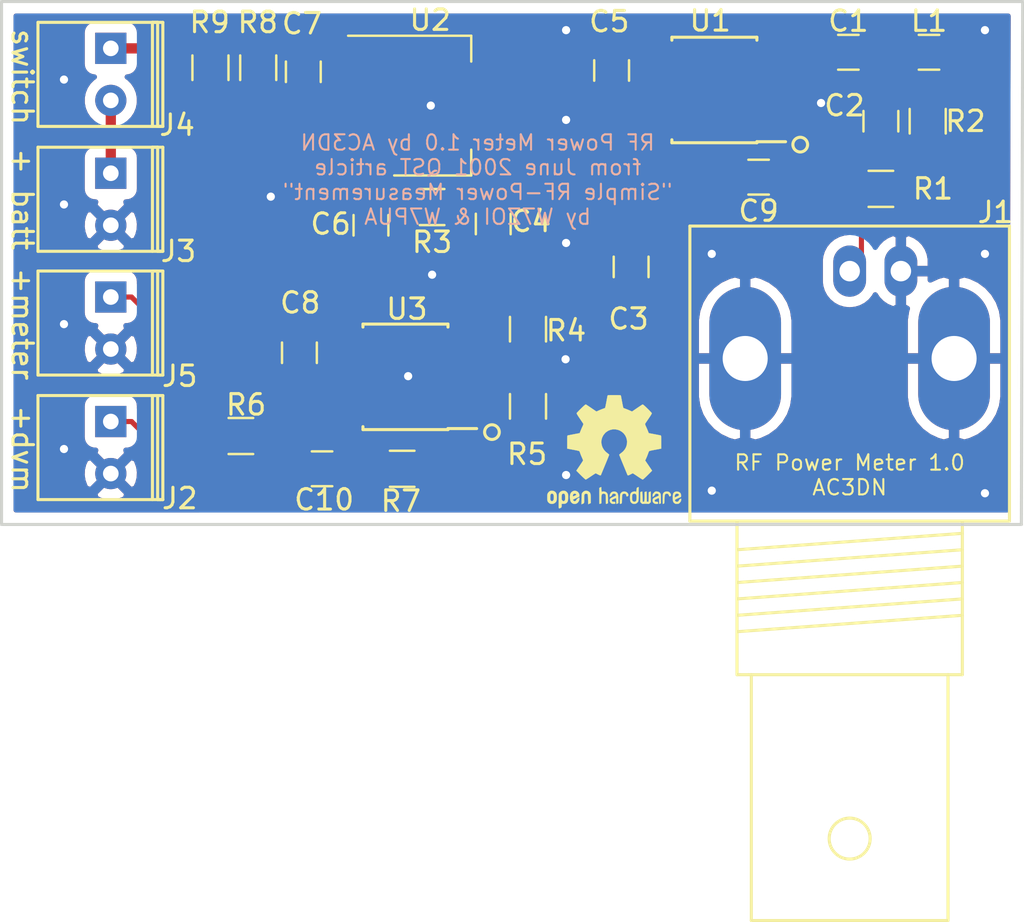
<source format=kicad_pcb>
(kicad_pcb (version 20171130) (host pcbnew "(5.1.0-0)")

  (general
    (thickness 1.6)
    (drawings 12)
    (tracks 127)
    (zones 0)
    (modules 29)
    (nets 21)
  )

  (page A4)
  (layers
    (0 F.Cu signal)
    (31 B.Cu signal)
    (32 B.Adhes user)
    (33 F.Adhes user)
    (34 B.Paste user)
    (35 F.Paste user)
    (36 B.SilkS user)
    (37 F.SilkS user)
    (38 B.Mask user)
    (39 F.Mask user)
    (40 Dwgs.User user)
    (41 Cmts.User user)
    (42 Eco1.User user)
    (43 Eco2.User user)
    (44 Edge.Cuts user)
    (45 Margin user)
    (46 B.CrtYd user)
    (47 F.CrtYd user)
    (48 B.Fab user hide)
    (49 F.Fab user hide)
  )

  (setup
    (last_trace_width 0.25)
    (user_trace_width 0.5)
    (trace_clearance 0.2)
    (zone_clearance 0.508)
    (zone_45_only no)
    (trace_min 0.2)
    (via_size 0.8)
    (via_drill 0.4)
    (via_min_size 0.4)
    (via_min_drill 0.3)
    (uvia_size 0.3)
    (uvia_drill 0.1)
    (uvias_allowed no)
    (uvia_min_size 0.2)
    (uvia_min_drill 0.1)
    (edge_width 0.15)
    (segment_width 0.2)
    (pcb_text_width 0.3)
    (pcb_text_size 1.5 1.5)
    (mod_edge_width 0.15)
    (mod_text_size 1 1)
    (mod_text_width 0.15)
    (pad_size 1.524 3.048)
    (pad_drill 0)
    (pad_to_mask_clearance 0.051)
    (solder_mask_min_width 0.25)
    (aux_axis_origin 0 0)
    (visible_elements FFFFFF7F)
    (pcbplotparams
      (layerselection 0x000f0_ffffffff)
      (usegerberextensions false)
      (usegerberattributes false)
      (usegerberadvancedattributes false)
      (creategerberjobfile false)
      (excludeedgelayer true)
      (linewidth 0.100000)
      (plotframeref false)
      (viasonmask false)
      (mode 1)
      (useauxorigin false)
      (hpglpennumber 1)
      (hpglpenspeed 20)
      (hpglpendiameter 15.000000)
      (psnegative false)
      (psa4output false)
      (plotreference true)
      (plotvalue true)
      (plotinvisibletext false)
      (padsonsilk false)
      (subtractmaskfromsilk false)
      (outputformat 4)
      (mirror false)
      (drillshape 0)
      (scaleselection 1)
      (outputdirectory "/Users/r-w/Desktop/"))
  )

  (net 0 "")
  (net 1 "Net-(C1-Pad2)")
  (net 2 "Net-(C1-Pad1)")
  (net 3 "Net-(C2-Pad2)")
  (net 4 "Net-(C2-Pad1)")
  (net 5 GND)
  (net 6 "Net-(C3-Pad2)")
  (net 7 "Net-(C4-Pad2)")
  (net 8 +5V)
  (net 9 "Net-(C7-Pad2)")
  (net 10 "Net-(C8-Pad2)")
  (net 11 "Net-(C9-Pad2)")
  (net 12 "Net-(C10-Pad2)")
  (net 13 "Net-(IC1-Pad5)")
  (net 14 "Net-(IC1-Pad3)")
  (net 15 "Net-(R4-Pad1)")
  (net 16 "Net-(R5-Pad1)")
  (net 17 +BATT)
  (net 18 "Net-(U3-Pad6)")
  (net 19 "Net-(J3-Pad1)")
  (net 20 "Net-(J5-Pad1)")

  (net_class Default "This is the default net class."
    (clearance 0.2)
    (trace_width 0.25)
    (via_dia 0.8)
    (via_drill 0.4)
    (uvia_dia 0.3)
    (uvia_drill 0.1)
    (add_net +5V)
    (add_net +BATT)
    (add_net GND)
    (add_net "Net-(C1-Pad1)")
    (add_net "Net-(C1-Pad2)")
    (add_net "Net-(C10-Pad2)")
    (add_net "Net-(C2-Pad1)")
    (add_net "Net-(C2-Pad2)")
    (add_net "Net-(C3-Pad2)")
    (add_net "Net-(C4-Pad2)")
    (add_net "Net-(C7-Pad2)")
    (add_net "Net-(C8-Pad2)")
    (add_net "Net-(C9-Pad2)")
    (add_net "Net-(IC1-Pad3)")
    (add_net "Net-(IC1-Pad5)")
    (add_net "Net-(J3-Pad1)")
    (add_net "Net-(J5-Pad1)")
    (add_net "Net-(R4-Pad1)")
    (add_net "Net-(R5-Pad1)")
    (add_net "Net-(U3-Pad6)")
  )

  (module Capacitors_SMD:C_0805 (layer F.Cu) (tedit 58AA8463) (tstamp 5CA212C7)
    (at 176.784 89.408 90)
    (descr "Capacitor SMD 0805, reflow soldering, AVX (see smccp.pdf)")
    (tags "capacitor 0805")
    (path /5CA30F56)
    (attr smd)
    (fp_text reference C3 (at -2.54 -0.127) (layer F.SilkS)
      (effects (font (size 1 1) (thickness 0.15)))
    )
    (fp_text value 0.1uF (at 0 1.75 90) (layer F.Fab)
      (effects (font (size 1 1) (thickness 0.15)))
    )
    (fp_text user %R (at 0 -1.5 90) (layer F.Fab)
      (effects (font (size 1 1) (thickness 0.15)))
    )
    (fp_line (start -1 0.62) (end -1 -0.62) (layer F.Fab) (width 0.1))
    (fp_line (start 1 0.62) (end -1 0.62) (layer F.Fab) (width 0.1))
    (fp_line (start 1 -0.62) (end 1 0.62) (layer F.Fab) (width 0.1))
    (fp_line (start -1 -0.62) (end 1 -0.62) (layer F.Fab) (width 0.1))
    (fp_line (start 0.5 -0.85) (end -0.5 -0.85) (layer F.SilkS) (width 0.12))
    (fp_line (start -0.5 0.85) (end 0.5 0.85) (layer F.SilkS) (width 0.12))
    (fp_line (start -1.75 -0.88) (end 1.75 -0.88) (layer F.CrtYd) (width 0.05))
    (fp_line (start -1.75 -0.88) (end -1.75 0.87) (layer F.CrtYd) (width 0.05))
    (fp_line (start 1.75 0.87) (end 1.75 -0.88) (layer F.CrtYd) (width 0.05))
    (fp_line (start 1.75 0.87) (end -1.75 0.87) (layer F.CrtYd) (width 0.05))
    (pad 1 smd rect (at -1 0 90) (size 1 1.25) (layers F.Cu F.Paste F.Mask)
      (net 5 GND))
    (pad 2 smd rect (at 1 0 90) (size 1 1.25) (layers F.Cu F.Paste F.Mask)
      (net 6 "Net-(C3-Pad2)"))
    (model Capacitors_SMD.3dshapes/C_0805.wrl
      (at (xyz 0 0 0))
      (scale (xyz 1 1 1))
      (rotate (xyz 0 0 0))
    )
  )

  (module Symbols:OSHW-Logo2_7.3x6mm_SilkScreen (layer F.Cu) (tedit 0) (tstamp 5CA830CE)
    (at 175.9585 98.425)
    (descr "Open Source Hardware Symbol")
    (tags "Logo Symbol OSHW")
    (attr virtual)
    (fp_text reference REF*** (at 0 0) (layer F.SilkS) hide
      (effects (font (size 1 1) (thickness 0.15)))
    )
    (fp_text value OSHW-Logo2_7.3x6mm_SilkScreen (at 0.75 0) (layer F.Fab) hide
      (effects (font (size 1 1) (thickness 0.15)))
    )
    (fp_poly (pts (xy -2.400256 1.919918) (xy -2.344799 1.947568) (xy -2.295852 1.99848) (xy -2.282371 2.017338)
      (xy -2.267686 2.042015) (xy -2.258158 2.068816) (xy -2.252707 2.104587) (xy -2.250253 2.156169)
      (xy -2.249714 2.224267) (xy -2.252148 2.317588) (xy -2.260606 2.387657) (xy -2.276826 2.439931)
      (xy -2.302546 2.479869) (xy -2.339503 2.512929) (xy -2.342218 2.514886) (xy -2.37864 2.534908)
      (xy -2.422498 2.544815) (xy -2.478276 2.547257) (xy -2.568952 2.547257) (xy -2.56899 2.635283)
      (xy -2.569834 2.684308) (xy -2.574976 2.713065) (xy -2.588413 2.730311) (xy -2.614142 2.744808)
      (xy -2.620321 2.747769) (xy -2.649236 2.761648) (xy -2.671624 2.770414) (xy -2.688271 2.771171)
      (xy -2.699964 2.761023) (xy -2.70749 2.737073) (xy -2.711634 2.696426) (xy -2.713185 2.636186)
      (xy -2.712929 2.553455) (xy -2.711651 2.445339) (xy -2.711252 2.413) (xy -2.709815 2.301524)
      (xy -2.708528 2.228603) (xy -2.569029 2.228603) (xy -2.568245 2.290499) (xy -2.56476 2.330997)
      (xy -2.556876 2.357708) (xy -2.542895 2.378244) (xy -2.533403 2.38826) (xy -2.494596 2.417567)
      (xy -2.460237 2.419952) (xy -2.424784 2.39575) (xy -2.423886 2.394857) (xy -2.409461 2.376153)
      (xy -2.400687 2.350732) (xy -2.396261 2.311584) (xy -2.394882 2.251697) (xy -2.394857 2.23843)
      (xy -2.398188 2.155901) (xy -2.409031 2.098691) (xy -2.42866 2.063766) (xy -2.45835 2.048094)
      (xy -2.475509 2.046514) (xy -2.516234 2.053926) (xy -2.544168 2.07833) (xy -2.560983 2.12298)
      (xy -2.56835 2.19113) (xy -2.569029 2.228603) (xy -2.708528 2.228603) (xy -2.708292 2.215245)
      (xy -2.706323 2.150333) (xy -2.70355 2.102958) (xy -2.699612 2.06929) (xy -2.694151 2.045498)
      (xy -2.686808 2.027753) (xy -2.677223 2.012224) (xy -2.673113 2.006381) (xy -2.618595 1.951185)
      (xy -2.549664 1.91989) (xy -2.469928 1.911165) (xy -2.400256 1.919918)) (layer F.SilkS) (width 0.01))
    (fp_poly (pts (xy -1.283907 1.92778) (xy -1.237328 1.954723) (xy -1.204943 1.981466) (xy -1.181258 2.009484)
      (xy -1.164941 2.043748) (xy -1.154661 2.089227) (xy -1.149086 2.150892) (xy -1.146884 2.233711)
      (xy -1.146629 2.293246) (xy -1.146629 2.512391) (xy -1.208314 2.540044) (xy -1.27 2.567697)
      (xy -1.277257 2.32767) (xy -1.280256 2.238028) (xy -1.283402 2.172962) (xy -1.287299 2.128026)
      (xy -1.292553 2.09877) (xy -1.299769 2.080748) (xy -1.30955 2.069511) (xy -1.312688 2.067079)
      (xy -1.360239 2.048083) (xy -1.408303 2.0556) (xy -1.436914 2.075543) (xy -1.448553 2.089675)
      (xy -1.456609 2.10822) (xy -1.461729 2.136334) (xy -1.464559 2.179173) (xy -1.465744 2.241895)
      (xy -1.465943 2.307261) (xy -1.465982 2.389268) (xy -1.467386 2.447316) (xy -1.472086 2.486465)
      (xy -1.482013 2.51178) (xy -1.499097 2.528323) (xy -1.525268 2.541156) (xy -1.560225 2.554491)
      (xy -1.598404 2.569007) (xy -1.593859 2.311389) (xy -1.592029 2.218519) (xy -1.589888 2.149889)
      (xy -1.586819 2.100711) (xy -1.582206 2.066198) (xy -1.575432 2.041562) (xy -1.565881 2.022016)
      (xy -1.554366 2.00477) (xy -1.49881 1.94968) (xy -1.43102 1.917822) (xy -1.357287 1.910191)
      (xy -1.283907 1.92778)) (layer F.SilkS) (width 0.01))
    (fp_poly (pts (xy -2.958885 1.921962) (xy -2.890855 1.957733) (xy -2.840649 2.015301) (xy -2.822815 2.052312)
      (xy -2.808937 2.107882) (xy -2.801833 2.178096) (xy -2.80116 2.254727) (xy -2.806573 2.329552)
      (xy -2.81773 2.394342) (xy -2.834286 2.440873) (xy -2.839374 2.448887) (xy -2.899645 2.508707)
      (xy -2.971231 2.544535) (xy -3.048908 2.55502) (xy -3.127452 2.53881) (xy -3.149311 2.529092)
      (xy -3.191878 2.499143) (xy -3.229237 2.459433) (xy -3.232768 2.454397) (xy -3.247119 2.430124)
      (xy -3.256606 2.404178) (xy -3.26221 2.370022) (xy -3.264914 2.321119) (xy -3.265701 2.250935)
      (xy -3.265714 2.2352) (xy -3.265678 2.230192) (xy -3.120571 2.230192) (xy -3.119727 2.29643)
      (xy -3.116404 2.340386) (xy -3.109417 2.368779) (xy -3.097584 2.388325) (xy -3.091543 2.394857)
      (xy -3.056814 2.41968) (xy -3.023097 2.418548) (xy -2.989005 2.397016) (xy -2.968671 2.374029)
      (xy -2.956629 2.340478) (xy -2.949866 2.287569) (xy -2.949402 2.281399) (xy -2.948248 2.185513)
      (xy -2.960312 2.114299) (xy -2.98543 2.068194) (xy -3.02344 2.047635) (xy -3.037008 2.046514)
      (xy -3.072636 2.052152) (xy -3.097006 2.071686) (xy -3.111907 2.109042) (xy -3.119125 2.16815)
      (xy -3.120571 2.230192) (xy -3.265678 2.230192) (xy -3.265174 2.160413) (xy -3.262904 2.108159)
      (xy -3.257932 2.071949) (xy -3.249287 2.045299) (xy -3.235995 2.021722) (xy -3.233057 2.017338)
      (xy -3.183687 1.958249) (xy -3.129891 1.923947) (xy -3.064398 1.910331) (xy -3.042158 1.909665)
      (xy -2.958885 1.921962)) (layer F.SilkS) (width 0.01))
    (fp_poly (pts (xy -1.831697 1.931239) (xy -1.774473 1.969735) (xy -1.730251 2.025335) (xy -1.703833 2.096086)
      (xy -1.69849 2.148162) (xy -1.699097 2.169893) (xy -1.704178 2.186531) (xy -1.718145 2.201437)
      (xy -1.745411 2.217973) (xy -1.790388 2.239498) (xy -1.857489 2.269374) (xy -1.857829 2.269524)
      (xy -1.919593 2.297813) (xy -1.970241 2.322933) (xy -2.004596 2.342179) (xy -2.017482 2.352848)
      (xy -2.017486 2.352934) (xy -2.006128 2.376166) (xy -1.979569 2.401774) (xy -1.949077 2.420221)
      (xy -1.93363 2.423886) (xy -1.891485 2.411212) (xy -1.855192 2.379471) (xy -1.837483 2.344572)
      (xy -1.820448 2.318845) (xy -1.787078 2.289546) (xy -1.747851 2.264235) (xy -1.713244 2.250471)
      (xy -1.706007 2.249714) (xy -1.697861 2.26216) (xy -1.69737 2.293972) (xy -1.703357 2.336866)
      (xy -1.714643 2.382558) (xy -1.73005 2.422761) (xy -1.730829 2.424322) (xy -1.777196 2.489062)
      (xy -1.837289 2.533097) (xy -1.905535 2.554711) (xy -1.976362 2.552185) (xy -2.044196 2.523804)
      (xy -2.047212 2.521808) (xy -2.100573 2.473448) (xy -2.13566 2.410352) (xy -2.155078 2.327387)
      (xy -2.157684 2.304078) (xy -2.162299 2.194055) (xy -2.156767 2.142748) (xy -2.017486 2.142748)
      (xy -2.015676 2.174753) (xy -2.005778 2.184093) (xy -1.981102 2.177105) (xy -1.942205 2.160587)
      (xy -1.898725 2.139881) (xy -1.897644 2.139333) (xy -1.860791 2.119949) (xy -1.846 2.107013)
      (xy -1.849647 2.093451) (xy -1.865005 2.075632) (xy -1.904077 2.049845) (xy -1.946154 2.04795)
      (xy -1.983897 2.066717) (xy -2.009966 2.102915) (xy -2.017486 2.142748) (xy -2.156767 2.142748)
      (xy -2.152806 2.106027) (xy -2.12845 2.036212) (xy -2.094544 1.987302) (xy -2.033347 1.937878)
      (xy -1.965937 1.913359) (xy -1.89712 1.911797) (xy -1.831697 1.931239)) (layer F.SilkS) (width 0.01))
    (fp_poly (pts (xy -0.624114 1.851289) (xy -0.619861 1.910613) (xy -0.614975 1.945572) (xy -0.608205 1.96082)
      (xy -0.598298 1.961015) (xy -0.595086 1.959195) (xy -0.552356 1.946015) (xy -0.496773 1.946785)
      (xy -0.440263 1.960333) (xy -0.404918 1.977861) (xy -0.368679 2.005861) (xy -0.342187 2.037549)
      (xy -0.324001 2.077813) (xy -0.312678 2.131543) (xy -0.306778 2.203626) (xy -0.304857 2.298951)
      (xy -0.304823 2.317237) (xy -0.3048 2.522646) (xy -0.350509 2.53858) (xy -0.382973 2.54942)
      (xy -0.400785 2.554468) (xy -0.401309 2.554514) (xy -0.403063 2.540828) (xy -0.404556 2.503076)
      (xy -0.405674 2.446224) (xy -0.406303 2.375234) (xy -0.4064 2.332073) (xy -0.406602 2.246973)
      (xy -0.407642 2.185981) (xy -0.410169 2.144177) (xy -0.414836 2.116642) (xy -0.422293 2.098456)
      (xy -0.433189 2.084698) (xy -0.439993 2.078073) (xy -0.486728 2.051375) (xy -0.537728 2.049375)
      (xy -0.583999 2.071955) (xy -0.592556 2.080107) (xy -0.605107 2.095436) (xy -0.613812 2.113618)
      (xy -0.619369 2.139909) (xy -0.622474 2.179562) (xy -0.623824 2.237832) (xy -0.624114 2.318173)
      (xy -0.624114 2.522646) (xy -0.669823 2.53858) (xy -0.702287 2.54942) (xy -0.720099 2.554468)
      (xy -0.720623 2.554514) (xy -0.721963 2.540623) (xy -0.723172 2.501439) (xy -0.724199 2.4407)
      (xy -0.724998 2.362141) (xy -0.725519 2.269498) (xy -0.725714 2.166509) (xy -0.725714 1.769342)
      (xy -0.678543 1.749444) (xy -0.631371 1.729547) (xy -0.624114 1.851289)) (layer F.SilkS) (width 0.01))
    (fp_poly (pts (xy 0.039744 1.950968) (xy 0.096616 1.972087) (xy 0.097267 1.972493) (xy 0.13244 1.99838)
      (xy 0.158407 2.028633) (xy 0.17667 2.068058) (xy 0.188732 2.121462) (xy 0.196096 2.193651)
      (xy 0.200264 2.289432) (xy 0.200629 2.303078) (xy 0.205876 2.508842) (xy 0.161716 2.531678)
      (xy 0.129763 2.54711) (xy 0.11047 2.554423) (xy 0.109578 2.554514) (xy 0.106239 2.541022)
      (xy 0.103587 2.504626) (xy 0.101956 2.451452) (xy 0.1016 2.408393) (xy 0.101592 2.338641)
      (xy 0.098403 2.294837) (xy 0.087288 2.273944) (xy 0.063501 2.272925) (xy 0.022296 2.288741)
      (xy -0.039914 2.317815) (xy -0.085659 2.341963) (xy -0.109187 2.362913) (xy -0.116104 2.385747)
      (xy -0.116114 2.386877) (xy -0.104701 2.426212) (xy -0.070908 2.447462) (xy -0.019191 2.450539)
      (xy 0.018061 2.450006) (xy 0.037703 2.460735) (xy 0.049952 2.486505) (xy 0.057002 2.519337)
      (xy 0.046842 2.537966) (xy 0.043017 2.540632) (xy 0.007001 2.55134) (xy -0.043434 2.552856)
      (xy -0.095374 2.545759) (xy -0.132178 2.532788) (xy -0.183062 2.489585) (xy -0.211986 2.429446)
      (xy -0.217714 2.382462) (xy -0.213343 2.340082) (xy -0.197525 2.305488) (xy -0.166203 2.274763)
      (xy -0.115322 2.24399) (xy -0.040824 2.209252) (xy -0.036286 2.207288) (xy 0.030821 2.176287)
      (xy 0.072232 2.150862) (xy 0.089981 2.128014) (xy 0.086107 2.104745) (xy 0.062643 2.078056)
      (xy 0.055627 2.071914) (xy 0.00863 2.0481) (xy -0.040067 2.049103) (xy -0.082478 2.072451)
      (xy -0.110616 2.115675) (xy -0.113231 2.12416) (xy -0.138692 2.165308) (xy -0.170999 2.185128)
      (xy -0.217714 2.20477) (xy -0.217714 2.15395) (xy -0.203504 2.080082) (xy -0.161325 2.012327)
      (xy -0.139376 1.989661) (xy -0.089483 1.960569) (xy -0.026033 1.9474) (xy 0.039744 1.950968)) (layer F.SilkS) (width 0.01))
    (fp_poly (pts (xy 0.529926 1.949755) (xy 0.595858 1.974084) (xy 0.649273 2.017117) (xy 0.670164 2.047409)
      (xy 0.692939 2.102994) (xy 0.692466 2.143186) (xy 0.668562 2.170217) (xy 0.659717 2.174813)
      (xy 0.62153 2.189144) (xy 0.602028 2.185472) (xy 0.595422 2.161407) (xy 0.595086 2.148114)
      (xy 0.582992 2.09921) (xy 0.551471 2.064999) (xy 0.507659 2.048476) (xy 0.458695 2.052634)
      (xy 0.418894 2.074227) (xy 0.40545 2.086544) (xy 0.395921 2.101487) (xy 0.389485 2.124075)
      (xy 0.385317 2.159328) (xy 0.382597 2.212266) (xy 0.380502 2.287907) (xy 0.37996 2.311857)
      (xy 0.377981 2.39379) (xy 0.375731 2.451455) (xy 0.372357 2.489608) (xy 0.367006 2.513004)
      (xy 0.358824 2.526398) (xy 0.346959 2.534545) (xy 0.339362 2.538144) (xy 0.307102 2.550452)
      (xy 0.288111 2.554514) (xy 0.281836 2.540948) (xy 0.278006 2.499934) (xy 0.2766 2.430999)
      (xy 0.277598 2.333669) (xy 0.277908 2.318657) (xy 0.280101 2.229859) (xy 0.282693 2.165019)
      (xy 0.286382 2.119067) (xy 0.291864 2.086935) (xy 0.299835 2.063553) (xy 0.310993 2.043852)
      (xy 0.31683 2.03541) (xy 0.350296 1.998057) (xy 0.387727 1.969003) (xy 0.392309 1.966467)
      (xy 0.459426 1.946443) (xy 0.529926 1.949755)) (layer F.SilkS) (width 0.01))
    (fp_poly (pts (xy 1.190117 2.065358) (xy 1.189933 2.173837) (xy 1.189219 2.257287) (xy 1.187675 2.319704)
      (xy 1.185001 2.365085) (xy 1.180894 2.397429) (xy 1.175055 2.420733) (xy 1.167182 2.438995)
      (xy 1.161221 2.449418) (xy 1.111855 2.505945) (xy 1.049264 2.541377) (xy 0.980013 2.55409)
      (xy 0.910668 2.542463) (xy 0.869375 2.521568) (xy 0.826025 2.485422) (xy 0.796481 2.441276)
      (xy 0.778655 2.383462) (xy 0.770463 2.306313) (xy 0.769302 2.249714) (xy 0.769458 2.245647)
      (xy 0.870857 2.245647) (xy 0.871476 2.31055) (xy 0.874314 2.353514) (xy 0.88084 2.381622)
      (xy 0.892523 2.401953) (xy 0.906483 2.417288) (xy 0.953365 2.44689) (xy 1.003701 2.449419)
      (xy 1.051276 2.424705) (xy 1.054979 2.421356) (xy 1.070783 2.403935) (xy 1.080693 2.383209)
      (xy 1.086058 2.352362) (xy 1.088228 2.304577) (xy 1.088571 2.251748) (xy 1.087827 2.185381)
      (xy 1.084748 2.141106) (xy 1.078061 2.112009) (xy 1.066496 2.091173) (xy 1.057013 2.080107)
      (xy 1.01296 2.052198) (xy 0.962224 2.048843) (xy 0.913796 2.070159) (xy 0.90445 2.078073)
      (xy 0.88854 2.095647) (xy 0.87861 2.116587) (xy 0.873278 2.147782) (xy 0.871163 2.196122)
      (xy 0.870857 2.245647) (xy 0.769458 2.245647) (xy 0.77281 2.158568) (xy 0.784726 2.090086)
      (xy 0.807135 2.0386) (xy 0.842124 1.998443) (xy 0.869375 1.977861) (xy 0.918907 1.955625)
      (xy 0.976316 1.945304) (xy 1.029682 1.948067) (xy 1.059543 1.959212) (xy 1.071261 1.962383)
      (xy 1.079037 1.950557) (xy 1.084465 1.918866) (xy 1.088571 1.870593) (xy 1.093067 1.816829)
      (xy 1.099313 1.784482) (xy 1.110676 1.765985) (xy 1.130528 1.75377) (xy 1.143 1.748362)
      (xy 1.190171 1.728601) (xy 1.190117 2.065358)) (layer F.SilkS) (width 0.01))
    (fp_poly (pts (xy 1.779833 1.958663) (xy 1.782048 1.99685) (xy 1.783784 2.054886) (xy 1.784899 2.12818)
      (xy 1.785257 2.205055) (xy 1.785257 2.465196) (xy 1.739326 2.511127) (xy 1.707675 2.539429)
      (xy 1.67989 2.550893) (xy 1.641915 2.550168) (xy 1.62684 2.548321) (xy 1.579726 2.542948)
      (xy 1.540756 2.539869) (xy 1.531257 2.539585) (xy 1.499233 2.541445) (xy 1.453432 2.546114)
      (xy 1.435674 2.548321) (xy 1.392057 2.551735) (xy 1.362745 2.54432) (xy 1.33368 2.521427)
      (xy 1.323188 2.511127) (xy 1.277257 2.465196) (xy 1.277257 1.978602) (xy 1.314226 1.961758)
      (xy 1.346059 1.949282) (xy 1.364683 1.944914) (xy 1.369458 1.958718) (xy 1.373921 1.997286)
      (xy 1.377775 2.056356) (xy 1.380722 2.131663) (xy 1.382143 2.195286) (xy 1.386114 2.445657)
      (xy 1.420759 2.450556) (xy 1.452268 2.447131) (xy 1.467708 2.436041) (xy 1.472023 2.415308)
      (xy 1.475708 2.371145) (xy 1.478469 2.309146) (xy 1.480012 2.234909) (xy 1.480235 2.196706)
      (xy 1.480457 1.976783) (xy 1.526166 1.960849) (xy 1.558518 1.950015) (xy 1.576115 1.944962)
      (xy 1.576623 1.944914) (xy 1.578388 1.958648) (xy 1.580329 1.99673) (xy 1.582282 2.054482)
      (xy 1.584084 2.127227) (xy 1.585343 2.195286) (xy 1.589314 2.445657) (xy 1.6764 2.445657)
      (xy 1.680396 2.21724) (xy 1.684392 1.988822) (xy 1.726847 1.966868) (xy 1.758192 1.951793)
      (xy 1.776744 1.944951) (xy 1.777279 1.944914) (xy 1.779833 1.958663)) (layer F.SilkS) (width 0.01))
    (fp_poly (pts (xy 2.144876 1.956335) (xy 2.186667 1.975344) (xy 2.219469 1.998378) (xy 2.243503 2.024133)
      (xy 2.260097 2.057358) (xy 2.270577 2.1028) (xy 2.276271 2.165207) (xy 2.278507 2.249327)
      (xy 2.278743 2.304721) (xy 2.278743 2.520826) (xy 2.241774 2.53767) (xy 2.212656 2.549981)
      (xy 2.198231 2.554514) (xy 2.195472 2.541025) (xy 2.193282 2.504653) (xy 2.191942 2.451542)
      (xy 2.191657 2.409372) (xy 2.190434 2.348447) (xy 2.187136 2.300115) (xy 2.182321 2.270518)
      (xy 2.178496 2.264229) (xy 2.152783 2.270652) (xy 2.112418 2.287125) (xy 2.065679 2.309458)
      (xy 2.020845 2.333457) (xy 1.986193 2.35493) (xy 1.970002 2.369685) (xy 1.969938 2.369845)
      (xy 1.97133 2.397152) (xy 1.983818 2.423219) (xy 2.005743 2.444392) (xy 2.037743 2.451474)
      (xy 2.065092 2.450649) (xy 2.103826 2.450042) (xy 2.124158 2.459116) (xy 2.136369 2.483092)
      (xy 2.137909 2.487613) (xy 2.143203 2.521806) (xy 2.129047 2.542568) (xy 2.092148 2.552462)
      (xy 2.052289 2.554292) (xy 1.980562 2.540727) (xy 1.943432 2.521355) (xy 1.897576 2.475845)
      (xy 1.873256 2.419983) (xy 1.871073 2.360957) (xy 1.891629 2.305953) (xy 1.922549 2.271486)
      (xy 1.95342 2.252189) (xy 2.001942 2.227759) (xy 2.058485 2.202985) (xy 2.06791 2.199199)
      (xy 2.130019 2.171791) (xy 2.165822 2.147634) (xy 2.177337 2.123619) (xy 2.16658 2.096635)
      (xy 2.148114 2.075543) (xy 2.104469 2.049572) (xy 2.056446 2.047624) (xy 2.012406 2.067637)
      (xy 1.980709 2.107551) (xy 1.976549 2.117848) (xy 1.952327 2.155724) (xy 1.916965 2.183842)
      (xy 1.872343 2.206917) (xy 1.872343 2.141485) (xy 1.874969 2.101506) (xy 1.88623 2.069997)
      (xy 1.911199 2.036378) (xy 1.935169 2.010484) (xy 1.972441 1.973817) (xy 2.001401 1.954121)
      (xy 2.032505 1.94622) (xy 2.067713 1.944914) (xy 2.144876 1.956335)) (layer F.SilkS) (width 0.01))
    (fp_poly (pts (xy 2.6526 1.958752) (xy 2.669948 1.966334) (xy 2.711356 1.999128) (xy 2.746765 2.046547)
      (xy 2.768664 2.097151) (xy 2.772229 2.122098) (xy 2.760279 2.156927) (xy 2.734067 2.175357)
      (xy 2.705964 2.186516) (xy 2.693095 2.188572) (xy 2.686829 2.173649) (xy 2.674456 2.141175)
      (xy 2.669028 2.126502) (xy 2.63859 2.075744) (xy 2.59452 2.050427) (xy 2.53801 2.051206)
      (xy 2.533825 2.052203) (xy 2.503655 2.066507) (xy 2.481476 2.094393) (xy 2.466327 2.139287)
      (xy 2.45725 2.204615) (xy 2.453286 2.293804) (xy 2.452914 2.341261) (xy 2.45273 2.416071)
      (xy 2.451522 2.467069) (xy 2.448309 2.499471) (xy 2.442109 2.518495) (xy 2.43194 2.529356)
      (xy 2.416819 2.537272) (xy 2.415946 2.53767) (xy 2.386828 2.549981) (xy 2.372403 2.554514)
      (xy 2.370186 2.540809) (xy 2.368289 2.502925) (xy 2.366847 2.445715) (xy 2.365998 2.374027)
      (xy 2.365829 2.321565) (xy 2.366692 2.220047) (xy 2.37007 2.143032) (xy 2.377142 2.086023)
      (xy 2.389088 2.044526) (xy 2.40709 2.014043) (xy 2.432327 1.99008) (xy 2.457247 1.973355)
      (xy 2.517171 1.951097) (xy 2.586911 1.946076) (xy 2.6526 1.958752)) (layer F.SilkS) (width 0.01))
    (fp_poly (pts (xy 3.153595 1.966966) (xy 3.211021 2.004497) (xy 3.238719 2.038096) (xy 3.260662 2.099064)
      (xy 3.262405 2.147308) (xy 3.258457 2.211816) (xy 3.109686 2.276934) (xy 3.037349 2.310202)
      (xy 2.990084 2.336964) (xy 2.965507 2.360144) (xy 2.961237 2.382667) (xy 2.974889 2.407455)
      (xy 2.989943 2.423886) (xy 3.033746 2.450235) (xy 3.081389 2.452081) (xy 3.125145 2.431546)
      (xy 3.157289 2.390752) (xy 3.163038 2.376347) (xy 3.190576 2.331356) (xy 3.222258 2.312182)
      (xy 3.265714 2.295779) (xy 3.265714 2.357966) (xy 3.261872 2.400283) (xy 3.246823 2.435969)
      (xy 3.21528 2.476943) (xy 3.210592 2.482267) (xy 3.175506 2.51872) (xy 3.145347 2.538283)
      (xy 3.107615 2.547283) (xy 3.076335 2.55023) (xy 3.020385 2.550965) (xy 2.980555 2.54166)
      (xy 2.955708 2.527846) (xy 2.916656 2.497467) (xy 2.889625 2.464613) (xy 2.872517 2.423294)
      (xy 2.863238 2.367521) (xy 2.859693 2.291305) (xy 2.85941 2.252622) (xy 2.860372 2.206247)
      (xy 2.948007 2.206247) (xy 2.949023 2.231126) (xy 2.951556 2.2352) (xy 2.968274 2.229665)
      (xy 3.004249 2.215017) (xy 3.052331 2.19419) (xy 3.062386 2.189714) (xy 3.123152 2.158814)
      (xy 3.156632 2.131657) (xy 3.16399 2.10622) (xy 3.146391 2.080481) (xy 3.131856 2.069109)
      (xy 3.07941 2.046364) (xy 3.030322 2.050122) (xy 2.989227 2.077884) (xy 2.960758 2.127152)
      (xy 2.951631 2.166257) (xy 2.948007 2.206247) (xy 2.860372 2.206247) (xy 2.861285 2.162249)
      (xy 2.868196 2.095384) (xy 2.881884 2.046695) (xy 2.904096 2.010849) (xy 2.936574 1.982513)
      (xy 2.950733 1.973355) (xy 3.015053 1.949507) (xy 3.085473 1.948006) (xy 3.153595 1.966966)) (layer F.SilkS) (width 0.01))
    (fp_poly (pts (xy 0.10391 -2.757652) (xy 0.182454 -2.757222) (xy 0.239298 -2.756058) (xy 0.278105 -2.753793)
      (xy 0.302538 -2.75006) (xy 0.316262 -2.744494) (xy 0.32294 -2.736727) (xy 0.326236 -2.726395)
      (xy 0.326556 -2.725057) (xy 0.331562 -2.700921) (xy 0.340829 -2.653299) (xy 0.353392 -2.587259)
      (xy 0.368287 -2.507872) (xy 0.384551 -2.420204) (xy 0.385119 -2.417125) (xy 0.40141 -2.331211)
      (xy 0.416652 -2.255304) (xy 0.429861 -2.193955) (xy 0.440054 -2.151718) (xy 0.446248 -2.133145)
      (xy 0.446543 -2.132816) (xy 0.464788 -2.123747) (xy 0.502405 -2.108633) (xy 0.551271 -2.090738)
      (xy 0.551543 -2.090642) (xy 0.613093 -2.067507) (xy 0.685657 -2.038035) (xy 0.754057 -2.008403)
      (xy 0.757294 -2.006938) (xy 0.868702 -1.956374) (xy 1.115399 -2.12484) (xy 1.191077 -2.176197)
      (xy 1.259631 -2.222111) (xy 1.317088 -2.25997) (xy 1.359476 -2.287163) (xy 1.382825 -2.301079)
      (xy 1.385042 -2.302111) (xy 1.40201 -2.297516) (xy 1.433701 -2.275345) (xy 1.481352 -2.234553)
      (xy 1.546198 -2.174095) (xy 1.612397 -2.109773) (xy 1.676214 -2.046388) (xy 1.733329 -1.988549)
      (xy 1.780305 -1.939825) (xy 1.813703 -1.90379) (xy 1.830085 -1.884016) (xy 1.830694 -1.882998)
      (xy 1.832505 -1.869428) (xy 1.825683 -1.847267) (xy 1.80854 -1.813522) (xy 1.779393 -1.7652)
      (xy 1.736555 -1.699308) (xy 1.679448 -1.614483) (xy 1.628766 -1.539823) (xy 1.583461 -1.47286)
      (xy 1.54615 -1.417484) (xy 1.519452 -1.37758) (xy 1.505985 -1.357038) (xy 1.505137 -1.355644)
      (xy 1.506781 -1.335962) (xy 1.519245 -1.297707) (xy 1.540048 -1.248111) (xy 1.547462 -1.232272)
      (xy 1.579814 -1.16171) (xy 1.614328 -1.081647) (xy 1.642365 -1.012371) (xy 1.662568 -0.960955)
      (xy 1.678615 -0.921881) (xy 1.687888 -0.901459) (xy 1.689041 -0.899886) (xy 1.706096 -0.897279)
      (xy 1.746298 -0.890137) (xy 1.804302 -0.879477) (xy 1.874763 -0.866315) (xy 1.952335 -0.851667)
      (xy 2.031672 -0.836551) (xy 2.107431 -0.821982) (xy 2.174264 -0.808978) (xy 2.226828 -0.798555)
      (xy 2.259776 -0.79173) (xy 2.267857 -0.789801) (xy 2.276205 -0.785038) (xy 2.282506 -0.774282)
      (xy 2.287045 -0.753902) (xy 2.290104 -0.720266) (xy 2.291967 -0.669745) (xy 2.292918 -0.598708)
      (xy 2.29324 -0.503524) (xy 2.293257 -0.464508) (xy 2.293257 -0.147201) (xy 2.217057 -0.132161)
      (xy 2.174663 -0.124005) (xy 2.1114 -0.112101) (xy 2.034962 -0.097884) (xy 1.953043 -0.08279)
      (xy 1.9304 -0.078645) (xy 1.854806 -0.063947) (xy 1.788953 -0.049495) (xy 1.738366 -0.036625)
      (xy 1.708574 -0.026678) (xy 1.703612 -0.023713) (xy 1.691426 -0.002717) (xy 1.673953 0.037967)
      (xy 1.654577 0.090322) (xy 1.650734 0.1016) (xy 1.625339 0.171523) (xy 1.593817 0.250418)
      (xy 1.562969 0.321266) (xy 1.562817 0.321595) (xy 1.511447 0.432733) (xy 1.680399 0.681253)
      (xy 1.849352 0.929772) (xy 1.632429 1.147058) (xy 1.566819 1.211726) (xy 1.506979 1.268733)
      (xy 1.456267 1.315033) (xy 1.418046 1.347584) (xy 1.395675 1.363343) (xy 1.392466 1.364343)
      (xy 1.373626 1.356469) (xy 1.33518 1.334578) (xy 1.28133 1.301267) (xy 1.216276 1.259131)
      (xy 1.14594 1.211943) (xy 1.074555 1.16381) (xy 1.010908 1.121928) (xy 0.959041 1.088871)
      (xy 0.922995 1.067218) (xy 0.906867 1.059543) (xy 0.887189 1.066037) (xy 0.849875 1.08315)
      (xy 0.802621 1.107326) (xy 0.797612 1.110013) (xy 0.733977 1.141927) (xy 0.690341 1.157579)
      (xy 0.663202 1.157745) (xy 0.649057 1.143204) (xy 0.648975 1.143) (xy 0.641905 1.125779)
      (xy 0.625042 1.084899) (xy 0.599695 1.023525) (xy 0.567171 0.944819) (xy 0.528778 0.851947)
      (xy 0.485822 0.748072) (xy 0.444222 0.647502) (xy 0.398504 0.536516) (xy 0.356526 0.433703)
      (xy 0.319548 0.342215) (xy 0.288827 0.265201) (xy 0.265622 0.205815) (xy 0.25119 0.167209)
      (xy 0.246743 0.1528) (xy 0.257896 0.136272) (xy 0.287069 0.10993) (xy 0.325971 0.080887)
      (xy 0.436757 -0.010961) (xy 0.523351 -0.116241) (xy 0.584716 -0.232734) (xy 0.619815 -0.358224)
      (xy 0.627608 -0.490493) (xy 0.621943 -0.551543) (xy 0.591078 -0.678205) (xy 0.53792 -0.790059)
      (xy 0.465767 -0.885999) (xy 0.377917 -0.964924) (xy 0.277665 -1.02573) (xy 0.16831 -1.067313)
      (xy 0.053147 -1.088572) (xy -0.064525 -1.088401) (xy -0.18141 -1.065699) (xy -0.294211 -1.019362)
      (xy -0.399631 -0.948287) (xy -0.443632 -0.908089) (xy -0.528021 -0.804871) (xy -0.586778 -0.692075)
      (xy -0.620296 -0.57299) (xy -0.628965 -0.450905) (xy -0.613177 -0.329107) (xy -0.573322 -0.210884)
      (xy -0.509793 -0.099525) (xy -0.422979 0.001684) (xy -0.325971 0.080887) (xy -0.285563 0.111162)
      (xy -0.257018 0.137219) (xy -0.246743 0.152825) (xy -0.252123 0.169843) (xy -0.267425 0.2105)
      (xy -0.291388 0.271642) (xy -0.322756 0.350119) (xy -0.360268 0.44278) (xy -0.402667 0.546472)
      (xy -0.444337 0.647526) (xy -0.49031 0.758607) (xy -0.532893 0.861541) (xy -0.570779 0.953165)
      (xy -0.60266 1.030316) (xy -0.627229 1.089831) (xy -0.64318 1.128544) (xy -0.64909 1.143)
      (xy -0.663052 1.157685) (xy -0.69006 1.157642) (xy -0.733587 1.142099) (xy -0.79711 1.110284)
      (xy -0.797612 1.110013) (xy -0.84544 1.085323) (xy -0.884103 1.067338) (xy -0.905905 1.059614)
      (xy -0.906867 1.059543) (xy -0.923279 1.067378) (xy -0.959513 1.089165) (xy -1.011526 1.122328)
      (xy -1.075275 1.164291) (xy -1.14594 1.211943) (xy -1.217884 1.260191) (xy -1.282726 1.302151)
      (xy -1.336265 1.335227) (xy -1.374303 1.356821) (xy -1.392467 1.364343) (xy -1.409192 1.354457)
      (xy -1.44282 1.326826) (xy -1.48999 1.284495) (xy -1.547342 1.230505) (xy -1.611516 1.167899)
      (xy -1.632503 1.146983) (xy -1.849501 0.929623) (xy -1.684332 0.68722) (xy -1.634136 0.612781)
      (xy -1.590081 0.545972) (xy -1.554638 0.490665) (xy -1.530281 0.450729) (xy -1.519478 0.430036)
      (xy -1.519162 0.428563) (xy -1.524857 0.409058) (xy -1.540174 0.369822) (xy -1.562463 0.31743)
      (xy -1.578107 0.282355) (xy -1.607359 0.215201) (xy -1.634906 0.147358) (xy -1.656263 0.090034)
      (xy -1.662065 0.072572) (xy -1.678548 0.025938) (xy -1.69466 -0.010095) (xy -1.70351 -0.023713)
      (xy -1.72304 -0.032048) (xy -1.765666 -0.043863) (xy -1.825855 -0.057819) (xy -1.898078 -0.072578)
      (xy -1.9304 -0.078645) (xy -2.012478 -0.093727) (xy -2.091205 -0.108331) (xy -2.158891 -0.12102)
      (xy -2.20784 -0.130358) (xy -2.217057 -0.132161) (xy -2.293257 -0.147201) (xy -2.293257 -0.464508)
      (xy -2.293086 -0.568846) (xy -2.292384 -0.647787) (xy -2.290866 -0.704962) (xy -2.288251 -0.744001)
      (xy -2.284254 -0.768535) (xy -2.278591 -0.782195) (xy -2.27098 -0.788611) (xy -2.267857 -0.789801)
      (xy -2.249022 -0.79402) (xy -2.207412 -0.802438) (xy -2.14837 -0.814039) (xy -2.077243 -0.827805)
      (xy -1.999375 -0.84272) (xy -1.920113 -0.857768) (xy -1.844802 -0.871931) (xy -1.778787 -0.884194)
      (xy -1.727413 -0.893539) (xy -1.696025 -0.89895) (xy -1.689041 -0.899886) (xy -1.682715 -0.912404)
      (xy -1.66871 -0.945754) (xy -1.649645 -0.993623) (xy -1.642366 -1.012371) (xy -1.613004 -1.084805)
      (xy -1.578429 -1.16483) (xy -1.547463 -1.232272) (xy -1.524677 -1.283841) (xy -1.509518 -1.326215)
      (xy -1.504458 -1.352166) (xy -1.505264 -1.355644) (xy -1.515959 -1.372064) (xy -1.54038 -1.408583)
      (xy -1.575905 -1.461313) (xy -1.619913 -1.526365) (xy -1.669783 -1.599849) (xy -1.679644 -1.614355)
      (xy -1.737508 -1.700296) (xy -1.780044 -1.765739) (xy -1.808946 -1.813696) (xy -1.82591 -1.84718)
      (xy -1.832633 -1.869205) (xy -1.83081 -1.882783) (xy -1.830764 -1.882869) (xy -1.816414 -1.900703)
      (xy -1.784677 -1.935183) (xy -1.73899 -1.982732) (xy -1.682796 -2.039778) (xy -1.619532 -2.102745)
      (xy -1.612398 -2.109773) (xy -1.53267 -2.18698) (xy -1.471143 -2.24367) (xy -1.426579 -2.28089)
      (xy -1.397743 -2.299685) (xy -1.385042 -2.302111) (xy -1.366506 -2.291529) (xy -1.328039 -2.267084)
      (xy -1.273614 -2.231388) (xy -1.207202 -2.187053) (xy -1.132775 -2.136689) (xy -1.115399 -2.12484)
      (xy -0.868703 -1.956374) (xy -0.757294 -2.006938) (xy -0.689543 -2.036405) (xy -0.616817 -2.066041)
      (xy -0.554297 -2.08967) (xy -0.551543 -2.090642) (xy -0.50264 -2.108543) (xy -0.464943 -2.12368)
      (xy -0.446575 -2.13279) (xy -0.446544 -2.132816) (xy -0.440715 -2.149283) (xy -0.430808 -2.189781)
      (xy -0.417805 -2.249758) (xy -0.402691 -2.32466) (xy -0.386448 -2.409936) (xy -0.385119 -2.417125)
      (xy -0.368825 -2.504986) (xy -0.353867 -2.58474) (xy -0.341209 -2.651319) (xy -0.331814 -2.699653)
      (xy -0.326646 -2.724675) (xy -0.326556 -2.725057) (xy -0.323411 -2.735701) (xy -0.317296 -2.743738)
      (xy -0.304547 -2.749533) (xy -0.2815 -2.753453) (xy -0.244491 -2.755865) (xy -0.189856 -2.757135)
      (xy -0.113933 -2.757629) (xy -0.013056 -2.757714) (xy 0 -2.757714) (xy 0.10391 -2.757652)) (layer F.SilkS) (width 0.01))
  )

  (module Housings_SOIC:SOIC-8_3.9x4.9mm_Pitch1.27mm (layer F.Cu) (tedit 58CD0CDA) (tstamp 5CA2142A)
    (at 165.76802 94.77502 180)
    (descr "8-Lead Plastic Small Outline (SN) - Narrow, 3.90 mm Body [SOIC] (see Microchip Packaging Specification 00000049BS.pdf)")
    (tags "SOIC 1.27")
    (path /5CA84D83)
    (attr smd)
    (fp_text reference U3 (at -0.06858 3.30962 180) (layer F.SilkS)
      (effects (font (size 1 1) (thickness 0.15)))
    )
    (fp_text value LM358 (at 0 3.5 180) (layer F.Fab)
      (effects (font (size 1 1) (thickness 0.15)))
    )
    (fp_text user %R (at 0 0 180) (layer F.Fab)
      (effects (font (size 0.9 0.9) (thickness 0.135)))
    )
    (fp_line (start -0.95 -2.45) (end 1.95 -2.45) (layer F.Fab) (width 0.1))
    (fp_line (start 1.95 -2.45) (end 1.95 2.45) (layer F.Fab) (width 0.1))
    (fp_line (start 1.95 2.45) (end -1.95 2.45) (layer F.Fab) (width 0.1))
    (fp_line (start -1.95 2.45) (end -1.95 -1.45) (layer F.Fab) (width 0.1))
    (fp_line (start -1.95 -1.45) (end -0.95 -2.45) (layer F.Fab) (width 0.1))
    (fp_line (start -3.73 -2.7) (end -3.73 2.7) (layer F.CrtYd) (width 0.05))
    (fp_line (start 3.73 -2.7) (end 3.73 2.7) (layer F.CrtYd) (width 0.05))
    (fp_line (start -3.73 -2.7) (end 3.73 -2.7) (layer F.CrtYd) (width 0.05))
    (fp_line (start -3.73 2.7) (end 3.73 2.7) (layer F.CrtYd) (width 0.05))
    (fp_line (start -2.075 -2.575) (end -2.075 -2.525) (layer F.SilkS) (width 0.15))
    (fp_line (start 2.075 -2.575) (end 2.075 -2.43) (layer F.SilkS) (width 0.15))
    (fp_line (start 2.075 2.575) (end 2.075 2.43) (layer F.SilkS) (width 0.15))
    (fp_line (start -2.075 2.575) (end -2.075 2.43) (layer F.SilkS) (width 0.15))
    (fp_line (start -2.075 -2.575) (end 2.075 -2.575) (layer F.SilkS) (width 0.15))
    (fp_line (start -2.075 2.575) (end 2.075 2.575) (layer F.SilkS) (width 0.15))
    (fp_line (start -2.075 -2.525) (end -3.475 -2.525) (layer F.SilkS) (width 0.15))
    (pad 1 smd rect (at -2.7 -1.905 180) (size 1.55 0.6) (layers F.Cu F.Paste F.Mask)
      (net 16 "Net-(R5-Pad1)"))
    (pad 2 smd rect (at -2.7 -0.635 180) (size 1.55 0.6) (layers F.Cu F.Paste F.Mask)
      (net 15 "Net-(R4-Pad1)"))
    (pad 3 smd rect (at -2.7 0.635 180) (size 1.55 0.6) (layers F.Cu F.Paste F.Mask)
      (net 6 "Net-(C3-Pad2)"))
    (pad 4 smd rect (at -2.7 1.905 180) (size 1.55 0.6) (layers F.Cu F.Paste F.Mask)
      (net 5 GND))
    (pad 5 smd rect (at 2.7 1.905 180) (size 1.55 0.6) (layers F.Cu F.Paste F.Mask)
      (net 5 GND))
    (pad 6 smd rect (at 2.7 0.635 180) (size 1.55 0.6) (layers F.Cu F.Paste F.Mask)
      (net 18 "Net-(U3-Pad6)"))
    (pad 7 smd rect (at 2.7 -0.635 180) (size 1.55 0.6) (layers F.Cu F.Paste F.Mask)
      (net 18 "Net-(U3-Pad6)"))
    (pad 8 smd rect (at 2.7 -1.905 180) (size 1.55 0.6) (layers F.Cu F.Paste F.Mask)
      (net 10 "Net-(C8-Pad2)"))
    (model ${KISYS3DMOD}/Housings_SOIC.3dshapes/SOIC-8_3.9x4.9mm_Pitch1.27mm.wrl
      (at (xyz 0 0 0))
      (scale (xyz 1 1 1))
      (rotate (xyz 0 0 0))
    )
  )

  (module Housings_SOIC:SOIC-8_3.9x4.9mm_Pitch1.27mm (layer F.Cu) (tedit 58CD0CDA) (tstamp 5CA2135F)
    (at 180.848 80.772 180)
    (descr "8-Lead Plastic Small Outline (SN) - Narrow, 3.90 mm Body [SOIC] (see Microchip Packaging Specification 00000049BS.pdf)")
    (tags "SOIC 1.27")
    (path /5CA1FB1C)
    (attr smd)
    (fp_text reference U1 (at 0.2032 3.3782 180) (layer F.SilkS)
      (effects (font (size 1 1) (thickness 0.15)))
    )
    (fp_text value AD8307 (at 0 3.5 180) (layer F.Fab)
      (effects (font (size 1 1) (thickness 0.15)))
    )
    (fp_text user %R (at 0 0 180) (layer F.Fab)
      (effects (font (size 0.9 0.9) (thickness 0.135)))
    )
    (fp_line (start -0.95 -2.45) (end 1.95 -2.45) (layer F.Fab) (width 0.1))
    (fp_line (start 1.95 -2.45) (end 1.95 2.45) (layer F.Fab) (width 0.1))
    (fp_line (start 1.95 2.45) (end -1.95 2.45) (layer F.Fab) (width 0.1))
    (fp_line (start -1.95 2.45) (end -1.95 -1.45) (layer F.Fab) (width 0.1))
    (fp_line (start -1.95 -1.45) (end -0.95 -2.45) (layer F.Fab) (width 0.1))
    (fp_line (start -3.73 -2.7) (end -3.73 2.7) (layer F.CrtYd) (width 0.05))
    (fp_line (start 3.73 -2.7) (end 3.73 2.7) (layer F.CrtYd) (width 0.05))
    (fp_line (start -3.73 -2.7) (end 3.73 -2.7) (layer F.CrtYd) (width 0.05))
    (fp_line (start -3.73 2.7) (end 3.73 2.7) (layer F.CrtYd) (width 0.05))
    (fp_line (start -2.075 -2.575) (end -2.075 -2.525) (layer F.SilkS) (width 0.15))
    (fp_line (start 2.075 -2.575) (end 2.075 -2.43) (layer F.SilkS) (width 0.15))
    (fp_line (start 2.075 2.575) (end 2.075 2.43) (layer F.SilkS) (width 0.15))
    (fp_line (start -2.075 2.575) (end -2.075 2.43) (layer F.SilkS) (width 0.15))
    (fp_line (start -2.075 -2.575) (end 2.075 -2.575) (layer F.SilkS) (width 0.15))
    (fp_line (start -2.075 2.575) (end 2.075 2.575) (layer F.SilkS) (width 0.15))
    (fp_line (start -2.075 -2.525) (end -3.475 -2.525) (layer F.SilkS) (width 0.15))
    (pad 1 smd rect (at -2.7 -1.905 180) (size 1.55 0.6) (layers F.Cu F.Paste F.Mask)
      (net 11 "Net-(C9-Pad2)"))
    (pad 2 smd rect (at -2.7 -0.635 180) (size 1.55 0.6) (layers F.Cu F.Paste F.Mask)
      (net 5 GND))
    (pad 3 smd rect (at -2.7 0.635 180) (size 1.55 0.6) (layers F.Cu F.Paste F.Mask)
      (net 14 "Net-(IC1-Pad3)"))
    (pad 4 smd rect (at -2.7 1.905 180) (size 1.55 0.6) (layers F.Cu F.Paste F.Mask)
      (net 6 "Net-(C3-Pad2)"))
    (pad 5 smd rect (at 2.7 1.905 180) (size 1.55 0.6) (layers F.Cu F.Paste F.Mask)
      (net 13 "Net-(IC1-Pad5)"))
    (pad 6 smd rect (at 2.7 0.635 180) (size 1.55 0.6) (layers F.Cu F.Paste F.Mask)
      (net 7 "Net-(C4-Pad2)"))
    (pad 7 smd rect (at 2.7 -0.635 180) (size 1.55 0.6) (layers F.Cu F.Paste F.Mask)
      (net 7 "Net-(C4-Pad2)"))
    (pad 8 smd rect (at 2.7 -1.905 180) (size 1.55 0.6) (layers F.Cu F.Paste F.Mask)
      (net 2 "Net-(C1-Pad1)"))
    (model ${KISYS3DMOD}/Housings_SOIC.3dshapes/SOIC-8_3.9x4.9mm_Pitch1.27mm.wrl
      (at (xyz 0 0 0))
      (scale (xyz 1 1 1))
      (rotate (xyz 0 0 0))
    )
  )

  (module Capacitors_SMD:C_0805 (layer F.Cu) (tedit 58AA8463) (tstamp 5CA212A5)
    (at 187.3885 78.9305)
    (descr "Capacitor SMD 0805, reflow soldering, AVX (see smccp.pdf)")
    (tags "capacitor 0805")
    (path /5CA209DE)
    (attr smd)
    (fp_text reference C1 (at 0 -1.524) (layer F.SilkS)
      (effects (font (size 1 1) (thickness 0.15)))
    )
    (fp_text value 0.01uF (at 0.16002 0.04444) (layer F.Fab)
      (effects (font (size 1 1) (thickness 0.15)))
    )
    (fp_line (start 1.75 0.87) (end -1.75 0.87) (layer F.CrtYd) (width 0.05))
    (fp_line (start 1.75 0.87) (end 1.75 -0.88) (layer F.CrtYd) (width 0.05))
    (fp_line (start -1.75 -0.88) (end -1.75 0.87) (layer F.CrtYd) (width 0.05))
    (fp_line (start -1.75 -0.88) (end 1.75 -0.88) (layer F.CrtYd) (width 0.05))
    (fp_line (start -0.5 0.85) (end 0.5 0.85) (layer F.SilkS) (width 0.12))
    (fp_line (start 0.5 -0.85) (end -0.5 -0.85) (layer F.SilkS) (width 0.12))
    (fp_line (start -1 -0.62) (end 1 -0.62) (layer F.Fab) (width 0.1))
    (fp_line (start 1 -0.62) (end 1 0.62) (layer F.Fab) (width 0.1))
    (fp_line (start 1 0.62) (end -1 0.62) (layer F.Fab) (width 0.1))
    (fp_line (start -1 0.62) (end -1 -0.62) (layer F.Fab) (width 0.1))
    (fp_text user %R (at 0 0.04444) (layer F.Fab)
      (effects (font (size 1 1) (thickness 0.15)))
    )
    (pad 2 smd rect (at 1 0) (size 1 1.25) (layers F.Cu F.Paste F.Mask)
      (net 1 "Net-(C1-Pad2)"))
    (pad 1 smd rect (at -1 0) (size 1 1.25) (layers F.Cu F.Paste F.Mask)
      (net 2 "Net-(C1-Pad1)"))
    (model Capacitors_SMD.3dshapes/C_0805.wrl
      (at (xyz 0 0 0))
      (scale (xyz 1 1 1))
      (rotate (xyz 0 0 0))
    )
  )

  (module Capacitors_SMD:C_0805 (layer F.Cu) (tedit 58AA8463) (tstamp 5CA212B6)
    (at 188.976 82.296 270)
    (descr "Capacitor SMD 0805, reflow soldering, AVX (see smccp.pdf)")
    (tags "capacitor 0805")
    (path /5CA21191)
    (attr smd)
    (fp_text reference C2 (at -0.762 1.778) (layer F.SilkS)
      (effects (font (size 1 1) (thickness 0.15)))
    )
    (fp_text value 15pF (at 0.13894 0.01778 270) (layer F.Fab)
      (effects (font (size 1 1) (thickness 0.15)))
    )
    (fp_line (start 1.75 0.87) (end -1.75 0.87) (layer F.CrtYd) (width 0.05))
    (fp_line (start 1.75 0.87) (end 1.75 -0.88) (layer F.CrtYd) (width 0.05))
    (fp_line (start -1.75 -0.88) (end -1.75 0.87) (layer F.CrtYd) (width 0.05))
    (fp_line (start -1.75 -0.88) (end 1.75 -0.88) (layer F.CrtYd) (width 0.05))
    (fp_line (start -0.5 0.85) (end 0.5 0.85) (layer F.SilkS) (width 0.12))
    (fp_line (start 0.5 -0.85) (end -0.5 -0.85) (layer F.SilkS) (width 0.12))
    (fp_line (start -1 -0.62) (end 1 -0.62) (layer F.Fab) (width 0.1))
    (fp_line (start 1 -0.62) (end 1 0.62) (layer F.Fab) (width 0.1))
    (fp_line (start 1 0.62) (end -1 0.62) (layer F.Fab) (width 0.1))
    (fp_line (start -1 0.62) (end -1 -0.62) (layer F.Fab) (width 0.1))
    (fp_text user %R (at 0 -1.5 270) (layer F.Fab)
      (effects (font (size 1 1) (thickness 0.15)))
    )
    (pad 2 smd rect (at 1 0 270) (size 1 1.25) (layers F.Cu F.Paste F.Mask)
      (net 3 "Net-(C2-Pad2)"))
    (pad 1 smd rect (at -1 0 270) (size 1 1.25) (layers F.Cu F.Paste F.Mask)
      (net 4 "Net-(C2-Pad1)"))
    (model Capacitors_SMD.3dshapes/C_0805.wrl
      (at (xyz 0 0 0))
      (scale (xyz 1 1 1))
      (rotate (xyz 0 0 0))
    )
  )

  (module Capacitors_SMD:C_0805 (layer F.Cu) (tedit 58AA8463) (tstamp 5CA212D8)
    (at 170.053 87.3125 90)
    (descr "Capacitor SMD 0805, reflow soldering, AVX (see smccp.pdf)")
    (tags "capacitor 0805")
    (path /5CA540EF)
    (attr smd)
    (fp_text reference C4 (at 0.127 1.8415 -180) (layer F.SilkS)
      (effects (font (size 1 1) (thickness 0.15)))
    )
    (fp_text value 0.1uF (at 0.04826 0.0254 90) (layer F.Fab)
      (effects (font (size 1 1) (thickness 0.15)))
    )
    (fp_text user %R (at 0 -1.5 90) (layer F.Fab)
      (effects (font (size 1 1) (thickness 0.15)))
    )
    (fp_line (start -1 0.62) (end -1 -0.62) (layer F.Fab) (width 0.1))
    (fp_line (start 1 0.62) (end -1 0.62) (layer F.Fab) (width 0.1))
    (fp_line (start 1 -0.62) (end 1 0.62) (layer F.Fab) (width 0.1))
    (fp_line (start -1 -0.62) (end 1 -0.62) (layer F.Fab) (width 0.1))
    (fp_line (start 0.5 -0.85) (end -0.5 -0.85) (layer F.SilkS) (width 0.12))
    (fp_line (start -0.5 0.85) (end 0.5 0.85) (layer F.SilkS) (width 0.12))
    (fp_line (start -1.75 -0.88) (end 1.75 -0.88) (layer F.CrtYd) (width 0.05))
    (fp_line (start -1.75 -0.88) (end -1.75 0.87) (layer F.CrtYd) (width 0.05))
    (fp_line (start 1.75 0.87) (end 1.75 -0.88) (layer F.CrtYd) (width 0.05))
    (fp_line (start 1.75 0.87) (end -1.75 0.87) (layer F.CrtYd) (width 0.05))
    (pad 1 smd rect (at -1 0 90) (size 1 1.25) (layers F.Cu F.Paste F.Mask)
      (net 5 GND))
    (pad 2 smd rect (at 1 0 90) (size 1 1.25) (layers F.Cu F.Paste F.Mask)
      (net 7 "Net-(C4-Pad2)"))
    (model Capacitors_SMD.3dshapes/C_0805.wrl
      (at (xyz 0 0 0))
      (scale (xyz 1 1 1))
      (rotate (xyz 0 0 0))
    )
  )

  (module Capacitors_SMD:C_0805 (layer F.Cu) (tedit 58AA8463) (tstamp 5CA212E9)
    (at 175.8315 79.8195 270)
    (descr "Capacitor SMD 0805, reflow soldering, AVX (see smccp.pdf)")
    (tags "capacitor 0805")
    (path /5CA54378)
    (attr smd)
    (fp_text reference C5 (at -2.3876 0.1143) (layer F.SilkS)
      (effects (font (size 1 1) (thickness 0.15)))
    )
    (fp_text value 0.1uF (at 0 -0.06478 270) (layer F.Fab)
      (effects (font (size 1 1) (thickness 0.15)))
    )
    (fp_line (start 1.75 0.87) (end -1.75 0.87) (layer F.CrtYd) (width 0.05))
    (fp_line (start 1.75 0.87) (end 1.75 -0.88) (layer F.CrtYd) (width 0.05))
    (fp_line (start -1.75 -0.88) (end -1.75 0.87) (layer F.CrtYd) (width 0.05))
    (fp_line (start -1.75 -0.88) (end 1.75 -0.88) (layer F.CrtYd) (width 0.05))
    (fp_line (start -0.5 0.85) (end 0.5 0.85) (layer F.SilkS) (width 0.12))
    (fp_line (start 0.5 -0.85) (end -0.5 -0.85) (layer F.SilkS) (width 0.12))
    (fp_line (start -1 -0.62) (end 1 -0.62) (layer F.Fab) (width 0.1))
    (fp_line (start 1 -0.62) (end 1 0.62) (layer F.Fab) (width 0.1))
    (fp_line (start 1 0.62) (end -1 0.62) (layer F.Fab) (width 0.1))
    (fp_line (start -1 0.62) (end -1 -0.62) (layer F.Fab) (width 0.1))
    (fp_text user %R (at 0 0.18922 270) (layer F.Fab)
      (effects (font (size 1 1) (thickness 0.15)))
    )
    (pad 2 smd rect (at 1 0 270) (size 1 1.25) (layers F.Cu F.Paste F.Mask)
      (net 7 "Net-(C4-Pad2)"))
    (pad 1 smd rect (at -1 0 270) (size 1 1.25) (layers F.Cu F.Paste F.Mask)
      (net 5 GND))
    (model Capacitors_SMD.3dshapes/C_0805.wrl
      (at (xyz 0 0 0))
      (scale (xyz 1 1 1))
      (rotate (xyz 0 0 0))
    )
  )

  (module Capacitors_SMD:C_0805 (layer F.Cu) (tedit 58AA8463) (tstamp 5CA212FA)
    (at 164.084 87.376 90)
    (descr "Capacitor SMD 0805, reflow soldering, AVX (see smccp.pdf)")
    (tags "capacitor 0805")
    (path /5CA4CDD8)
    (attr smd)
    (fp_text reference C6 (at 0.0635 -1.9685) (layer F.SilkS)
      (effects (font (size 1 1) (thickness 0.15)))
    )
    (fp_text value 0.22uF (at 0.1397 -0.0381 90) (layer F.Fab)
      (effects (font (size 1 1) (thickness 0.15)))
    )
    (fp_line (start 1.75 0.87) (end -1.75 0.87) (layer F.CrtYd) (width 0.05))
    (fp_line (start 1.75 0.87) (end 1.75 -0.88) (layer F.CrtYd) (width 0.05))
    (fp_line (start -1.75 -0.88) (end -1.75 0.87) (layer F.CrtYd) (width 0.05))
    (fp_line (start -1.75 -0.88) (end 1.75 -0.88) (layer F.CrtYd) (width 0.05))
    (fp_line (start -0.5 0.85) (end 0.5 0.85) (layer F.SilkS) (width 0.12))
    (fp_line (start 0.5 -0.85) (end -0.5 -0.85) (layer F.SilkS) (width 0.12))
    (fp_line (start -1 -0.62) (end 1 -0.62) (layer F.Fab) (width 0.1))
    (fp_line (start 1 -0.62) (end 1 0.62) (layer F.Fab) (width 0.1))
    (fp_line (start 1 0.62) (end -1 0.62) (layer F.Fab) (width 0.1))
    (fp_line (start -1 0.62) (end -1 -0.62) (layer F.Fab) (width 0.1))
    (fp_text user %R (at 0 -1.5 90) (layer F.Fab)
      (effects (font (size 1 1) (thickness 0.15)))
    )
    (pad 2 smd rect (at 1 0 90) (size 1 1.25) (layers F.Cu F.Paste F.Mask)
      (net 8 +5V))
    (pad 1 smd rect (at -1 0 90) (size 1 1.25) (layers F.Cu F.Paste F.Mask)
      (net 5 GND))
    (model Capacitors_SMD.3dshapes/C_0805.wrl
      (at (xyz 0 0 0))
      (scale (xyz 1 1 1))
      (rotate (xyz 0 0 0))
    )
  )

  (module Capacitors_SMD:C_0805 (layer F.Cu) (tedit 58AA8463) (tstamp 5CA2130B)
    (at 160.782 79.883 270)
    (descr "Capacitor SMD 0805, reflow soldering, AVX (see smccp.pdf)")
    (tags "capacitor 0805")
    (path /5CA49177)
    (attr smd)
    (fp_text reference C7 (at -2.3495 0.0635) (layer F.SilkS)
      (effects (font (size 1 1) (thickness 0.15)))
    )
    (fp_text value 0.22uF (at 0 1.75 270) (layer F.Fab)
      (effects (font (size 1 1) (thickness 0.15)))
    )
    (fp_text user %R (at 0 -1.5 270) (layer F.Fab)
      (effects (font (size 1 1) (thickness 0.15)))
    )
    (fp_line (start -1 0.62) (end -1 -0.62) (layer F.Fab) (width 0.1))
    (fp_line (start 1 0.62) (end -1 0.62) (layer F.Fab) (width 0.1))
    (fp_line (start 1 -0.62) (end 1 0.62) (layer F.Fab) (width 0.1))
    (fp_line (start -1 -0.62) (end 1 -0.62) (layer F.Fab) (width 0.1))
    (fp_line (start 0.5 -0.85) (end -0.5 -0.85) (layer F.SilkS) (width 0.12))
    (fp_line (start -0.5 0.85) (end 0.5 0.85) (layer F.SilkS) (width 0.12))
    (fp_line (start -1.75 -0.88) (end 1.75 -0.88) (layer F.CrtYd) (width 0.05))
    (fp_line (start -1.75 -0.88) (end -1.75 0.87) (layer F.CrtYd) (width 0.05))
    (fp_line (start 1.75 0.87) (end 1.75 -0.88) (layer F.CrtYd) (width 0.05))
    (fp_line (start 1.75 0.87) (end -1.75 0.87) (layer F.CrtYd) (width 0.05))
    (pad 1 smd rect (at -1 0 270) (size 1 1.25) (layers F.Cu F.Paste F.Mask)
      (net 5 GND))
    (pad 2 smd rect (at 1 0 270) (size 1 1.25) (layers F.Cu F.Paste F.Mask)
      (net 9 "Net-(C7-Pad2)"))
    (model Capacitors_SMD.3dshapes/C_0805.wrl
      (at (xyz 0 0 0))
      (scale (xyz 1 1 1))
      (rotate (xyz 0 0 0))
    )
  )

  (module Capacitors_SMD:C_0805 (layer F.Cu) (tedit 58AA8463) (tstamp 5CA82D22)
    (at 160.5915 93.599 270)
    (descr "Capacitor SMD 0805, reflow soldering, AVX (see smccp.pdf)")
    (tags "capacitor 0805")
    (path /5CA3F1C6)
    (attr smd)
    (fp_text reference C8 (at -2.4384 -0.0381) (layer F.SilkS)
      (effects (font (size 1 1) (thickness 0.15)))
    )
    (fp_text value 0.1uF (at 0 1.75 270) (layer F.Fab)
      (effects (font (size 1 1) (thickness 0.15)))
    )
    (fp_line (start 1.75 0.87) (end -1.75 0.87) (layer F.CrtYd) (width 0.05))
    (fp_line (start 1.75 0.87) (end 1.75 -0.88) (layer F.CrtYd) (width 0.05))
    (fp_line (start -1.75 -0.88) (end -1.75 0.87) (layer F.CrtYd) (width 0.05))
    (fp_line (start -1.75 -0.88) (end 1.75 -0.88) (layer F.CrtYd) (width 0.05))
    (fp_line (start -0.5 0.85) (end 0.5 0.85) (layer F.SilkS) (width 0.12))
    (fp_line (start 0.5 -0.85) (end -0.5 -0.85) (layer F.SilkS) (width 0.12))
    (fp_line (start -1 -0.62) (end 1 -0.62) (layer F.Fab) (width 0.1))
    (fp_line (start 1 -0.62) (end 1 0.62) (layer F.Fab) (width 0.1))
    (fp_line (start 1 0.62) (end -1 0.62) (layer F.Fab) (width 0.1))
    (fp_line (start -1 0.62) (end -1 -0.62) (layer F.Fab) (width 0.1))
    (fp_text user %R (at 0 -1.5 270) (layer F.Fab)
      (effects (font (size 1 1) (thickness 0.15)))
    )
    (pad 2 smd rect (at 1 0 270) (size 1 1.25) (layers F.Cu F.Paste F.Mask)
      (net 10 "Net-(C8-Pad2)"))
    (pad 1 smd rect (at -1 0 270) (size 1 1.25) (layers F.Cu F.Paste F.Mask)
      (net 5 GND))
    (model Capacitors_SMD.3dshapes/C_0805.wrl
      (at (xyz 0 0 0))
      (scale (xyz 1 1 1))
      (rotate (xyz 0 0 0))
    )
  )

  (module Capacitors_SMD:C_0805 (layer F.Cu) (tedit 58AA8463) (tstamp 5CA2132D)
    (at 183.007 85.0265)
    (descr "Capacitor SMD 0805, reflow soldering, AVX (see smccp.pdf)")
    (tags "capacitor 0805")
    (path /5CA215B7)
    (attr smd)
    (fp_text reference C9 (at 0 1.651 180) (layer F.SilkS)
      (effects (font (size 1 1) (thickness 0.15)))
    )
    (fp_text value 0.1uF (at 0 1.75) (layer F.Fab)
      (effects (font (size 1 1) (thickness 0.15)))
    )
    (fp_text user %R (at 0 0) (layer F.Fab)
      (effects (font (size 1 1) (thickness 0.15)))
    )
    (fp_line (start -1 0.62) (end -1 -0.62) (layer F.Fab) (width 0.1))
    (fp_line (start 1 0.62) (end -1 0.62) (layer F.Fab) (width 0.1))
    (fp_line (start 1 -0.62) (end 1 0.62) (layer F.Fab) (width 0.1))
    (fp_line (start -1 -0.62) (end 1 -0.62) (layer F.Fab) (width 0.1))
    (fp_line (start 0.5 -0.85) (end -0.5 -0.85) (layer F.SilkS) (width 0.12))
    (fp_line (start -0.5 0.85) (end 0.5 0.85) (layer F.SilkS) (width 0.12))
    (fp_line (start -1.75 -0.88) (end 1.75 -0.88) (layer F.CrtYd) (width 0.05))
    (fp_line (start -1.75 -0.88) (end -1.75 0.87) (layer F.CrtYd) (width 0.05))
    (fp_line (start 1.75 0.87) (end 1.75 -0.88) (layer F.CrtYd) (width 0.05))
    (fp_line (start 1.75 0.87) (end -1.75 0.87) (layer F.CrtYd) (width 0.05))
    (pad 1 smd rect (at -1 0) (size 1 1.25) (layers F.Cu F.Paste F.Mask)
      (net 5 GND))
    (pad 2 smd rect (at 1 0) (size 1 1.25) (layers F.Cu F.Paste F.Mask)
      (net 11 "Net-(C9-Pad2)"))
    (model Capacitors_SMD.3dshapes/C_0805.wrl
      (at (xyz 0 0 0))
      (scale (xyz 1 1 1))
      (rotate (xyz 0 0 0))
    )
  )

  (module Capacitors_SMD:C_0805 (layer F.Cu) (tedit 58AA8463) (tstamp 5CA2133E)
    (at 161.6964 99.2632)
    (descr "Capacitor SMD 0805, reflow soldering, AVX (see smccp.pdf)")
    (tags "capacitor 0805")
    (path /5CA2A3C8)
    (attr smd)
    (fp_text reference C10 (at 0.1016 1.5113) (layer F.SilkS)
      (effects (font (size 1 1) (thickness 0.15)))
    )
    (fp_text value 0.001uF (at 0 1.75) (layer F.Fab)
      (effects (font (size 1 1) (thickness 0.15)))
    )
    (fp_line (start 1.75 0.87) (end -1.75 0.87) (layer F.CrtYd) (width 0.05))
    (fp_line (start 1.75 0.87) (end 1.75 -0.88) (layer F.CrtYd) (width 0.05))
    (fp_line (start -1.75 -0.88) (end -1.75 0.87) (layer F.CrtYd) (width 0.05))
    (fp_line (start -1.75 -0.88) (end 1.75 -0.88) (layer F.CrtYd) (width 0.05))
    (fp_line (start -0.5 0.85) (end 0.5 0.85) (layer F.SilkS) (width 0.12))
    (fp_line (start 0.5 -0.85) (end -0.5 -0.85) (layer F.SilkS) (width 0.12))
    (fp_line (start -1 -0.62) (end 1 -0.62) (layer F.Fab) (width 0.1))
    (fp_line (start 1 -0.62) (end 1 0.62) (layer F.Fab) (width 0.1))
    (fp_line (start 1 0.62) (end -1 0.62) (layer F.Fab) (width 0.1))
    (fp_line (start -1 0.62) (end -1 -0.62) (layer F.Fab) (width 0.1))
    (fp_text user %R (at 0 -1.5) (layer F.Fab)
      (effects (font (size 1 1) (thickness 0.15)))
    )
    (pad 2 smd rect (at 1 0) (size 1 1.25) (layers F.Cu F.Paste F.Mask)
      (net 12 "Net-(C10-Pad2)"))
    (pad 1 smd rect (at -1 0) (size 1 1.25) (layers F.Cu F.Paste F.Mask)
      (net 5 GND))
    (model Capacitors_SMD.3dshapes/C_0805.wrl
      (at (xyz 0 0 0))
      (scale (xyz 1 1 1))
      (rotate (xyz 0 0 0))
    )
  )

  (module Capacitors_SMD:C_0805 (layer F.Cu) (tedit 58AA8463) (tstamp 5CA21370)
    (at 191.3255 78.9305 180)
    (descr "Capacitor SMD 0805, reflow soldering, AVX (see smccp.pdf)")
    (tags "capacitor 0805")
    (path /5CA20BCD)
    (attr smd)
    (fp_text reference L1 (at 0 1.524 180) (layer F.SilkS)
      (effects (font (size 1 1) (thickness 0.15)))
    )
    (fp_text value * (at 0 1.75 180) (layer F.Fab)
      (effects (font (size 1 1) (thickness 0.15)))
    )
    (fp_text user %R (at 0 -1.5 180) (layer F.Fab)
      (effects (font (size 1 1) (thickness 0.15)))
    )
    (fp_line (start -1 0.62) (end -1 -0.62) (layer F.Fab) (width 0.1))
    (fp_line (start 1 0.62) (end -1 0.62) (layer F.Fab) (width 0.1))
    (fp_line (start 1 -0.62) (end 1 0.62) (layer F.Fab) (width 0.1))
    (fp_line (start -1 -0.62) (end 1 -0.62) (layer F.Fab) (width 0.1))
    (fp_line (start 0.5 -0.85) (end -0.5 -0.85) (layer F.SilkS) (width 0.12))
    (fp_line (start -0.5 0.85) (end 0.5 0.85) (layer F.SilkS) (width 0.12))
    (fp_line (start -1.75 -0.88) (end 1.75 -0.88) (layer F.CrtYd) (width 0.05))
    (fp_line (start -1.75 -0.88) (end -1.75 0.87) (layer F.CrtYd) (width 0.05))
    (fp_line (start 1.75 0.87) (end 1.75 -0.88) (layer F.CrtYd) (width 0.05))
    (fp_line (start 1.75 0.87) (end -1.75 0.87) (layer F.CrtYd) (width 0.05))
    (pad 1 smd rect (at -1 0 180) (size 1 1.25) (layers F.Cu F.Paste F.Mask)
      (net 4 "Net-(C2-Pad1)"))
    (pad 2 smd rect (at 1 0 180) (size 1 1.25) (layers F.Cu F.Paste F.Mask)
      (net 1 "Net-(C1-Pad2)"))
    (model Capacitors_SMD.3dshapes/C_0805.wrl
      (at (xyz 0 0 0))
      (scale (xyz 1 1 1))
      (rotate (xyz 0 0 0))
    )
  )

  (module Resistors_SMD:R_0805 (layer F.Cu) (tedit 58E0A804) (tstamp 5CA21381)
    (at 188.976 85.598 180)
    (descr "Resistor SMD 0805, reflow soldering, Vishay (see dcrcw.pdf)")
    (tags "resistor 0805")
    (path /5CA2102D)
    (attr smd)
    (fp_text reference R1 (at -2.54 0 180) (layer F.SilkS)
      (effects (font (size 1 1) (thickness 0.15)))
    )
    (fp_text value 51 (at -0.00254 0.00254 180) (layer F.Fab)
      (effects (font (size 1 1) (thickness 0.15)))
    )
    (fp_text user %R (at 0 0 180) (layer F.Fab)
      (effects (font (size 0.5 0.5) (thickness 0.075)))
    )
    (fp_line (start -1 0.62) (end -1 -0.62) (layer F.Fab) (width 0.1))
    (fp_line (start 1 0.62) (end -1 0.62) (layer F.Fab) (width 0.1))
    (fp_line (start 1 -0.62) (end 1 0.62) (layer F.Fab) (width 0.1))
    (fp_line (start -1 -0.62) (end 1 -0.62) (layer F.Fab) (width 0.1))
    (fp_line (start 0.6 0.88) (end -0.6 0.88) (layer F.SilkS) (width 0.12))
    (fp_line (start -0.6 -0.88) (end 0.6 -0.88) (layer F.SilkS) (width 0.12))
    (fp_line (start -1.55 -0.9) (end 1.55 -0.9) (layer F.CrtYd) (width 0.05))
    (fp_line (start -1.55 -0.9) (end -1.55 0.9) (layer F.CrtYd) (width 0.05))
    (fp_line (start 1.55 0.9) (end 1.55 -0.9) (layer F.CrtYd) (width 0.05))
    (fp_line (start 1.55 0.9) (end -1.55 0.9) (layer F.CrtYd) (width 0.05))
    (pad 1 smd rect (at -0.95 0 180) (size 0.7 1.3) (layers F.Cu F.Paste F.Mask)
      (net 5 GND))
    (pad 2 smd rect (at 0.95 0 180) (size 0.7 1.3) (layers F.Cu F.Paste F.Mask)
      (net 3 "Net-(C2-Pad2)"))
    (model ${KISYS3DMOD}/Resistors_SMD.3dshapes/R_0805.wrl
      (at (xyz 0 0 0))
      (scale (xyz 1 1 1))
      (rotate (xyz 0 0 0))
    )
  )

  (module Resistors_SMD:R_0805 (layer F.Cu) (tedit 58E0A804) (tstamp 5CA21392)
    (at 191.262 82.296 270)
    (descr "Resistor SMD 0805, reflow soldering, Vishay (see dcrcw.pdf)")
    (tags "resistor 0805")
    (path /5CA20EC2)
    (attr smd)
    (fp_text reference R2 (at 0 -1.8415) (layer F.SilkS)
      (effects (font (size 1 1) (thickness 0.15)))
    )
    (fp_text value 470 (at 0 0 270) (layer F.Fab)
      (effects (font (size 1 1) (thickness 0.15)))
    )
    (fp_line (start 1.55 0.9) (end -1.55 0.9) (layer F.CrtYd) (width 0.05))
    (fp_line (start 1.55 0.9) (end 1.55 -0.9) (layer F.CrtYd) (width 0.05))
    (fp_line (start -1.55 -0.9) (end -1.55 0.9) (layer F.CrtYd) (width 0.05))
    (fp_line (start -1.55 -0.9) (end 1.55 -0.9) (layer F.CrtYd) (width 0.05))
    (fp_line (start -0.6 -0.88) (end 0.6 -0.88) (layer F.SilkS) (width 0.12))
    (fp_line (start 0.6 0.88) (end -0.6 0.88) (layer F.SilkS) (width 0.12))
    (fp_line (start -1 -0.62) (end 1 -0.62) (layer F.Fab) (width 0.1))
    (fp_line (start 1 -0.62) (end 1 0.62) (layer F.Fab) (width 0.1))
    (fp_line (start 1 0.62) (end -1 0.62) (layer F.Fab) (width 0.1))
    (fp_line (start -1 0.62) (end -1 -0.62) (layer F.Fab) (width 0.1))
    (fp_text user %R (at 0 0 270) (layer F.Fab)
      (effects (font (size 0.5 0.5) (thickness 0.075)))
    )
    (pad 2 smd rect (at 0.95 0 270) (size 0.7 1.3) (layers F.Cu F.Paste F.Mask)
      (net 3 "Net-(C2-Pad2)"))
    (pad 1 smd rect (at -0.95 0 270) (size 0.7 1.3) (layers F.Cu F.Paste F.Mask)
      (net 4 "Net-(C2-Pad1)"))
    (model ${KISYS3DMOD}/Resistors_SMD.3dshapes/R_0805.wrl
      (at (xyz 0 0 0))
      (scale (xyz 1 1 1))
      (rotate (xyz 0 0 0))
    )
  )

  (module Resistors_SMD:R_0805 (layer F.Cu) (tedit 58E0A804) (tstamp 5CA73A7F)
    (at 167.0685 86.487)
    (descr "Resistor SMD 0805, reflow soldering, Vishay (see dcrcw.pdf)")
    (tags "resistor 0805")
    (path /5CA4F706)
    (attr smd)
    (fp_text reference R3 (at 0 1.7145 -180) (layer F.SilkS)
      (effects (font (size 1 1) (thickness 0.15)))
    )
    (fp_text value 6R8 (at 0.08128 -0.00508) (layer F.Fab)
      (effects (font (size 1 1) (thickness 0.15)))
    )
    (fp_line (start 1.55 0.9) (end -1.55 0.9) (layer F.CrtYd) (width 0.05))
    (fp_line (start 1.55 0.9) (end 1.55 -0.9) (layer F.CrtYd) (width 0.05))
    (fp_line (start -1.55 -0.9) (end -1.55 0.9) (layer F.CrtYd) (width 0.05))
    (fp_line (start -1.55 -0.9) (end 1.55 -0.9) (layer F.CrtYd) (width 0.05))
    (fp_line (start -0.6 -0.88) (end 0.6 -0.88) (layer F.SilkS) (width 0.12))
    (fp_line (start 0.6 0.88) (end -0.6 0.88) (layer F.SilkS) (width 0.12))
    (fp_line (start -1 -0.62) (end 1 -0.62) (layer F.Fab) (width 0.1))
    (fp_line (start 1 -0.62) (end 1 0.62) (layer F.Fab) (width 0.1))
    (fp_line (start 1 0.62) (end -1 0.62) (layer F.Fab) (width 0.1))
    (fp_line (start -1 0.62) (end -1 -0.62) (layer F.Fab) (width 0.1))
    (fp_text user %R (at 0 0) (layer F.Fab)
      (effects (font (size 0.5 0.5) (thickness 0.075)))
    )
    (pad 2 smd rect (at 0.95 0) (size 0.7 1.3) (layers F.Cu F.Paste F.Mask)
      (net 7 "Net-(C4-Pad2)"))
    (pad 1 smd rect (at -0.95 0) (size 0.7 1.3) (layers F.Cu F.Paste F.Mask)
      (net 8 +5V))
    (model ${KISYS3DMOD}/Resistors_SMD.3dshapes/R_0805.wrl
      (at (xyz 0 0 0))
      (scale (xyz 1 1 1))
      (rotate (xyz 0 0 0))
    )
  )

  (module Resistors_SMD:R_0805 (layer F.Cu) (tedit 58E0A804) (tstamp 5CA213B4)
    (at 171.74972 92.44838 90)
    (descr "Resistor SMD 0805, reflow soldering, Vishay (see dcrcw.pdf)")
    (tags "resistor 0805")
    (path /5CA253E6)
    (attr smd)
    (fp_text reference R4 (at -0.07112 1.85928 180) (layer F.SilkS)
      (effects (font (size 1 1) (thickness 0.15)))
    )
    (fp_text value 3.3K (at 0 1.75 90) (layer F.Fab)
      (effects (font (size 1 1) (thickness 0.15)))
    )
    (fp_text user %R (at 0 0 90) (layer F.Fab)
      (effects (font (size 0.5 0.5) (thickness 0.075)))
    )
    (fp_line (start -1 0.62) (end -1 -0.62) (layer F.Fab) (width 0.1))
    (fp_line (start 1 0.62) (end -1 0.62) (layer F.Fab) (width 0.1))
    (fp_line (start 1 -0.62) (end 1 0.62) (layer F.Fab) (width 0.1))
    (fp_line (start -1 -0.62) (end 1 -0.62) (layer F.Fab) (width 0.1))
    (fp_line (start 0.6 0.88) (end -0.6 0.88) (layer F.SilkS) (width 0.12))
    (fp_line (start -0.6 -0.88) (end 0.6 -0.88) (layer F.SilkS) (width 0.12))
    (fp_line (start -1.55 -0.9) (end 1.55 -0.9) (layer F.CrtYd) (width 0.05))
    (fp_line (start -1.55 -0.9) (end -1.55 0.9) (layer F.CrtYd) (width 0.05))
    (fp_line (start 1.55 0.9) (end 1.55 -0.9) (layer F.CrtYd) (width 0.05))
    (fp_line (start 1.55 0.9) (end -1.55 0.9) (layer F.CrtYd) (width 0.05))
    (pad 1 smd rect (at -0.95 0 90) (size 0.7 1.3) (layers F.Cu F.Paste F.Mask)
      (net 15 "Net-(R4-Pad1)"))
    (pad 2 smd rect (at 0.95 0 90) (size 0.7 1.3) (layers F.Cu F.Paste F.Mask)
      (net 5 GND))
    (model ${KISYS3DMOD}/Resistors_SMD.3dshapes/R_0805.wrl
      (at (xyz 0 0 0))
      (scale (xyz 1 1 1))
      (rotate (xyz 0 0 0))
    )
  )

  (module Resistors_SMD:R_0805 (layer F.Cu) (tedit 58E0A804) (tstamp 5CA213C5)
    (at 171.74972 96.2152 90)
    (descr "Resistor SMD 0805, reflow soldering, Vishay (see dcrcw.pdf)")
    (tags "resistor 0805")
    (path /5CA245D1)
    (attr smd)
    (fp_text reference R5 (at -2.3368 -0.04572 180) (layer F.SilkS)
      (effects (font (size 1 1) (thickness 0.15)))
    )
    (fp_text value 4.7K (at 0 1.75 90) (layer F.Fab)
      (effects (font (size 1 1) (thickness 0.15)))
    )
    (fp_line (start 1.55 0.9) (end -1.55 0.9) (layer F.CrtYd) (width 0.05))
    (fp_line (start 1.55 0.9) (end 1.55 -0.9) (layer F.CrtYd) (width 0.05))
    (fp_line (start -1.55 -0.9) (end -1.55 0.9) (layer F.CrtYd) (width 0.05))
    (fp_line (start -1.55 -0.9) (end 1.55 -0.9) (layer F.CrtYd) (width 0.05))
    (fp_line (start -0.6 -0.88) (end 0.6 -0.88) (layer F.SilkS) (width 0.12))
    (fp_line (start 0.6 0.88) (end -0.6 0.88) (layer F.SilkS) (width 0.12))
    (fp_line (start -1 -0.62) (end 1 -0.62) (layer F.Fab) (width 0.1))
    (fp_line (start 1 -0.62) (end 1 0.62) (layer F.Fab) (width 0.1))
    (fp_line (start 1 0.62) (end -1 0.62) (layer F.Fab) (width 0.1))
    (fp_line (start -1 0.62) (end -1 -0.62) (layer F.Fab) (width 0.1))
    (fp_text user %R (at 0 0 90) (layer F.Fab)
      (effects (font (size 0.5 0.5) (thickness 0.075)))
    )
    (pad 2 smd rect (at 0.95 0 90) (size 0.7 1.3) (layers F.Cu F.Paste F.Mask)
      (net 15 "Net-(R4-Pad1)"))
    (pad 1 smd rect (at -0.95 0 90) (size 0.7 1.3) (layers F.Cu F.Paste F.Mask)
      (net 16 "Net-(R5-Pad1)"))
    (model ${KISYS3DMOD}/Resistors_SMD.3dshapes/R_0805.wrl
      (at (xyz 0 0 0))
      (scale (xyz 1 1 1))
      (rotate (xyz 0 0 0))
    )
  )

  (module Resistors_SMD:R_0805 (layer F.Cu) (tedit 58E0A804) (tstamp 5CA213D6)
    (at 157.734 97.663)
    (descr "Resistor SMD 0805, reflow soldering, Vishay (see dcrcw.pdf)")
    (tags "resistor 0805")
    (path /5CA28912)
    (attr smd)
    (fp_text reference R6 (at 0.254 -1.524) (layer F.SilkS)
      (effects (font (size 1 1) (thickness 0.15)))
    )
    (fp_text value 6.8K (at 0 1.75) (layer F.Fab)
      (effects (font (size 1 1) (thickness 0.15)))
    )
    (fp_text user %R (at 0 0) (layer F.Fab)
      (effects (font (size 0.5 0.5) (thickness 0.075)))
    )
    (fp_line (start -1 0.62) (end -1 -0.62) (layer F.Fab) (width 0.1))
    (fp_line (start 1 0.62) (end -1 0.62) (layer F.Fab) (width 0.1))
    (fp_line (start 1 -0.62) (end 1 0.62) (layer F.Fab) (width 0.1))
    (fp_line (start -1 -0.62) (end 1 -0.62) (layer F.Fab) (width 0.1))
    (fp_line (start 0.6 0.88) (end -0.6 0.88) (layer F.SilkS) (width 0.12))
    (fp_line (start -0.6 -0.88) (end 0.6 -0.88) (layer F.SilkS) (width 0.12))
    (fp_line (start -1.55 -0.9) (end 1.55 -0.9) (layer F.CrtYd) (width 0.05))
    (fp_line (start -1.55 -0.9) (end -1.55 0.9) (layer F.CrtYd) (width 0.05))
    (fp_line (start 1.55 0.9) (end 1.55 -0.9) (layer F.CrtYd) (width 0.05))
    (fp_line (start 1.55 0.9) (end -1.55 0.9) (layer F.CrtYd) (width 0.05))
    (pad 1 smd rect (at -0.95 0) (size 0.7 1.3) (layers F.Cu F.Paste F.Mask)
      (net 20 "Net-(J5-Pad1)"))
    (pad 2 smd rect (at 0.95 0) (size 0.7 1.3) (layers F.Cu F.Paste F.Mask)
      (net 16 "Net-(R5-Pad1)"))
    (model ${KISYS3DMOD}/Resistors_SMD.3dshapes/R_0805.wrl
      (at (xyz 0 0 0))
      (scale (xyz 1 1 1))
      (rotate (xyz 0 0 0))
    )
  )

  (module Resistors_SMD:R_0805 (layer F.Cu) (tedit 58E0A804) (tstamp 5CA213E7)
    (at 165.608 99.2632)
    (descr "Resistor SMD 0805, reflow soldering, Vishay (see dcrcw.pdf)")
    (tags "resistor 0805")
    (path /5CA26B00)
    (attr smd)
    (fp_text reference R7 (at -0.0635 1.5748) (layer F.SilkS)
      (effects (font (size 1 1) (thickness 0.15)))
    )
    (fp_text value 10K (at 0 1.75) (layer F.Fab)
      (effects (font (size 1 1) (thickness 0.15)))
    )
    (fp_line (start 1.55 0.9) (end -1.55 0.9) (layer F.CrtYd) (width 0.05))
    (fp_line (start 1.55 0.9) (end 1.55 -0.9) (layer F.CrtYd) (width 0.05))
    (fp_line (start -1.55 -0.9) (end -1.55 0.9) (layer F.CrtYd) (width 0.05))
    (fp_line (start -1.55 -0.9) (end 1.55 -0.9) (layer F.CrtYd) (width 0.05))
    (fp_line (start -0.6 -0.88) (end 0.6 -0.88) (layer F.SilkS) (width 0.12))
    (fp_line (start 0.6 0.88) (end -0.6 0.88) (layer F.SilkS) (width 0.12))
    (fp_line (start -1 -0.62) (end 1 -0.62) (layer F.Fab) (width 0.1))
    (fp_line (start 1 -0.62) (end 1 0.62) (layer F.Fab) (width 0.1))
    (fp_line (start 1 0.62) (end -1 0.62) (layer F.Fab) (width 0.1))
    (fp_line (start -1 0.62) (end -1 -0.62) (layer F.Fab) (width 0.1))
    (fp_text user %R (at 0 0) (layer F.Fab)
      (effects (font (size 0.5 0.5) (thickness 0.075)))
    )
    (pad 2 smd rect (at 0.95 0) (size 0.7 1.3) (layers F.Cu F.Paste F.Mask)
      (net 16 "Net-(R5-Pad1)"))
    (pad 1 smd rect (at -0.95 0) (size 0.7 1.3) (layers F.Cu F.Paste F.Mask)
      (net 12 "Net-(C10-Pad2)"))
    (model ${KISYS3DMOD}/Resistors_SMD.3dshapes/R_0805.wrl
      (at (xyz 0 0 0))
      (scale (xyz 1 1 1))
      (rotate (xyz 0 0 0))
    )
  )

  (module Resistors_SMD:R_0805 (layer F.Cu) (tedit 58E0A804) (tstamp 5CA213F8)
    (at 158.57982 79.68488 270)
    (descr "Resistor SMD 0805, reflow soldering, Vishay (see dcrcw.pdf)")
    (tags "resistor 0805")
    (path /5CA397C5)
    (attr smd)
    (fp_text reference R8 (at -2.21488 0.02032) (layer F.SilkS)
      (effects (font (size 1 1) (thickness 0.15)))
    )
    (fp_text value 6R8 (at 0.05588 2.2733 270) (layer F.Fab)
      (effects (font (size 1 1) (thickness 0.15)))
    )
    (fp_line (start 1.55 0.9) (end -1.55 0.9) (layer F.CrtYd) (width 0.05))
    (fp_line (start 1.55 0.9) (end 1.55 -0.9) (layer F.CrtYd) (width 0.05))
    (fp_line (start -1.55 -0.9) (end -1.55 0.9) (layer F.CrtYd) (width 0.05))
    (fp_line (start -1.55 -0.9) (end 1.55 -0.9) (layer F.CrtYd) (width 0.05))
    (fp_line (start -0.6 -0.88) (end 0.6 -0.88) (layer F.SilkS) (width 0.12))
    (fp_line (start 0.6 0.88) (end -0.6 0.88) (layer F.SilkS) (width 0.12))
    (fp_line (start -1 -0.62) (end 1 -0.62) (layer F.Fab) (width 0.1))
    (fp_line (start 1 -0.62) (end 1 0.62) (layer F.Fab) (width 0.1))
    (fp_line (start 1 0.62) (end -1 0.62) (layer F.Fab) (width 0.1))
    (fp_line (start -1 0.62) (end -1 -0.62) (layer F.Fab) (width 0.1))
    (fp_text user %R (at 0 0 270) (layer F.Fab)
      (effects (font (size 0.5 0.5) (thickness 0.075)))
    )
    (pad 2 smd rect (at 0.95 0 270) (size 0.7 1.3) (layers F.Cu F.Paste F.Mask)
      (net 9 "Net-(C7-Pad2)"))
    (pad 1 smd rect (at -0.95 0 270) (size 0.7 1.3) (layers F.Cu F.Paste F.Mask)
      (net 17 +BATT))
    (model ${KISYS3DMOD}/Resistors_SMD.3dshapes/R_0805.wrl
      (at (xyz 0 0 0))
      (scale (xyz 1 1 1))
      (rotate (xyz 0 0 0))
    )
  )

  (module Resistors_SMD:R_0805 (layer F.Cu) (tedit 58E0A804) (tstamp 5CA21409)
    (at 156.2481 79.68488 90)
    (descr "Resistor SMD 0805, reflow soldering, Vishay (see dcrcw.pdf)")
    (tags "resistor 0805")
    (path /5CA3AFCA)
    (attr smd)
    (fp_text reference R9 (at 2.21488 -0.0381 180) (layer F.SilkS)
      (effects (font (size 1 1) (thickness 0.15)))
    )
    (fp_text value 51R (at 0 2.35966 90) (layer F.Fab)
      (effects (font (size 1 1) (thickness 0.15)))
    )
    (fp_text user %R (at 0 0 90) (layer F.Fab)
      (effects (font (size 0.5 0.5) (thickness 0.075)))
    )
    (fp_line (start -1 0.62) (end -1 -0.62) (layer F.Fab) (width 0.1))
    (fp_line (start 1 0.62) (end -1 0.62) (layer F.Fab) (width 0.1))
    (fp_line (start 1 -0.62) (end 1 0.62) (layer F.Fab) (width 0.1))
    (fp_line (start -1 -0.62) (end 1 -0.62) (layer F.Fab) (width 0.1))
    (fp_line (start 0.6 0.88) (end -0.6 0.88) (layer F.SilkS) (width 0.12))
    (fp_line (start -0.6 -0.88) (end 0.6 -0.88) (layer F.SilkS) (width 0.12))
    (fp_line (start -1.55 -0.9) (end 1.55 -0.9) (layer F.CrtYd) (width 0.05))
    (fp_line (start -1.55 -0.9) (end -1.55 0.9) (layer F.CrtYd) (width 0.05))
    (fp_line (start 1.55 0.9) (end 1.55 -0.9) (layer F.CrtYd) (width 0.05))
    (fp_line (start 1.55 0.9) (end -1.55 0.9) (layer F.CrtYd) (width 0.05))
    (pad 1 smd rect (at -0.95 0 90) (size 0.7 1.3) (layers F.Cu F.Paste F.Mask)
      (net 10 "Net-(C8-Pad2)"))
    (pad 2 smd rect (at 0.95 0 90) (size 0.7 1.3) (layers F.Cu F.Paste F.Mask)
      (net 17 +BATT))
    (model ${KISYS3DMOD}/Resistors_SMD.3dshapes/R_0805.wrl
      (at (xyz 0 0 0))
      (scale (xyz 1 1 1))
      (rotate (xyz 0 0 0))
    )
  )

  (module footprints:Conn_1x2 (layer F.Cu) (tedit 5CA72488) (tstamp 5CA725CF)
    (at 151.384 98.22688 270)
    (path /5CA2B1C7)
    (fp_text reference J2 (at 2.48412 -3.3655) (layer F.SilkS)
      (effects (font (size 1 1) (thickness 0.15)))
    )
    (fp_text value DVM (at -0.1397 2.54508 270) (layer F.Fab)
      (effects (font (size 1 1) (thickness 0.15)))
    )
    (fp_line (start 2.54 -2.54) (end -2.54 -2.54) (layer F.SilkS) (width 0.15))
    (fp_line (start -2.54 -2.54) (end -2.54 3.556) (layer F.SilkS) (width 0.15))
    (fp_line (start -2.54 3.556) (end 2.54 3.556) (layer F.SilkS) (width 0.15))
    (fp_line (start 2.54 3.556) (end 2.54 -2.54) (layer F.SilkS) (width 0.15))
    (fp_line (start 2.54 -2.54) (end 2.54 -2.413) (layer F.SilkS) (width 0.15))
    (fp_line (start 2.54 -2.413) (end 2.54 -2.286) (layer F.SilkS) (width 0.15))
    (fp_line (start 2.54 -2.286) (end -2.54 -2.286) (layer F.SilkS) (width 0.15))
    (fp_line (start -2.54 -2.286) (end -2.54 -2.032) (layer F.SilkS) (width 0.15))
    (fp_line (start -2.54 -2.032) (end 2.54 -2.032) (layer F.SilkS) (width 0.15))
    (pad 1 thru_hole rect (at -1.27 0 270) (size 1.524 1.524) (drill 0.762) (layers *.Cu *.Mask)
      (net 12 "Net-(C10-Pad2)"))
    (pad 2 thru_hole circle (at 1.27 0 270) (size 1.524 1.524) (drill 0.762) (layers *.Cu *.Mask)
      (net 5 GND))
  )

  (module footprints:Conn_1x2 (layer F.Cu) (tedit 5CA72488) (tstamp 5CA725DE)
    (at 151.384 86.106 270)
    (path /5CA3652F)
    (fp_text reference J3 (at 2.54 -3.302) (layer F.SilkS)
      (effects (font (size 1 1) (thickness 0.15)))
    )
    (fp_text value 9v (at -0.01778 2.81432 270) (layer F.Fab)
      (effects (font (size 1 1) (thickness 0.15)))
    )
    (fp_line (start -2.54 -2.032) (end 2.54 -2.032) (layer F.SilkS) (width 0.15))
    (fp_line (start -2.54 -2.286) (end -2.54 -2.032) (layer F.SilkS) (width 0.15))
    (fp_line (start 2.54 -2.286) (end -2.54 -2.286) (layer F.SilkS) (width 0.15))
    (fp_line (start 2.54 -2.413) (end 2.54 -2.286) (layer F.SilkS) (width 0.15))
    (fp_line (start 2.54 -2.54) (end 2.54 -2.413) (layer F.SilkS) (width 0.15))
    (fp_line (start 2.54 3.556) (end 2.54 -2.54) (layer F.SilkS) (width 0.15))
    (fp_line (start -2.54 3.556) (end 2.54 3.556) (layer F.SilkS) (width 0.15))
    (fp_line (start -2.54 -2.54) (end -2.54 3.556) (layer F.SilkS) (width 0.15))
    (fp_line (start 2.54 -2.54) (end -2.54 -2.54) (layer F.SilkS) (width 0.15))
    (pad 2 thru_hole circle (at 1.27 0 270) (size 1.524 1.524) (drill 0.762) (layers *.Cu *.Mask)
      (net 5 GND))
    (pad 1 thru_hole rect (at -1.27 0 270) (size 1.524 1.524) (drill 0.762) (layers *.Cu *.Mask)
      (net 19 "Net-(J3-Pad1)"))
  )

  (module footprints:Conn_1x2 (layer F.Cu) (tedit 5CA72488) (tstamp 5CA725ED)
    (at 151.384 80.01 270)
    (path /5CA36F87)
    (fp_text reference J4 (at 2.4765 -3.2385) (layer F.SilkS)
      (effects (font (size 1 1) (thickness 0.15)))
    )
    (fp_text value Switch (at -0.1397 2.7305 270) (layer F.Fab)
      (effects (font (size 1 1) (thickness 0.15)))
    )
    (fp_line (start 2.54 -2.54) (end -2.54 -2.54) (layer F.SilkS) (width 0.15))
    (fp_line (start -2.54 -2.54) (end -2.54 3.556) (layer F.SilkS) (width 0.15))
    (fp_line (start -2.54 3.556) (end 2.54 3.556) (layer F.SilkS) (width 0.15))
    (fp_line (start 2.54 3.556) (end 2.54 -2.54) (layer F.SilkS) (width 0.15))
    (fp_line (start 2.54 -2.54) (end 2.54 -2.413) (layer F.SilkS) (width 0.15))
    (fp_line (start 2.54 -2.413) (end 2.54 -2.286) (layer F.SilkS) (width 0.15))
    (fp_line (start 2.54 -2.286) (end -2.54 -2.286) (layer F.SilkS) (width 0.15))
    (fp_line (start -2.54 -2.286) (end -2.54 -2.032) (layer F.SilkS) (width 0.15))
    (fp_line (start -2.54 -2.032) (end 2.54 -2.032) (layer F.SilkS) (width 0.15))
    (pad 1 thru_hole rect (at -1.27 0 270) (size 1.524 1.524) (drill 0.762) (layers *.Cu *.Mask)
      (net 17 +BATT))
    (pad 2 thru_hole circle (at 1.27 0 270) (size 1.524 1.524) (drill 0.762) (layers *.Cu *.Mask)
      (net 19 "Net-(J3-Pad1)"))
  )

  (module footprints:Conn_1x2 (layer F.Cu) (tedit 5CA72488) (tstamp 5CA725FC)
    (at 151.384 92.14866 270)
    (path /5CA5CA27)
    (fp_text reference J5 (at 2.59334 -3.3655) (layer F.SilkS)
      (effects (font (size 1 1) (thickness 0.15)))
    )
    (fp_text value "0-1 mA" (at 0 2.6162 270) (layer F.Fab)
      (effects (font (size 1 1) (thickness 0.15)))
    )
    (fp_line (start -2.54 -2.032) (end 2.54 -2.032) (layer F.SilkS) (width 0.15))
    (fp_line (start -2.54 -2.286) (end -2.54 -2.032) (layer F.SilkS) (width 0.15))
    (fp_line (start 2.54 -2.286) (end -2.54 -2.286) (layer F.SilkS) (width 0.15))
    (fp_line (start 2.54 -2.413) (end 2.54 -2.286) (layer F.SilkS) (width 0.15))
    (fp_line (start 2.54 -2.54) (end 2.54 -2.413) (layer F.SilkS) (width 0.15))
    (fp_line (start 2.54 3.556) (end 2.54 -2.54) (layer F.SilkS) (width 0.15))
    (fp_line (start -2.54 3.556) (end 2.54 3.556) (layer F.SilkS) (width 0.15))
    (fp_line (start -2.54 -2.54) (end -2.54 3.556) (layer F.SilkS) (width 0.15))
    (fp_line (start 2.54 -2.54) (end -2.54 -2.54) (layer F.SilkS) (width 0.15))
    (pad 2 thru_hole circle (at 1.27 0 270) (size 1.524 1.524) (drill 0.762) (layers *.Cu *.Mask)
      (net 5 GND))
    (pad 1 thru_hole rect (at -1.27 0 270) (size 1.524 1.524) (drill 0.762) (layers *.Cu *.Mask)
      (net 20 "Net-(J5-Pad1)"))
  )

  (module Connectors_TE-Connectivity:BNC_Socket_TYCO-AMP_LargePads (layer F.Cu) (tedit 0) (tstamp 5CA7264E)
    (at 187.452 94.615 180)
    (descr "BNC Socket TYCO AMP")
    (tags "BNC Socket TYCO AMP")
    (path /5CA2295C)
    (fp_text reference J1 (at -7.112 7.874 180) (layer F.SilkS)
      (effects (font (size 1 1) (thickness 0.15)))
    )
    (fp_text value "RF Input" (at 10.89914 -9.6012 270) (layer F.Fab)
      (effects (font (size 1 1) (thickness 0.15)))
    )
    (fp_line (start -7.80034 -7.2009) (end -7.80034 7.2009) (layer F.SilkS) (width 0.15))
    (fp_line (start 7.80034 -7.2009) (end -7.80034 -7.2009) (layer F.SilkS) (width 0.15))
    (fp_line (start 7.80034 7.2009) (end 7.80034 -7.2009) (layer F.SilkS) (width 0.15))
    (fp_line (start -7.80034 7.2009) (end 7.80034 7.2009) (layer F.SilkS) (width 0.15))
    (fp_line (start -5.4991 -14.69898) (end -5.4991 -7.2009) (layer F.SilkS) (width 0.15))
    (fp_line (start 5.4991 -14.69898) (end -5.4991 -14.69898) (layer F.SilkS) (width 0.15))
    (fp_line (start 5.4991 -7.2009) (end 5.4991 -14.69898) (layer F.SilkS) (width 0.15))
    (fp_line (start -4.8006 -26.70048) (end -4.8006 -14.69898) (layer F.SilkS) (width 0.15))
    (fp_line (start 4.8006 -26.70048) (end -4.8006 -26.70048) (layer F.SilkS) (width 0.15))
    (fp_line (start 4.8006 -14.69898) (end 4.8006 -26.70048) (layer F.SilkS) (width 0.15))
    (fp_circle (center 0 -22.69998) (end 1.00076 -22.69998) (layer F.SilkS) (width 0.15))
    (fp_line (start -5.4991 -7.80034) (end 5.4991 -8.60044) (layer F.SilkS) (width 0.15))
    (fp_line (start -5.4991 -8.60044) (end 5.4991 -9.40054) (layer F.SilkS) (width 0.15))
    (fp_line (start -5.4991 -9.40054) (end 5.4991 -10.20064) (layer F.SilkS) (width 0.15))
    (fp_line (start -5.4991 -10.20064) (end 5.4991 -11.00074) (layer F.SilkS) (width 0.15))
    (fp_line (start -5.4991 -11.00074) (end 5.4991 -11.80084) (layer F.SilkS) (width 0.15))
    (fp_line (start -5.4991 -11.80084) (end 5.4991 -12.60094) (layer F.SilkS) (width 0.15))
    (pad 2 thru_hole oval (at -2.49936 5.00126 180) (size 1.6002 2.49936) (drill 1.00076) (layers *.Cu *.Mask)
      (net 5 GND))
    (pad 1 thru_hole oval (at 0 5.00126 180) (size 1.6002 2.49936) (drill 1.00076) (layers *.Cu *.Mask)
      (net 3 "Net-(C2-Pad2)"))
    (pad 2 thru_hole oval (at 5.10032 0.7366 180) (size 3.50012 7.00024) (drill 2.19964) (layers *.Cu *.Mask)
      (net 5 GND))
    (pad 2 thru_hole oval (at -5.09778 0.7366 180) (size 3.50012 7.00024) (drill 2.19964) (layers *.Cu *.Mask)
      (net 5 GND))
    (model Sockets_BNC.3dshapes/BNC_Socket_TYCO-AMP_LargePads.wrl
      (at (xyz 0 0 0))
      (scale (xyz 0.3937 0.3937 0.3937))
      (rotate (xyz 0 0 0))
    )
  )

  (module TO_SOT_Packages_SMD:SOT-223 (layer F.Cu) (tedit 58CE4E7E) (tstamp 5CA72918)
    (at 167.0685 81.534)
    (descr "module CMS SOT223 4 pins")
    (tags "CMS SOT")
    (path /5CA36121)
    (attr smd)
    (fp_text reference U2 (at -0.09398 -4.17576) (layer F.SilkS)
      (effects (font (size 1 1) (thickness 0.15)))
    )
    (fp_text value LM1117-5.0 (at 0.06096 4.35356) (layer F.Fab)
      (effects (font (size 1 1) (thickness 0.15)))
    )
    (fp_line (start 1.85 -3.35) (end 1.85 3.35) (layer F.Fab) (width 0.1))
    (fp_line (start -1.85 3.35) (end 1.85 3.35) (layer F.Fab) (width 0.1))
    (fp_line (start -4.1 -3.41) (end 1.91 -3.41) (layer F.SilkS) (width 0.12))
    (fp_line (start -0.8 -3.35) (end 1.85 -3.35) (layer F.Fab) (width 0.1))
    (fp_line (start -1.85 3.41) (end 1.91 3.41) (layer F.SilkS) (width 0.12))
    (fp_line (start -1.85 -2.3) (end -1.85 3.35) (layer F.Fab) (width 0.1))
    (fp_line (start -4.4 -3.6) (end -4.4 3.6) (layer F.CrtYd) (width 0.05))
    (fp_line (start -4.4 3.6) (end 4.4 3.6) (layer F.CrtYd) (width 0.05))
    (fp_line (start 4.4 3.6) (end 4.4 -3.6) (layer F.CrtYd) (width 0.05))
    (fp_line (start 4.4 -3.6) (end -4.4 -3.6) (layer F.CrtYd) (width 0.05))
    (fp_line (start 1.91 -3.41) (end 1.91 -2.15) (layer F.SilkS) (width 0.12))
    (fp_line (start 1.91 3.41) (end 1.91 2.15) (layer F.SilkS) (width 0.12))
    (fp_line (start -1.85 -2.3) (end -0.8 -3.35) (layer F.Fab) (width 0.1))
    (fp_text user %R (at 0 0 90) (layer F.Fab)
      (effects (font (size 0.8 0.8) (thickness 0.12)))
    )
    (pad 1 smd rect (at -3.15 -2.3) (size 2 1.5) (layers F.Cu F.Paste F.Mask)
      (net 5 GND))
    (pad 3 smd rect (at -3.15 2.3) (size 2 1.5) (layers F.Cu F.Paste F.Mask)
      (net 9 "Net-(C7-Pad2)"))
    (pad 2 smd rect (at -3.15 0) (size 2 1.5) (layers F.Cu F.Paste F.Mask)
      (net 8 +5V))
    (pad 4 smd rect (at 3.15 0) (size 2 3.8) (layers F.Cu F.Paste F.Mask))
    (model ${KISYS3DMOD}/TO_SOT_Packages_SMD.3dshapes/SOT-223.wrl
      (at (xyz 0 0 0))
      (scale (xyz 1 1 1))
      (rotate (xyz 0 0 0))
    )
  )

  (gr_text "RF Power Meter 1.0 by AC3DN\nfrom June 2001 QST article\n\"Simple RF-Power Measurement\"\nby W7ZOI & W7PUA" (at 169.291 85.1535) (layer B.SilkS) (tstamp 5CBA84E5)
    (effects (font (size 0.75 0.75) (thickness 0.1)) (justify mirror))
  )
  (gr_line (start 146.05 101.981) (end 146.05 76.454) (layer Edge.Cuts) (width 0.15) (tstamp 5CAAEA84))
  (gr_line (start 195.834 101.981) (end 146.05 101.981) (layer Edge.Cuts) (width 0.15))
  (gr_line (start 195.8975 76.454) (end 195.834 101.981) (layer Edge.Cuts) (width 0.15))
  (gr_line (start 146.05 76.454) (end 195.8975 76.454) (layer Edge.Cuts) (width 0.15))
  (gr_text "RF Power Meter 1.0\nAC3DN" (at 187.452 99.568) (layer F.SilkS) (tstamp 5CA83195)
    (effects (font (size 0.75 0.75) (thickness 0.1)))
  )
  (gr_circle (center 185.039 83.439) (end 185.293 83.693) (layer F.SilkS) (width 0.15) (tstamp 5CA82AF6))
  (gr_text +dvm (at 147.066 98.298 270) (layer F.SilkS)
    (effects (font (size 1 1) (thickness 0.15)))
  )
  (gr_text +meter (at 147.066 92.202 270) (layer F.SilkS)
    (effects (font (size 1 1) (thickness 0.15)))
  )
  (gr_text "+ batt" (at 147.066 86.106 270) (layer F.SilkS)
    (effects (font (size 1 1) (thickness 0.15)))
  )
  (gr_text switch (at 147.066 80.137 270) (layer F.SilkS)
    (effects (font (size 1 1) (thickness 0.15)))
  )
  (gr_circle (center 169.9895 97.4725) (end 170.2435 97.7265) (layer F.SilkS) (width 0.15))

  (segment (start 188.3885 78.9305) (end 190.3255 78.9305) (width 0.25) (layer F.Cu) (net 1))
  (segment (start 186.0075 78.9305) (end 186.0075 78.8055) (width 0.25) (layer F.Cu) (net 2))
  (segment (start 186.3885 78.8055) (end 186.3885 78.9305) (width 0.25) (layer F.Cu) (net 2))
  (segment (start 185.561 77.978) (end 186.3885 78.8055) (width 0.25) (layer F.Cu) (net 2))
  (segment (start 179.832 82.1055) (end 179.832 79.8195) (width 0.25) (layer F.Cu) (net 2))
  (segment (start 179.2605 82.677) (end 179.832 82.1055) (width 0.25) (layer F.Cu) (net 2))
  (segment (start 181.6735 77.978) (end 185.561 77.978) (width 0.25) (layer F.Cu) (net 2))
  (segment (start 179.832 79.8195) (end 181.6735 77.978) (width 0.25) (layer F.Cu) (net 2))
  (segment (start 178.148 82.677) (end 179.2605 82.677) (width 0.25) (layer F.Cu) (net 2))
  (segment (start 191.212 83.296) (end 191.262 83.246) (width 0.25) (layer F.Cu) (net 3))
  (segment (start 188.976 83.296) (end 191.212 83.296) (width 0.25) (layer F.Cu) (net 3))
  (segment (start 188.026 84.698) (end 188.026 85.598) (width 0.25) (layer F.Cu) (net 3))
  (segment (start 188.026 84.121) (end 188.026 84.698) (width 0.25) (layer F.Cu) (net 3))
  (segment (start 188.851 83.296) (end 188.026 84.121) (width 0.25) (layer F.Cu) (net 3))
  (segment (start 188.976 83.296) (end 188.851 83.296) (width 0.25) (layer F.Cu) (net 3))
  (segment (start 188.026 89.03974) (end 187.452 89.61374) (width 0.25) (layer F.Cu) (net 3))
  (segment (start 188.026 85.598) (end 188.026 89.03974) (width 0.25) (layer F.Cu) (net 3))
  (segment (start 191.212 81.296) (end 191.262 81.346) (width 0.25) (layer F.Cu) (net 4))
  (segment (start 188.976 81.296) (end 191.212 81.296) (width 0.25) (layer F.Cu) (net 4))
  (segment (start 192.0875 79.1685) (end 192.3255 78.9305) (width 0.25) (layer F.Cu) (net 4))
  (segment (start 191.5 81.108) (end 191.262 81.346) (width 0.25) (layer F.Cu) (net 4))
  (segment (start 191.562 81.346) (end 191.262 81.346) (width 0.25) (layer F.Cu) (net 4))
  (segment (start 192.3255 80.5825) (end 191.562 81.346) (width 0.25) (layer F.Cu) (net 4))
  (segment (start 192.3255 78.9305) (end 192.3255 80.5825) (width 0.25) (layer F.Cu) (net 4))
  (via (at 194.056 100.457) (size 0.8) (drill 0.4) (layers F.Cu B.Cu) (net 5) (tstamp 5CB9B03A))
  (via (at 167.005 81.534) (size 0.8) (drill 0.4) (layers F.Cu B.Cu) (net 5))
  (via (at 149.098 80.264) (size 0.8) (drill 0.4) (layers F.Cu B.Cu) (net 5))
  (via (at 149.098 86.36) (size 0.8) (drill 0.4) (layers F.Cu B.Cu) (net 5))
  (via (at 149.098 92.202) (size 0.8) (drill 0.4) (layers F.Cu B.Cu) (net 5))
  (via (at 149.098 98.298) (size 0.8) (drill 0.4) (layers F.Cu B.Cu) (net 5))
  (via (at 165.89899 94.742) (size 0.8) (drill 0.4) (layers F.Cu B.Cu) (net 5))
  (via (at 194.056 77.851) (size 0.8) (drill 0.4) (layers F.Cu B.Cu) (net 5) (tstamp 5CB9AFF4))
  (via (at 186.055 81.407) (size 0.8) (drill 0.4) (layers F.Cu B.Cu) (net 5))
  (via (at 173.609 77.851) (size 0.8) (drill 0.4) (layers F.Cu B.Cu) (net 5))
  (via (at 173.609 88.2396) (size 0.8) (drill 0.4) (layers F.Cu B.Cu) (net 5))
  (via (at 173.5836 93.9165) (size 0.8) (drill 0.4) (layers F.Cu B.Cu) (net 5))
  (via (at 173.609 99.568) (size 0.8) (drill 0.4) (layers F.Cu B.Cu) (net 5))
  (via (at 194.056 88.773) (size 0.8) (drill 0.4) (layers F.Cu B.Cu) (net 5) (tstamp 5CB9B015))
  (via (at 173.609 82.2325) (size 0.8) (drill 0.4) (layers F.Cu B.Cu) (net 5) (tstamp 5CBA8330))
  (via (at 159.1945 85.979) (size 0.8) (drill 0.4) (layers F.Cu B.Cu) (net 5))
  (via (at 180.721 88.773) (size 0.8) (drill 0.4) (layers F.Cu B.Cu) (net 5))
  (via (at 167.0685 89.789) (size 0.8) (drill 0.4) (layers F.Cu B.Cu) (net 5))
  (via (at 180.721 100.33) (size 0.8) (drill 0.4) (layers F.Cu B.Cu) (net 5) (tstamp 5CBE7EF6))
  (segment (start 176.784 87.658) (end 176.784 88.408) (width 0.25) (layer F.Cu) (net 6))
  (segment (start 181.6735 82.7685) (end 176.784 87.658) (width 0.25) (layer F.Cu) (net 6))
  (segment (start 181.6735 80.2665) (end 181.6735 82.7685) (width 0.25) (layer F.Cu) (net 6))
  (segment (start 183.073 78.867) (end 181.6735 80.2665) (width 0.25) (layer F.Cu) (net 6))
  (segment (start 183.548 78.867) (end 183.073 78.867) (width 0.25) (layer F.Cu) (net 6))
  (segment (start 173.7914 90.5256) (end 175.909 88.408) (width 0.25) (layer F.Cu) (net 6))
  (segment (start 175.909 88.408) (end 176.038 88.408) (width 0.25) (layer F.Cu) (net 6))
  (segment (start 169.9006 91.0336) (end 170.4086 90.5256) (width 0.25) (layer F.Cu) (net 6))
  (segment (start 169.9006 93.726) (end 169.9006 91.0336) (width 0.25) (layer F.Cu) (net 6))
  (segment (start 170.4086 90.5256) (end 173.7914 90.5256) (width 0.25) (layer F.Cu) (net 6))
  (segment (start 169.48658 94.14002) (end 169.9006 93.726) (width 0.25) (layer F.Cu) (net 6))
  (segment (start 168.46802 94.14002) (end 169.48658 94.14002) (width 0.25) (layer F.Cu) (net 6))
  (segment (start 176.038 88.408) (end 176.784 88.408) (width 0.25) (layer F.Cu) (net 6))
  (segment (start 176.514 80.137) (end 175.8315 80.8195) (width 0.5) (layer F.Cu) (net 7))
  (segment (start 178.148 80.137) (end 176.514 80.137) (width 0.5) (layer F.Cu) (net 7))
  (segment (start 176.419 81.407) (end 175.8315 80.8195) (width 0.5) (layer F.Cu) (net 7))
  (segment (start 178.148 81.407) (end 176.419 81.407) (width 0.5) (layer F.Cu) (net 7))
  (segment (start 168.193 86.3125) (end 168.0185 86.487) (width 0.5) (layer F.Cu) (net 7))
  (segment (start 170.053 86.3125) (end 168.193 86.3125) (width 0.5) (layer F.Cu) (net 7))
  (segment (start 175.8315 81.8195) (end 175.8315 80.8195) (width 0.5) (layer F.Cu) (net 7))
  (segment (start 171.485502 86.3125) (end 175.8315 81.966502) (width 0.5) (layer F.Cu) (net 7))
  (segment (start 175.8315 81.966502) (end 175.8315 81.8195) (width 0.5) (layer F.Cu) (net 7))
  (segment (start 170.053 86.3125) (end 171.485502 86.3125) (width 0.5) (layer F.Cu) (net 7))
  (segment (start 166.0075 86.376) (end 166.1185 86.487) (width 0.5) (layer F.Cu) (net 8))
  (segment (start 164.084 86.376) (end 166.0075 86.376) (width 0.5) (layer F.Cu) (net 8))
  (segment (start 166.1185 85.337) (end 166.1185 86.487) (width 0.5) (layer F.Cu) (net 8))
  (segment (start 164.1685 81.534) (end 166.1185 83.484) (width 0.5) (layer F.Cu) (net 8))
  (segment (start 166.1185 83.484) (end 166.1185 85.337) (width 0.5) (layer F.Cu) (net 8))
  (segment (start 163.9185 81.534) (end 164.1685 81.534) (width 0.5) (layer F.Cu) (net 8))
  (segment (start 160.53388 80.63488) (end 160.782 80.883) (width 0.5) (layer F.Cu) (net 9))
  (segment (start 158.57982 80.63488) (end 160.53388 80.63488) (width 0.5) (layer F.Cu) (net 9))
  (segment (start 160.782 81.8515) (end 160.782 80.883) (width 0.5) (layer F.Cu) (net 9))
  (segment (start 162.7645 83.834) (end 160.782 81.8515) (width 0.5) (layer F.Cu) (net 9))
  (segment (start 163.9185 83.834) (end 162.7645 83.834) (width 0.5) (layer F.Cu) (net 9))
  (segment (start 162.892 96.504) (end 163.06802 96.68002) (width 0.25) (layer F.Cu) (net 10))
  (segment (start 156.2481 80.63488) (end 155.9481 80.63488) (width 0.5) (layer F.Cu) (net 10))
  (segment (start 161.79302 96.68002) (end 163.06802 96.68002) (width 0.5) (layer F.Cu) (net 10))
  (segment (start 160.5915 95.599) (end 161.67252 96.68002) (width 0.5) (layer F.Cu) (net 10))
  (segment (start 161.67252 96.68002) (end 161.79302 96.68002) (width 0.5) (layer F.Cu) (net 10))
  (segment (start 160.5915 94.599) (end 160.5915 95.599) (width 0.5) (layer F.Cu) (net 10))
  (segment (start 160.4665 94.599) (end 160.5915 94.599) (width 0.5) (layer F.Cu) (net 10))
  (segment (start 156.2481 90.3806) (end 160.4665 94.599) (width 0.5) (layer F.Cu) (net 10))
  (segment (start 156.2481 80.63488) (end 156.2481 90.3806) (width 0.5) (layer F.Cu) (net 10))
  (segment (start 184.757 85.0265) (end 184.007 85.0265) (width 0.25) (layer F.Cu) (net 11))
  (segment (start 185.166 84.6175) (end 184.757 85.0265) (width 0.25) (layer F.Cu) (net 11))
  (segment (start 185.166 83.27) (end 185.166 84.6175) (width 0.25) (layer F.Cu) (net 11))
  (segment (start 184.573 82.677) (end 185.166 83.27) (width 0.25) (layer F.Cu) (net 11))
  (segment (start 183.548 82.677) (end 184.573 82.677) (width 0.25) (layer F.Cu) (net 11))
  (segment (start 171.74972 93.39838) (end 171.74972 95.2652) (width 0.25) (layer F.Cu) (net 15))
  (segment (start 171.6049 95.41002) (end 171.74972 95.2652) (width 0.25) (layer F.Cu) (net 15))
  (segment (start 168.46802 95.41002) (end 171.6049 95.41002) (width 0.25) (layer F.Cu) (net 15))
  (segment (start 171.48552 96.901) (end 171.74972 97.1652) (width 0.25) (layer F.Cu) (net 16))
  (segment (start 159.284 97.663) (end 158.684 97.663) (width 0.25) (layer F.Cu) (net 16))
  (segment (start 163.576 97.663) (end 159.284 97.663) (width 0.25) (layer F.Cu) (net 16))
  (segment (start 163.4278 97.663) (end 163.576 97.663) (width 0.25) (layer F.Cu) (net 16))
  (segment (start 171.26454 96.68002) (end 171.74972 97.1652) (width 0.25) (layer F.Cu) (net 16))
  (segment (start 168.46802 96.68002) (end 171.26454 96.68002) (width 0.25) (layer F.Cu) (net 16))
  (segment (start 164.658 99.5632) (end 164.658 99.2632) (width 0.25) (layer F.Cu) (net 12))
  (segment (start 162.6964 99.2632) (end 164.658 99.2632) (width 0.25) (layer F.Cu) (net 12))
  (segment (start 152.396 96.95688) (end 151.384 96.95688) (width 0.25) (layer F.Cu) (net 12))
  (segment (start 156.023001 100.583881) (end 152.396 96.95688) (width 0.25) (layer F.Cu) (net 12))
  (segment (start 162.250719 100.583881) (end 156.023001 100.583881) (width 0.25) (layer F.Cu) (net 12))
  (segment (start 162.6964 100.1382) (end 162.250719 100.583881) (width 0.25) (layer F.Cu) (net 12))
  (segment (start 162.6964 99.2632) (end 162.6964 100.1382) (width 0.25) (layer F.Cu) (net 12))
  (segment (start 166.558 98.3632) (end 166.558 99.2632) (width 0.25) (layer F.Cu) (net 16))
  (segment (start 166.558 98.11504) (end 166.558 98.3632) (width 0.25) (layer F.Cu) (net 16))
  (segment (start 168.46802 96.68002) (end 167.99302 96.68002) (width 0.25) (layer F.Cu) (net 16))
  (segment (start 166.878 97.663) (end 166.94402 97.72902) (width 0.25) (layer F.Cu) (net 16))
  (segment (start 163.576 97.663) (end 166.878 97.663) (width 0.25) (layer F.Cu) (net 16))
  (segment (start 166.94402 97.72902) (end 166.558 98.11504) (width 0.25) (layer F.Cu) (net 16))
  (segment (start 167.99302 96.68002) (end 166.94402 97.72902) (width 0.25) (layer F.Cu) (net 16))
  (segment (start 156.2481 78.73488) (end 158.57982 78.73488) (width 0.5) (layer F.Cu) (net 17))
  (segment (start 156.24298 78.74) (end 156.2481 78.73488) (width 0.5) (layer F.Cu) (net 17))
  (segment (start 151.384 78.74) (end 156.24298 78.74) (width 0.5) (layer F.Cu) (net 17))
  (segment (start 164.09302 95.41002) (end 163.06802 95.41002) (width 0.25) (layer F.Cu) (net 18))
  (segment (start 164.338 95.16504) (end 164.09302 95.41002) (width 0.25) (layer F.Cu) (net 18))
  (segment (start 164.09302 94.14002) (end 164.338 94.385) (width 0.25) (layer F.Cu) (net 18))
  (segment (start 164.338 94.385) (end 164.338 95.16504) (width 0.25) (layer F.Cu) (net 18))
  (segment (start 163.06802 94.14002) (end 164.09302 94.14002) (width 0.25) (layer F.Cu) (net 18))
  (segment (start 151.384 81.28) (end 151.384 84.836) (width 0.5) (layer F.Cu) (net 19))
  (segment (start 151.94534 91.44) (end 151.384 90.87866) (width 0.25) (layer F.Cu) (net 20))
  (segment (start 152.396 90.87866) (end 151.384 90.87866) (width 0.25) (layer F.Cu) (net 20))
  (segment (start 156.784 95.26666) (end 152.396 90.87866) (width 0.25) (layer F.Cu) (net 20))
  (segment (start 156.784 97.663) (end 156.784 95.26666) (width 0.25) (layer F.Cu) (net 20))

  (zone (net 5) (net_name GND) (layer F.Cu) (tstamp 5CBE78A0) (hatch edge 0.508)
    (connect_pads (clearance 0.508))
    (min_thickness 0.254)
    (fill yes (arc_segments 32) (thermal_gap 0.508) (thermal_bridge_width 0.508))
    (polygon
      (pts
        (xy 195.8975 76.454) (xy 195.8975 101.981) (xy 146.05 101.981) (xy 146.05 76.454)
      )
    )
    (filled_polygon
      (pts
        (xy 195.125765 101.271) (xy 162.57744 101.271) (xy 162.674995 101.218855) (xy 162.79072 101.123882) (xy 162.814523 101.094878)
        (xy 163.207397 100.702004) (xy 163.236401 100.678201) (xy 163.296431 100.605054) (xy 163.331374 100.562477) (xy 163.364323 100.500834)
        (xy 163.44058 100.477702) (xy 163.550894 100.418737) (xy 163.647585 100.339385) (xy 163.726937 100.242694) (xy 163.745519 100.207931)
        (xy 163.777463 100.267694) (xy 163.856815 100.364385) (xy 163.953506 100.443737) (xy 164.06382 100.502702) (xy 164.183518 100.539012)
        (xy 164.308 100.551272) (xy 165.008 100.551272) (xy 165.132482 100.539012) (xy 165.25218 100.502702) (xy 165.362494 100.443737)
        (xy 165.459185 100.364385) (xy 165.538537 100.267694) (xy 165.597502 100.15738) (xy 165.608 100.122773) (xy 165.618498 100.15738)
        (xy 165.677463 100.267694) (xy 165.756815 100.364385) (xy 165.853506 100.443737) (xy 165.96382 100.502702) (xy 166.083518 100.539012)
        (xy 166.208 100.551272) (xy 166.908 100.551272) (xy 167.032482 100.539012) (xy 167.15218 100.502702) (xy 167.262494 100.443737)
        (xy 167.359185 100.364385) (xy 167.438537 100.267694) (xy 167.497502 100.15738) (xy 167.533812 100.037682) (xy 167.546072 99.9132)
        (xy 167.546072 98.6132) (xy 167.533812 98.488718) (xy 167.497502 98.36902) (xy 167.456237 98.291821) (xy 167.48402 98.26902)
        (xy 167.507814 98.240027) (xy 167.507819 98.240022) (xy 168.12975 97.618092) (xy 169.24302 97.618092) (xy 169.367502 97.605832)
        (xy 169.4872 97.569522) (xy 169.597514 97.510557) (xy 169.683464 97.44002) (xy 170.461648 97.44002) (xy 170.461648 97.5152)
        (xy 170.473908 97.639682) (xy 170.510218 97.75938) (xy 170.569183 97.869694) (xy 170.648535 97.966385) (xy 170.745226 98.045737)
        (xy 170.85554 98.104702) (xy 170.975238 98.141012) (xy 171.09972 98.153272) (xy 172.39972 98.153272) (xy 172.524202 98.141012)
        (xy 172.6439 98.104702) (xy 172.754214 98.045737) (xy 172.850905 97.966385) (xy 172.930257 97.869694) (xy 172.989222 97.75938)
        (xy 173.025532 97.639682) (xy 173.037792 97.5152) (xy 173.037792 96.8152) (xy 173.025532 96.690718) (xy 172.989222 96.57102)
        (xy 172.930257 96.460706) (xy 172.850905 96.364015) (xy 172.754214 96.284663) (xy 172.6439 96.225698) (xy 172.609293 96.2152)
        (xy 172.6439 96.204702) (xy 172.754214 96.145737) (xy 172.850905 96.066385) (xy 172.930257 95.969694) (xy 172.989222 95.85938)
        (xy 173.025532 95.739682) (xy 173.037792 95.6152) (xy 173.037792 94.9152) (xy 173.025532 94.790718) (xy 172.989222 94.67102)
        (xy 172.930257 94.560706) (xy 172.850905 94.464015) (xy 172.754214 94.384663) (xy 172.655297 94.33179) (xy 172.754214 94.278917)
        (xy 172.850905 94.199565) (xy 172.930257 94.102874) (xy 172.982358 94.0054) (xy 179.96662 94.0054) (xy 179.96662 95.75546)
        (xy 180.037225 96.218322) (xy 180.196773 96.658516) (xy 180.439133 97.059125) (xy 180.754991 97.404755) (xy 181.132209 97.682123)
        (xy 181.556291 97.880569) (xy 181.853667 97.960946) (xy 182.22468 97.851145) (xy 182.22468 94.0054) (xy 182.47868 94.0054)
        (xy 182.47868 97.851145) (xy 182.849693 97.960946) (xy 183.147069 97.880569) (xy 183.571151 97.682123) (xy 183.948369 97.404755)
        (xy 184.264227 97.059125) (xy 184.506587 96.658516) (xy 184.666135 96.218322) (xy 184.73674 95.75546) (xy 184.73674 94.0054)
        (xy 190.16472 94.0054) (xy 190.16472 95.75546) (xy 190.235325 96.218322) (xy 190.394873 96.658516) (xy 190.637233 97.059125)
        (xy 190.953091 97.404755) (xy 191.330309 97.682123) (xy 191.754391 97.880569) (xy 192.051767 97.960946) (xy 192.42278 97.851145)
        (xy 192.42278 94.0054) (xy 192.67678 94.0054) (xy 192.67678 97.851145) (xy 193.047793 97.960946) (xy 193.345169 97.880569)
        (xy 193.769251 97.682123) (xy 194.146469 97.404755) (xy 194.462327 97.059125) (xy 194.704687 96.658516) (xy 194.864235 96.218322)
        (xy 194.93484 95.75546) (xy 194.93484 94.0054) (xy 192.67678 94.0054) (xy 192.42278 94.0054) (xy 190.16472 94.0054)
        (xy 184.73674 94.0054) (xy 182.47868 94.0054) (xy 182.22468 94.0054) (xy 179.96662 94.0054) (xy 172.982358 94.0054)
        (xy 172.989222 93.99256) (xy 173.025532 93.872862) (xy 173.037792 93.74838) (xy 173.037792 93.04838) (xy 173.025532 92.923898)
        (xy 172.989222 92.8042) (xy 172.930257 92.693886) (xy 172.850905 92.597195) (xy 172.754214 92.517843) (xy 172.6439 92.458878)
        (xy 172.609293 92.44838) (xy 172.6439 92.437882) (xy 172.754214 92.378917) (xy 172.850905 92.299565) (xy 172.930257 92.202874)
        (xy 172.989222 92.09256) (xy 173.016893 92.00134) (xy 179.96662 92.00134) (xy 179.96662 93.7514) (xy 182.22468 93.7514)
        (xy 182.22468 89.905655) (xy 182.47868 89.905655) (xy 182.47868 93.7514) (xy 184.73674 93.7514) (xy 184.73674 92.00134)
        (xy 184.666135 91.538478) (xy 184.506587 91.098284) (xy 184.264227 90.697675) (xy 183.948369 90.352045) (xy 183.571151 90.074677)
        (xy 183.147069 89.876231) (xy 182.849693 89.795854) (xy 182.47868 89.905655) (xy 182.22468 89.905655) (xy 181.853667 89.795854)
        (xy 181.556291 89.876231) (xy 181.132209 90.074677) (xy 180.754991 90.352045) (xy 180.439133 90.697675) (xy 180.196773 91.098284)
        (xy 180.037225 91.538478) (xy 179.96662 92.00134) (xy 173.016893 92.00134) (xy 173.025532 91.972862) (xy 173.037792 91.84838)
        (xy 173.03472 91.78413) (xy 172.87597 91.62538) (xy 171.87672 91.62538) (xy 171.87672 91.64538) (xy 171.62272 91.64538)
        (xy 171.62272 91.62538) (xy 171.60272 91.62538) (xy 171.60272 91.37138) (xy 171.62272 91.37138) (xy 171.62272 91.35138)
        (xy 171.87672 91.35138) (xy 171.87672 91.37138) (xy 172.87597 91.37138) (xy 172.96175 91.2856) (xy 173.754078 91.2856)
        (xy 173.7914 91.289276) (xy 173.828722 91.2856) (xy 173.828733 91.2856) (xy 173.940386 91.274603) (xy 174.083647 91.231146)
        (xy 174.215676 91.160574) (xy 174.331401 91.065601) (xy 174.355204 91.036597) (xy 174.483801 90.908) (xy 175.520928 90.908)
        (xy 175.533188 91.032482) (xy 175.569498 91.15218) (xy 175.628463 91.262494) (xy 175.707815 91.359185) (xy 175.804506 91.438537)
        (xy 175.91482 91.497502) (xy 176.034518 91.533812) (xy 176.159 91.546072) (xy 176.49825 91.543) (xy 176.657 91.38425)
        (xy 176.657 90.535) (xy 176.911 90.535) (xy 176.911 91.38425) (xy 177.06975 91.543) (xy 177.409 91.546072)
        (xy 177.533482 91.533812) (xy 177.65318 91.497502) (xy 177.763494 91.438537) (xy 177.860185 91.359185) (xy 177.939537 91.262494)
        (xy 177.998502 91.15218) (xy 178.034812 91.032482) (xy 178.047072 90.908) (xy 178.044 90.69375) (xy 177.88525 90.535)
        (xy 176.911 90.535) (xy 176.657 90.535) (xy 175.68275 90.535) (xy 175.524 90.69375) (xy 175.520928 90.908)
        (xy 174.483801 90.908) (xy 175.524984 89.866818) (xy 175.520928 89.908) (xy 175.524 90.12225) (xy 175.68275 90.281)
        (xy 176.657 90.281) (xy 176.657 90.261) (xy 176.911 90.261) (xy 176.911 90.281) (xy 177.88525 90.281)
        (xy 178.044 90.12225) (xy 178.047072 89.908) (xy 178.034812 89.783518) (xy 177.998502 89.66382) (xy 177.939537 89.553506)
        (xy 177.860185 89.456815) (xy 177.800704 89.408) (xy 177.860185 89.359185) (xy 177.939537 89.262494) (xy 177.998502 89.15218)
        (xy 178.034812 89.032482) (xy 178.047072 88.908) (xy 178.047072 87.908) (xy 178.034812 87.783518) (xy 177.998502 87.66382)
        (xy 177.947813 87.568988) (xy 179.865301 85.6515) (xy 180.868928 85.6515) (xy 180.881188 85.775982) (xy 180.917498 85.89568)
        (xy 180.976463 86.005994) (xy 181.055815 86.102685) (xy 181.152506 86.182037) (xy 181.26282 86.241002) (xy 181.382518 86.277312)
        (xy 181.507 86.289572) (xy 181.72125 86.2865) (xy 181.88 86.12775) (xy 181.88 85.1535) (xy 181.03075 85.1535)
        (xy 180.872 85.31225) (xy 180.868928 85.6515) (xy 179.865301 85.6515) (xy 180.871139 84.645663) (xy 180.872 84.74075)
        (xy 181.03075 84.8995) (xy 181.88 84.8995) (xy 181.88 83.92525) (xy 181.735776 83.781026) (xy 182.184503 83.332299)
        (xy 182.213501 83.308501) (xy 182.223597 83.296199) (xy 182.242463 83.331494) (xy 182.321815 83.428185) (xy 182.418506 83.507537)
        (xy 182.52882 83.566502) (xy 182.648518 83.602812) (xy 182.773 83.615072) (xy 184.323 83.615072) (xy 184.406 83.606897)
        (xy 184.406 83.763428) (xy 183.507 83.763428) (xy 183.382518 83.775688) (xy 183.26282 83.811998) (xy 183.152506 83.870963)
        (xy 183.055815 83.950315) (xy 183.007 84.009796) (xy 182.958185 83.950315) (xy 182.861494 83.870963) (xy 182.75118 83.811998)
        (xy 182.631482 83.775688) (xy 182.507 83.763428) (xy 182.29275 83.7665) (xy 182.134 83.92525) (xy 182.134 84.8995)
        (xy 182.154 84.8995) (xy 182.154 85.1535) (xy 182.134 85.1535) (xy 182.134 86.12775) (xy 182.29275 86.2865)
        (xy 182.507 86.289572) (xy 182.631482 86.277312) (xy 182.75118 86.241002) (xy 182.861494 86.182037) (xy 182.958185 86.102685)
        (xy 183.007 86.043204) (xy 183.055815 86.102685) (xy 183.152506 86.182037) (xy 183.26282 86.241002) (xy 183.382518 86.277312)
        (xy 183.507 86.289572) (xy 184.507 86.289572) (xy 184.631482 86.277312) (xy 184.75118 86.241002) (xy 184.861494 86.182037)
        (xy 184.958185 86.102685) (xy 185.037537 86.005994) (xy 185.096502 85.89568) (xy 185.132812 85.775982) (xy 185.142023 85.682455)
        (xy 185.181276 85.661474) (xy 185.297001 85.566501) (xy 185.320804 85.537497) (xy 185.676997 85.181304) (xy 185.706001 85.157501)
        (xy 185.800974 85.041776) (xy 185.871546 84.909747) (xy 185.915003 84.766486) (xy 185.926 84.654833) (xy 185.926 84.654824)
        (xy 185.929676 84.617501) (xy 185.926 84.580178) (xy 185.926 83.307325) (xy 185.929676 83.27) (xy 185.926 83.232675)
        (xy 185.926 83.232667) (xy 185.915003 83.121014) (xy 185.871546 82.977753) (xy 185.800974 82.845724) (xy 185.706001 82.729999)
        (xy 185.677004 82.706202) (xy 185.136803 82.166002) (xy 185.113001 82.136999) (xy 184.997276 82.042026) (xy 184.893572 81.986594)
        (xy 184.912502 81.95118) (xy 184.948812 81.831482) (xy 184.961072 81.707) (xy 184.958 81.69275) (xy 184.79925 81.534)
        (xy 183.675 81.534) (xy 183.675 81.554) (xy 183.421 81.554) (xy 183.421 81.534) (xy 183.401 81.534)
        (xy 183.401 81.28) (xy 183.421 81.28) (xy 183.421 81.26) (xy 183.675 81.26) (xy 183.675 81.28)
        (xy 184.79925 81.28) (xy 184.958 81.12125) (xy 184.961072 81.107) (xy 184.948812 80.982518) (xy 184.912502 80.86282)
        (xy 184.863957 80.772) (xy 184.912502 80.68118) (xy 184.948812 80.561482) (xy 184.961072 80.437) (xy 184.961072 79.837)
        (xy 184.948812 79.712518) (xy 184.912502 79.59282) (xy 184.863957 79.502) (xy 184.912502 79.41118) (xy 184.948812 79.291482)
        (xy 184.961072 79.167) (xy 184.961072 78.738) (xy 185.246199 78.738) (xy 185.250088 78.741889) (xy 185.2475 78.768167)
        (xy 185.2475 78.967832) (xy 185.250428 78.99756) (xy 185.250428 79.5555) (xy 185.262688 79.679982) (xy 185.298998 79.79968)
        (xy 185.357963 79.909994) (xy 185.437315 80.006685) (xy 185.534006 80.086037) (xy 185.64432 80.145002) (xy 185.764018 80.181312)
        (xy 185.8885 80.193572) (xy 186.8885 80.193572) (xy 187.012982 80.181312) (xy 187.13268 80.145002) (xy 187.242994 80.086037)
        (xy 187.339685 80.006685) (xy 187.3885 79.947204) (xy 187.437315 80.006685) (xy 187.534006 80.086037) (xy 187.64432 80.145002)
        (xy 187.764018 80.181312) (xy 187.8885 80.193572) (xy 188.149431 80.193572) (xy 188.10682 80.206498) (xy 187.996506 80.265463)
        (xy 187.899815 80.344815) (xy 187.820463 80.441506) (xy 187.761498 80.55182) (xy 187.725188 80.671518) (xy 187.712928 80.796)
        (xy 187.712928 81.796) (xy 187.725188 81.920482) (xy 187.761498 82.04018) (xy 187.820463 82.150494) (xy 187.899815 82.247185)
        (xy 187.959296 82.296) (xy 187.899815 82.344815) (xy 187.820463 82.441506) (xy 187.761498 82.55182) (xy 187.725188 82.671518)
        (xy 187.712928 82.796) (xy 187.712928 83.359271) (xy 187.515002 83.557197) (xy 187.485999 83.580999) (xy 187.451682 83.622815)
        (xy 187.391026 83.696724) (xy 187.378437 83.720277) (xy 187.320454 83.828754) (xy 187.276997 83.972015) (xy 187.266 84.083668)
        (xy 187.266 84.083678) (xy 187.262324 84.121) (xy 187.266 84.158322) (xy 187.266 84.463015) (xy 187.224815 84.496815)
        (xy 187.145463 84.593506) (xy 187.086498 84.70382) (xy 187.050188 84.823518) (xy 187.037928 84.948) (xy 187.037928 86.248)
        (xy 187.050188 86.372482) (xy 187.086498 86.49218) (xy 187.145463 86.602494) (xy 187.224815 86.699185) (xy 187.266 86.732985)
        (xy 187.266001 87.740436) (xy 187.170672 87.749825) (xy 186.900155 87.831886) (xy 186.650845 87.965145) (xy 186.432323 88.144482)
        (xy 186.252985 88.363004) (xy 186.119726 88.612314) (xy 186.037665 88.882831) (xy 186.0169 89.093665) (xy 186.0169 90.133814)
        (xy 186.037665 90.344648) (xy 186.119726 90.615165) (xy 186.252985 90.864475) (xy 186.432322 91.082997) (xy 186.650844 91.262335)
        (xy 186.900154 91.395594) (xy 187.170671 91.477655) (xy 187.452 91.505363) (xy 187.733328 91.477655) (xy 188.003845 91.395594)
        (xy 188.253155 91.262335) (xy 188.471677 91.082998) (xy 188.651015 90.864476) (xy 188.700996 90.770968) (xy 188.828676 90.966216)
        (xy 189.026394 91.167892) (xy 189.259658 91.32712) (xy 189.519504 91.437781) (xy 189.602305 91.455323) (xy 189.82436 91.333336)
        (xy 189.82436 89.74074) (xy 190.07836 89.74074) (xy 190.07836 91.333336) (xy 190.271268 91.439311) (xy 190.235325 91.538478)
        (xy 190.16472 92.00134) (xy 190.16472 93.7514) (xy 192.42278 93.7514) (xy 192.42278 89.905655) (xy 192.67678 89.905655)
        (xy 192.67678 93.7514) (xy 194.93484 93.7514) (xy 194.93484 92.00134) (xy 194.864235 91.538478) (xy 194.704687 91.098284)
        (xy 194.462327 90.697675) (xy 194.146469 90.352045) (xy 193.769251 90.074677) (xy 193.345169 89.876231) (xy 193.047793 89.795854)
        (xy 192.67678 89.905655) (xy 192.42278 89.905655) (xy 192.051767 89.795854) (xy 191.754391 89.876231) (xy 191.38646 90.048402)
        (xy 191.38646 89.74074) (xy 190.07836 89.74074) (xy 189.82436 89.74074) (xy 189.80436 89.74074) (xy 189.80436 89.48674)
        (xy 189.82436 89.48674) (xy 189.82436 87.894144) (xy 190.07836 87.894144) (xy 190.07836 89.48674) (xy 191.38646 89.48674)
        (xy 191.38646 89.03716) (xy 191.334108 88.759626) (xy 191.228618 88.497638) (xy 191.074044 88.261264) (xy 190.876326 88.059588)
        (xy 190.643062 87.90036) (xy 190.383216 87.789699) (xy 190.300415 87.772157) (xy 190.07836 87.894144) (xy 189.82436 87.894144)
        (xy 189.602305 87.772157) (xy 189.519504 87.789699) (xy 189.259658 87.90036) (xy 189.026394 88.059588) (xy 188.828676 88.261264)
        (xy 188.786 88.326524) (xy 188.786 86.732985) (xy 188.827185 86.699185) (xy 188.906537 86.602494) (xy 188.965502 86.49218)
        (xy 188.976 86.457573) (xy 188.986498 86.49218) (xy 189.045463 86.602494) (xy 189.124815 86.699185) (xy 189.221506 86.778537)
        (xy 189.33182 86.837502) (xy 189.451518 86.873812) (xy 189.576 86.886072) (xy 189.64025 86.883) (xy 189.799 86.72425)
        (xy 189.799 85.725) (xy 190.053 85.725) (xy 190.053 86.72425) (xy 190.21175 86.883) (xy 190.276 86.886072)
        (xy 190.400482 86.873812) (xy 190.52018 86.837502) (xy 190.630494 86.778537) (xy 190.727185 86.699185) (xy 190.806537 86.602494)
        (xy 190.865502 86.49218) (xy 190.901812 86.372482) (xy 190.914072 86.248) (xy 190.911 85.88375) (xy 190.75225 85.725)
        (xy 190.053 85.725) (xy 189.799 85.725) (xy 189.779 85.725) (xy 189.779 85.471) (xy 189.799 85.471)
        (xy 189.799 85.451) (xy 190.053 85.451) (xy 190.053 85.471) (xy 190.75225 85.471) (xy 190.911 85.31225)
        (xy 190.914072 84.948) (xy 190.901812 84.823518) (xy 190.865502 84.70382) (xy 190.806537 84.593506) (xy 190.727185 84.496815)
        (xy 190.630494 84.417463) (xy 190.52018 84.358498) (xy 190.400482 84.322188) (xy 190.276 84.309928) (xy 190.21175 84.313)
        (xy 190.053002 84.471748) (xy 190.053002 84.313) (xy 189.971989 84.313) (xy 190.052185 84.247185) (xy 190.131537 84.150494)
        (xy 190.178847 84.061984) (xy 190.257506 84.126537) (xy 190.36782 84.185502) (xy 190.487518 84.221812) (xy 190.612 84.234072)
        (xy 191.912 84.234072) (xy 192.036482 84.221812) (xy 192.15618 84.185502) (xy 192.266494 84.126537) (xy 192.363185 84.047185)
        (xy 192.442537 83.950494) (xy 192.501502 83.84018) (xy 192.537812 83.720482) (xy 192.550072 83.596) (xy 192.550072 82.896)
        (xy 192.537812 82.771518) (xy 192.501502 82.65182) (xy 192.442537 82.541506) (xy 192.363185 82.444815) (xy 192.266494 82.365463)
        (xy 192.15618 82.306498) (xy 192.121573 82.296) (xy 192.15618 82.285502) (xy 192.266494 82.226537) (xy 192.363185 82.147185)
        (xy 192.442537 82.050494) (xy 192.501502 81.94018) (xy 192.537812 81.820482) (xy 192.550072 81.696) (xy 192.550072 81.43273)
        (xy 192.836502 81.146299) (xy 192.865501 81.122501) (xy 192.904425 81.075072) (xy 192.960474 81.006777) (xy 193.031046 80.874747)
        (xy 193.041731 80.839523) (xy 193.074503 80.731486) (xy 193.0855 80.619833) (xy 193.0855 80.619824) (xy 193.089176 80.582501)
        (xy 193.0855 80.545178) (xy 193.0855 80.136546) (xy 193.179994 80.086037) (xy 193.276685 80.006685) (xy 193.356037 79.909994)
        (xy 193.415002 79.79968) (xy 193.451312 79.679982) (xy 193.463572 79.5555) (xy 193.463572 78.3055) (xy 193.451312 78.181018)
        (xy 193.415002 78.06132) (xy 193.356037 77.951006) (xy 193.276685 77.854315) (xy 193.179994 77.774963) (xy 193.06968 77.715998)
        (xy 192.949982 77.679688) (xy 192.8255 77.667428) (xy 191.8255 77.667428) (xy 191.701018 77.679688) (xy 191.58132 77.715998)
        (xy 191.471006 77.774963) (xy 191.374315 77.854315) (xy 191.3255 77.913796) (xy 191.276685 77.854315) (xy 191.179994 77.774963)
        (xy 191.06968 77.715998) (xy 190.949982 77.679688) (xy 190.8255 77.667428) (xy 189.8255 77.667428) (xy 189.701018 77.679688)
        (xy 189.58132 77.715998) (xy 189.471006 77.774963) (xy 189.374315 77.854315) (xy 189.357 77.875413) (xy 189.339685 77.854315)
        (xy 189.242994 77.774963) (xy 189.13268 77.715998) (xy 189.012982 77.679688) (xy 188.8885 77.667428) (xy 187.8885 77.667428)
        (xy 187.764018 77.679688) (xy 187.64432 77.715998) (xy 187.534006 77.774963) (xy 187.437315 77.854315) (xy 187.3885 77.913796)
        (xy 187.339685 77.854315) (xy 187.242994 77.774963) (xy 187.13268 77.715998) (xy 187.012982 77.679688) (xy 186.8885 77.667428)
        (xy 186.325229 77.667428) (xy 186.124803 77.467002) (xy 186.101001 77.437999) (xy 185.985276 77.343026) (xy 185.853247 77.272454)
        (xy 185.709986 77.228997) (xy 185.598333 77.218) (xy 185.598322 77.218) (xy 185.561 77.214324) (xy 185.523678 77.218)
        (xy 181.710822 77.218) (xy 181.673499 77.214324) (xy 181.636176 77.218) (xy 181.636167 77.218) (xy 181.524514 77.228997)
        (xy 181.381253 77.272454) (xy 181.249224 77.343026) (xy 181.133499 77.437999) (xy 181.109701 77.466997) (xy 179.561072 79.015627)
        (xy 179.561072 78.567) (xy 179.548812 78.442518) (xy 179.512502 78.32282) (xy 179.453537 78.212506) (xy 179.374185 78.115815)
        (xy 179.277494 78.036463) (xy 179.16718 77.977498) (xy 179.047482 77.941188) (xy 178.923 77.928928) (xy 177.373 77.928928)
        (xy 177.248518 77.941188) (xy 177.12882 77.977498) (xy 177.023737 78.033667) (xy 176.987037 77.965006) (xy 176.907685 77.868315)
        (xy 176.810994 77.788963) (xy 176.70068 77.729998) (xy 176.580982 77.693688) (xy 176.4565 77.681428) (xy 176.11725 77.6845)
        (xy 175.9585 77.84325) (xy 175.9585 78.6925) (xy 175.9785 78.6925) (xy 175.9785 78.9465) (xy 175.9585 78.9465)
        (xy 175.9585 78.9665) (xy 175.7045 78.9665) (xy 175.7045 78.9465) (xy 174.73025 78.9465) (xy 174.5715 79.10525)
        (xy 174.568428 79.3195) (xy 174.580688 79.443982) (xy 174.616998 79.56368) (xy 174.675963 79.673994) (xy 174.755315 79.770685)
        (xy 174.814796 79.8195) (xy 174.755315 79.868315) (xy 174.675963 79.965006) (xy 174.616998 80.07532) (xy 174.580688 80.195018)
        (xy 174.568428 80.3195) (xy 174.568428 81.3195) (xy 174.580688 81.443982) (xy 174.616998 81.56368) (xy 174.675963 81.673994)
        (xy 174.755315 81.770685) (xy 174.766532 81.779891) (xy 171.154393 85.392031) (xy 171.129185 85.361315) (xy 171.032494 85.281963)
        (xy 170.92218 85.222998) (xy 170.802482 85.186688) (xy 170.678 85.174428) (xy 169.428 85.174428) (xy 169.303518 85.186688)
        (xy 169.18382 85.222998) (xy 169.073506 85.281963) (xy 168.976815 85.361315) (xy 168.922499 85.4275) (xy 168.853895 85.4275)
        (xy 168.819685 85.385815) (xy 168.722994 85.306463) (xy 168.61268 85.247498) (xy 168.492982 85.211188) (xy 168.3685 85.198928)
        (xy 167.6685 85.198928) (xy 167.544018 85.211188) (xy 167.42432 85.247498) (xy 167.314006 85.306463) (xy 167.217315 85.385815)
        (xy 167.137963 85.482506) (xy 167.078998 85.59282) (xy 167.0685 85.627427) (xy 167.058002 85.59282) (xy 167.0035 85.490856)
        (xy 167.0035 83.527465) (xy 167.007781 83.483999) (xy 167.0035 83.440533) (xy 167.0035 83.440523) (xy 166.990695 83.31051)
        (xy 166.940089 83.143687) (xy 166.857911 82.989941) (xy 166.798448 82.917486) (xy 166.775032 82.888953) (xy 166.77503 82.888951)
        (xy 166.747317 82.855183) (xy 166.71355 82.827471) (xy 165.556572 81.670494) (xy 165.556572 80.784) (xy 165.544312 80.659518)
        (xy 165.508002 80.53982) (xy 165.449037 80.429506) (xy 165.411691 80.384) (xy 165.449037 80.338494) (xy 165.508002 80.22818)
        (xy 165.544312 80.108482) (xy 165.556572 79.984) (xy 165.554257 79.634) (xy 168.580428 79.634) (xy 168.580428 83.434)
        (xy 168.592688 83.558482) (xy 168.628998 83.67818) (xy 168.687963 83.788494) (xy 168.767315 83.885185) (xy 168.864006 83.964537)
        (xy 168.97432 84.023502) (xy 169.094018 84.059812) (xy 169.2185 84.072072) (xy 171.2185 84.072072) (xy 171.342982 84.059812)
        (xy 171.46268 84.023502) (xy 171.572994 83.964537) (xy 171.669685 83.885185) (xy 171.749037 83.788494) (xy 171.808002 83.67818)
        (xy 171.844312 83.558482) (xy 171.856572 83.434) (xy 171.856572 79.634) (xy 171.844312 79.509518) (xy 171.808002 79.38982)
        (xy 171.749037 79.279506) (xy 171.669685 79.182815) (xy 171.572994 79.103463) (xy 171.46268 79.044498) (xy 171.342982 79.008188)
        (xy 171.2185 78.995928) (xy 169.2185 78.995928) (xy 169.094018 79.008188) (xy 168.97432 79.044498) (xy 168.864006 79.103463)
        (xy 168.767315 79.182815) (xy 168.687963 79.279506) (xy 168.628998 79.38982) (xy 168.592688 79.509518) (xy 168.580428 79.634)
        (xy 165.554257 79.634) (xy 165.5535 79.51975) (xy 165.39475 79.361) (xy 164.0455 79.361) (xy 164.0455 79.381)
        (xy 163.7915 79.381) (xy 163.7915 79.361) (xy 162.44225 79.361) (xy 162.2835 79.51975) (xy 162.280428 79.984)
        (xy 162.292688 80.108482) (xy 162.328998 80.22818) (xy 162.387963 80.338494) (xy 162.425309 80.384) (xy 162.387963 80.429506)
        (xy 162.328998 80.53982) (xy 162.292688 80.659518) (xy 162.280428 80.784) (xy 162.280428 82.09835) (xy 161.929439 81.747361)
        (xy 161.937537 81.737494) (xy 161.996502 81.62718) (xy 162.032812 81.507482) (xy 162.045072 81.383) (xy 162.045072 80.383)
        (xy 162.032812 80.258518) (xy 161.996502 80.13882) (xy 161.937537 80.028506) (xy 161.858185 79.931815) (xy 161.798704 79.883)
        (xy 161.858185 79.834185) (xy 161.937537 79.737494) (xy 161.996502 79.62718) (xy 162.032812 79.507482) (xy 162.045072 79.383)
        (xy 162.042 79.16875) (xy 161.88325 79.01) (xy 160.909 79.01) (xy 160.909 79.03) (xy 160.655 79.03)
        (xy 160.655 79.01) (xy 160.635 79.01) (xy 160.635 78.756) (xy 160.655 78.756) (xy 160.655 77.90675)
        (xy 160.909 77.90675) (xy 160.909 78.756) (xy 161.88325 78.756) (xy 162.042 78.59725) (xy 162.043623 78.484)
        (xy 162.280428 78.484) (xy 162.2835 78.94825) (xy 162.44225 79.107) (xy 163.7915 79.107) (xy 163.7915 78.00775)
        (xy 164.0455 78.00775) (xy 164.0455 79.107) (xy 165.39475 79.107) (xy 165.5535 78.94825) (xy 165.556572 78.484)
        (xy 165.544312 78.359518) (xy 165.532173 78.3195) (xy 174.568428 78.3195) (xy 174.5715 78.53375) (xy 174.73025 78.6925)
        (xy 175.7045 78.6925) (xy 175.7045 77.84325) (xy 175.54575 77.6845) (xy 175.2065 77.681428) (xy 175.082018 77.693688)
        (xy 174.96232 77.729998) (xy 174.852006 77.788963) (xy 174.755315 77.868315) (xy 174.675963 77.965006) (xy 174.616998 78.07532)
        (xy 174.580688 78.195018) (xy 174.568428 78.3195) (xy 165.532173 78.3195) (xy 165.508002 78.23982) (xy 165.449037 78.129506)
        (xy 165.369685 78.032815) (xy 165.272994 77.953463) (xy 165.16268 77.894498) (xy 165.042982 77.858188) (xy 164.9185 77.845928)
        (xy 164.20425 77.849) (xy 164.0455 78.00775) (xy 163.7915 78.00775) (xy 163.63275 77.849) (xy 162.9185 77.845928)
        (xy 162.794018 77.858188) (xy 162.67432 77.894498) (xy 162.564006 77.953463) (xy 162.467315 78.032815) (xy 162.387963 78.129506)
        (xy 162.328998 78.23982) (xy 162.292688 78.359518) (xy 162.280428 78.484) (xy 162.043623 78.484) (xy 162.045072 78.383)
        (xy 162.032812 78.258518) (xy 161.996502 78.13882) (xy 161.937537 78.028506) (xy 161.858185 77.931815) (xy 161.761494 77.852463)
        (xy 161.65118 77.793498) (xy 161.531482 77.757188) (xy 161.407 77.744928) (xy 161.06775 77.748) (xy 160.909 77.90675)
        (xy 160.655 77.90675) (xy 160.49625 77.748) (xy 160.157 77.744928) (xy 160.032518 77.757188) (xy 159.91282 77.793498)
        (xy 159.802506 77.852463) (xy 159.705815 77.931815) (xy 159.692639 77.947871) (xy 159.681005 77.933695) (xy 159.584314 77.854343)
        (xy 159.474 77.795378) (xy 159.354302 77.759068) (xy 159.22982 77.746808) (xy 157.92982 77.746808) (xy 157.805338 77.759068)
        (xy 157.68564 77.795378) (xy 157.583676 77.84988) (xy 157.244244 77.84988) (xy 157.14228 77.795378) (xy 157.022582 77.759068)
        (xy 156.8981 77.746808) (xy 155.5981 77.746808) (xy 155.473618 77.759068) (xy 155.35392 77.795378) (xy 155.243606 77.854343)
        (xy 155.242805 77.855) (xy 152.771958 77.855) (xy 152.771812 77.853518) (xy 152.735502 77.73382) (xy 152.676537 77.623506)
        (xy 152.597185 77.526815) (xy 152.500494 77.447463) (xy 152.39018 77.388498) (xy 152.270482 77.352188) (xy 152.146 77.339928)
        (xy 150.622 77.339928) (xy 150.497518 77.352188) (xy 150.37782 77.388498) (xy 150.267506 77.447463) (xy 150.170815 77.526815)
        (xy 150.091463 77.623506) (xy 150.032498 77.73382) (xy 149.996188 77.853518) (xy 149.983928 77.978) (xy 149.983928 79.502)
        (xy 149.996188 79.626482) (xy 150.032498 79.74618) (xy 150.091463 79.856494) (xy 150.170815 79.953185) (xy 150.267506 80.032537)
        (xy 150.37782 80.091502) (xy 150.497518 80.127812) (xy 150.581465 80.13608) (xy 150.493465 80.19488) (xy 150.29888 80.389465)
        (xy 150.145995 80.618273) (xy 150.040686 80.87251) (xy 149.987 81.142408) (xy 149.987 81.417592) (xy 150.040686 81.68749)
        (xy 150.145995 81.941727) (xy 150.29888 82.170535) (xy 150.493465 82.36512) (xy 150.499 82.368819) (xy 150.499001 83.448042)
        (xy 150.497518 83.448188) (xy 150.37782 83.484498) (xy 150.267506 83.543463) (xy 150.170815 83.622815) (xy 150.091463 83.719506)
        (xy 150.032498 83.82982) (xy 149.996188 83.949518) (xy 149.983928 84.074) (xy 149.983928 85.598) (xy 149.996188 85.722482)
        (xy 150.032498 85.84218) (xy 150.091463 85.952494) (xy 150.170815 86.049185) (xy 150.267506 86.128537) (xy 150.37782 86.187502)
        (xy 150.497518 86.223812) (xy 150.622 86.236072) (xy 150.646683 86.236072) (xy 150.59804 86.410435) (xy 151.384 87.196395)
        (xy 152.16996 86.410435) (xy 152.121317 86.236072) (xy 152.146 86.236072) (xy 152.270482 86.223812) (xy 152.39018 86.187502)
        (xy 152.500494 86.128537) (xy 152.597185 86.049185) (xy 152.676537 85.952494) (xy 152.735502 85.84218) (xy 152.771812 85.722482)
        (xy 152.784072 85.598) (xy 152.784072 84.074) (xy 152.771812 83.949518) (xy 152.735502 83.82982) (xy 152.676537 83.719506)
        (xy 152.597185 83.622815) (xy 152.500494 83.543463) (xy 152.39018 83.484498) (xy 152.270482 83.448188) (xy 152.269 83.448042)
        (xy 152.269 82.368818) (xy 152.274535 82.36512) (xy 152.46912 82.170535) (xy 152.622005 81.941727) (xy 152.727314 81.68749)
        (xy 152.781 81.417592) (xy 152.781 81.142408) (xy 152.727314 80.87251) (xy 152.622005 80.618273) (xy 152.46912 80.389465)
        (xy 152.274535 80.19488) (xy 152.186535 80.13608) (xy 152.270482 80.127812) (xy 152.39018 80.091502) (xy 152.500494 80.032537)
        (xy 152.597185 79.953185) (xy 152.676537 79.856494) (xy 152.735502 79.74618) (xy 152.771812 79.626482) (xy 152.771958 79.625)
        (xy 155.261534 79.625) (xy 155.35392 79.674382) (xy 155.388527 79.68488) (xy 155.35392 79.695378) (xy 155.243606 79.754343)
        (xy 155.146915 79.833695) (xy 155.067563 79.930386) (xy 155.008598 80.0407) (xy 154.972288 80.160398) (xy 154.960028 80.28488)
        (xy 154.960028 80.98488) (xy 154.972288 81.109362) (xy 155.008598 81.22906) (xy 155.067563 81.339374) (xy 155.146915 81.436065)
        (xy 155.243606 81.515417) (xy 155.35392 81.574382) (xy 155.3631 81.577167) (xy 155.363101 90.337121) (xy 155.358819 90.3806)
        (xy 155.375905 90.55409) (xy 155.426512 90.720913) (xy 155.50869 90.874659) (xy 155.591568 90.975646) (xy 155.591571 90.975649)
        (xy 155.619284 91.009417) (xy 155.653051 91.03713) (xy 159.328428 94.712507) (xy 159.328428 95.099) (xy 159.340688 95.223482)
        (xy 159.376998 95.34318) (xy 159.435963 95.453494) (xy 159.515315 95.550185) (xy 159.612006 95.629537) (xy 159.710406 95.682134)
        (xy 159.719305 95.77249) (xy 159.769912 95.939313) (xy 159.85209 96.093059) (xy 159.934968 96.194046) (xy 159.934971 96.194049)
        (xy 159.962684 96.227817) (xy 159.996451 96.255529) (xy 160.643921 96.903) (xy 159.661238 96.903) (xy 159.659812 96.888518)
        (xy 159.623502 96.76882) (xy 159.564537 96.658506) (xy 159.485185 96.561815) (xy 159.388494 96.482463) (xy 159.27818 96.423498)
        (xy 159.158482 96.387188) (xy 159.034 96.374928) (xy 158.334 96.374928) (xy 158.209518 96.387188) (xy 158.08982 96.423498)
        (xy 157.979506 96.482463) (xy 157.882815 96.561815) (xy 157.803463 96.658506) (xy 157.744498 96.76882) (xy 157.734 96.803427)
        (xy 157.723502 96.76882) (xy 157.664537 96.658506) (xy 157.585185 96.561815) (xy 157.544 96.528015) (xy 157.544 95.303982)
        (xy 157.547676 95.266659) (xy 157.544 95.229336) (xy 157.544 95.229327) (xy 157.533003 95.117674) (xy 157.489546 94.974413)
        (xy 157.472471 94.942468) (xy 157.418974 94.842383) (xy 157.347799 94.755657) (xy 157.324001 94.726659) (xy 157.295003 94.702861)
        (xy 152.959804 90.367663) (xy 152.936001 90.338659) (xy 152.820276 90.243686) (xy 152.784072 90.224334) (xy 152.784072 90.11666)
        (xy 152.771812 89.992178) (xy 152.735502 89.87248) (xy 152.676537 89.762166) (xy 152.597185 89.665475) (xy 152.500494 89.586123)
        (xy 152.39018 89.527158) (xy 152.270482 89.490848) (xy 152.146 89.478588) (xy 150.622 89.478588) (xy 150.497518 89.490848)
        (xy 150.37782 89.527158) (xy 150.267506 89.586123) (xy 150.170815 89.665475) (xy 150.091463 89.762166) (xy 150.032498 89.87248)
        (xy 149.996188 89.992178) (xy 149.983928 90.11666) (xy 149.983928 91.64066) (xy 149.996188 91.765142) (xy 150.032498 91.88484)
        (xy 150.091463 91.995154) (xy 150.170815 92.091845) (xy 150.267506 92.171197) (xy 150.37782 92.230162) (xy 150.497518 92.266472)
        (xy 150.622 92.278732) (xy 150.646683 92.278732) (xy 150.59804 92.453095) (xy 151.384 93.239055) (xy 152.16996 92.453095)
        (xy 152.121317 92.278732) (xy 152.146 92.278732) (xy 152.270482 92.266472) (xy 152.39018 92.230162) (xy 152.500494 92.171197)
        (xy 152.562692 92.120153) (xy 156.024001 95.581463) (xy 156.024 96.528015) (xy 155.982815 96.561815) (xy 155.903463 96.658506)
        (xy 155.844498 96.76882) (xy 155.808188 96.888518) (xy 155.795928 97.013) (xy 155.795928 98.313) (xy 155.808188 98.437482)
        (xy 155.844498 98.55718) (xy 155.903463 98.667494) (xy 155.982815 98.764185) (xy 156.079506 98.843537) (xy 156.18982 98.902502)
        (xy 156.309518 98.938812) (xy 156.434 98.951072) (xy 157.134 98.951072) (xy 157.258482 98.938812) (xy 157.37818 98.902502)
        (xy 157.488494 98.843537) (xy 157.585185 98.764185) (xy 157.664537 98.667494) (xy 157.723502 98.55718) (xy 157.734 98.522573)
        (xy 157.744498 98.55718) (xy 157.803463 98.667494) (xy 157.882815 98.764185) (xy 157.979506 98.843537) (xy 158.08982 98.902502)
        (xy 158.209518 98.938812) (xy 158.334 98.951072) (xy 159.034 98.951072) (xy 159.158482 98.938812) (xy 159.27818 98.902502)
        (xy 159.388494 98.843537) (xy 159.485185 98.764185) (xy 159.558658 98.674657) (xy 159.5614 98.97745) (xy 159.72015 99.1362)
        (xy 160.5694 99.1362) (xy 160.5694 99.1162) (xy 160.8234 99.1162) (xy 160.8234 99.1362) (xy 160.8434 99.1362)
        (xy 160.8434 99.3902) (xy 160.8234 99.3902) (xy 160.8234 99.4102) (xy 160.5694 99.4102) (xy 160.5694 99.3902)
        (xy 159.72015 99.3902) (xy 159.5614 99.54895) (xy 159.55891 99.823881) (xy 156.337803 99.823881) (xy 152.959804 96.445883)
        (xy 152.936001 96.416879) (xy 152.820276 96.321906) (xy 152.784072 96.302554) (xy 152.784072 96.19488) (xy 152.771812 96.070398)
        (xy 152.735502 95.9507) (xy 152.676537 95.840386) (xy 152.597185 95.743695) (xy 152.500494 95.664343) (xy 152.39018 95.605378)
        (xy 152.270482 95.569068) (xy 152.146 95.556808) (xy 150.622 95.556808) (xy 150.497518 95.569068) (xy 150.37782 95.605378)
        (xy 150.267506 95.664343) (xy 150.170815 95.743695) (xy 150.091463 95.840386) (xy 150.032498 95.9507) (xy 149.996188 96.070398)
        (xy 149.983928 96.19488) (xy 149.983928 97.71888) (xy 149.996188 97.843362) (xy 150.032498 97.96306) (xy 150.091463 98.073374)
        (xy 150.170815 98.170065) (xy 150.267506 98.249417) (xy 150.37782 98.308382) (xy 150.497518 98.344692) (xy 150.622 98.356952)
        (xy 150.646683 98.356952) (xy 150.59804 98.531315) (xy 151.384 99.317275) (xy 152.16996 98.531315) (xy 152.121317 98.356952)
        (xy 152.146 98.356952) (xy 152.270482 98.344692) (xy 152.39018 98.308382) (xy 152.500494 98.249417) (xy 152.562692 98.198373)
        (xy 155.459202 101.094884) (xy 155.483 101.123882) (xy 155.511998 101.14768) (xy 155.598724 101.218855) (xy 155.69628 101.271)
        (xy 146.76 101.271) (xy 146.76 100.462445) (xy 150.59804 100.462445) (xy 150.66502 100.702536) (xy 150.914048 100.819636)
        (xy 151.181135 100.885903) (xy 151.456017 100.89879) (xy 151.728133 100.857802) (xy 151.987023 100.764516) (xy 152.10298 100.702536)
        (xy 152.16996 100.462445) (xy 151.384 99.676485) (xy 150.59804 100.462445) (xy 146.76 100.462445) (xy 146.76 99.568897)
        (xy 149.98209 99.568897) (xy 150.023078 99.841013) (xy 150.116364 100.099903) (xy 150.178344 100.21586) (xy 150.418435 100.28284)
        (xy 151.204395 99.49688) (xy 151.563605 99.49688) (xy 152.349565 100.28284) (xy 152.589656 100.21586) (xy 152.706756 99.966832)
        (xy 152.773023 99.699745) (xy 152.78591 99.424863) (xy 152.744922 99.152747) (xy 152.651636 98.893857) (xy 152.589656 98.7779)
        (xy 152.349565 98.71092) (xy 151.563605 99.49688) (xy 151.204395 99.49688) (xy 150.418435 98.71092) (xy 150.178344 98.7779)
        (xy 150.061244 99.026928) (xy 149.994977 99.294015) (xy 149.98209 99.568897) (xy 146.76 99.568897) (xy 146.76 94.384225)
        (xy 150.59804 94.384225) (xy 150.66502 94.624316) (xy 150.914048 94.741416) (xy 151.181135 94.807683) (xy 151.456017 94.82057)
        (xy 151.728133 94.779582) (xy 151.987023 94.686296) (xy 152.10298 94.624316) (xy 152.16996 94.384225) (xy 151.384 93.598265)
        (xy 150.59804 94.384225) (xy 146.76 94.384225) (xy 146.76 93.490677) (xy 149.98209 93.490677) (xy 150.023078 93.762793)
        (xy 150.116364 94.021683) (xy 150.178344 94.13764) (xy 150.418435 94.20462) (xy 151.204395 93.41866) (xy 151.563605 93.41866)
        (xy 152.349565 94.20462) (xy 152.589656 94.13764) (xy 152.706756 93.888612) (xy 152.773023 93.621525) (xy 152.78591 93.346643)
        (xy 152.744922 93.074527) (xy 152.651636 92.815637) (xy 152.589656 92.69968) (xy 152.349565 92.6327) (xy 151.563605 93.41866)
        (xy 151.204395 93.41866) (xy 150.418435 92.6327) (xy 150.178344 92.69968) (xy 150.061244 92.948708) (xy 149.994977 93.215795)
        (xy 149.98209 93.490677) (xy 146.76 93.490677) (xy 146.76 88.341565) (xy 150.59804 88.341565) (xy 150.66502 88.581656)
        (xy 150.914048 88.698756) (xy 151.181135 88.765023) (xy 151.456017 88.77791) (xy 151.728133 88.736922) (xy 151.987023 88.643636)
        (xy 152.10298 88.581656) (xy 152.16996 88.341565) (xy 151.384 87.555605) (xy 150.59804 88.341565) (xy 146.76 88.341565)
        (xy 146.76 87.448017) (xy 149.98209 87.448017) (xy 150.023078 87.720133) (xy 150.116364 87.979023) (xy 150.178344 88.09498)
        (xy 150.418435 88.16196) (xy 151.204395 87.376) (xy 151.563605 87.376) (xy 152.349565 88.16196) (xy 152.589656 88.09498)
        (xy 152.706756 87.845952) (xy 152.773023 87.578865) (xy 152.78591 87.303983) (xy 152.744922 87.031867) (xy 152.651636 86.772977)
        (xy 152.589656 86.65702) (xy 152.349565 86.59004) (xy 151.563605 87.376) (xy 151.204395 87.376) (xy 150.418435 86.59004)
        (xy 150.178344 86.65702) (xy 150.061244 86.906048) (xy 149.994977 87.173135) (xy 149.98209 87.448017) (xy 146.76 87.448017)
        (xy 146.76 77.164) (xy 195.185732 77.164)
      )
    )
    (filled_polygon
      (pts
        (xy 181.162503 79.702696) (xy 181.133499 79.726499) (xy 181.097237 79.770685) (xy 181.038526 79.842224) (xy 180.991402 79.930386)
        (xy 180.967954 79.974254) (xy 180.924497 80.117515) (xy 180.9135 80.229168) (xy 180.9135 80.229178) (xy 180.909824 80.2665)
        (xy 180.9135 80.303823) (xy 180.913501 82.453697) (xy 176.273003 87.094196) (xy 176.243999 87.117999) (xy 176.195168 87.1775)
        (xy 176.149026 87.233724) (xy 176.128045 87.272977) (xy 176.034518 87.282188) (xy 175.91482 87.318498) (xy 175.804506 87.377463)
        (xy 175.707815 87.456815) (xy 175.628463 87.553506) (xy 175.569498 87.66382) (xy 175.546366 87.740077) (xy 175.484724 87.773026)
        (xy 175.368999 87.867999) (xy 175.345201 87.896997) (xy 173.476599 89.7656) (xy 170.445922 89.7656) (xy 170.408599 89.761924)
        (xy 170.371276 89.7656) (xy 170.371267 89.7656) (xy 170.259614 89.776597) (xy 170.116353 89.820054) (xy 169.984324 89.890626)
        (xy 169.868599 89.985599) (xy 169.8448 90.014598) (xy 169.389598 90.469801) (xy 169.3606 90.493599) (xy 169.336802 90.522597)
        (xy 169.336801 90.522598) (xy 169.265626 90.609324) (xy 169.195054 90.741354) (xy 169.151598 90.884615) (xy 169.136924 91.0336)
        (xy 169.140601 91.070932) (xy 169.140601 91.932591) (xy 168.75377 91.93502) (xy 168.59502 92.09377) (xy 168.59502 92.74302)
        (xy 168.61502 92.74302) (xy 168.61502 92.99702) (xy 168.59502 92.99702) (xy 168.59502 93.01702) (xy 168.34102 93.01702)
        (xy 168.34102 92.99702) (xy 167.21677 92.99702) (xy 167.05802 93.15577) (xy 167.054948 93.17002) (xy 167.067208 93.294502)
        (xy 167.103518 93.4142) (xy 167.152063 93.50502) (xy 167.103518 93.59584) (xy 167.067208 93.715538) (xy 167.054948 93.84002)
        (xy 167.054948 94.44002) (xy 167.067208 94.564502) (xy 167.103518 94.6842) (xy 167.152063 94.77502) (xy 167.103518 94.86584)
        (xy 167.067208 94.985538) (xy 167.054948 95.11002) (xy 167.054948 95.71002) (xy 167.067208 95.834502) (xy 167.103518 95.9542)
        (xy 167.152063 96.04502) (xy 167.103518 96.13584) (xy 167.067208 96.255538) (xy 167.054948 96.38002) (xy 167.054948 96.54329)
        (xy 166.695239 96.903) (xy 164.481092 96.903) (xy 164.481092 96.38002) (xy 164.468832 96.255538) (xy 164.432522 96.13584)
        (xy 164.413592 96.100426) (xy 164.517296 96.044994) (xy 164.633021 95.950021) (xy 164.656824 95.921017) (xy 164.848997 95.728844)
        (xy 164.878001 95.705041) (xy 164.972974 95.589316) (xy 165.043546 95.457287) (xy 165.087003 95.314026) (xy 165.098 95.202373)
        (xy 165.098 95.202364) (xy 165.101676 95.165041) (xy 165.098 95.127718) (xy 165.098 94.422322) (xy 165.101676 94.384999)
        (xy 165.098 94.347676) (xy 165.098 94.347667) (xy 165.087003 94.236014) (xy 165.043546 94.092753) (xy 164.972974 93.960724)
        (xy 164.878001 93.844999) (xy 164.848998 93.821197) (xy 164.656824 93.629023) (xy 164.633021 93.600019) (xy 164.517296 93.505046)
        (xy 164.413592 93.449614) (xy 164.432522 93.4142) (xy 164.468832 93.294502) (xy 164.481092 93.17002) (xy 164.47802 93.15577)
        (xy 164.31927 92.99702) (xy 163.19502 92.99702) (xy 163.19502 93.01702) (xy 162.94102 93.01702) (xy 162.94102 92.99702)
        (xy 162.92102 92.99702) (xy 162.92102 92.74302) (xy 162.94102 92.74302) (xy 162.94102 92.09377) (xy 163.19502 92.09377)
        (xy 163.19502 92.74302) (xy 164.31927 92.74302) (xy 164.47802 92.58427) (xy 164.481092 92.57002) (xy 167.054948 92.57002)
        (xy 167.05802 92.58427) (xy 167.21677 92.74302) (xy 168.34102 92.74302) (xy 168.34102 92.09377) (xy 168.18227 91.93502)
        (xy 167.69302 91.931948) (xy 167.568538 91.944208) (xy 167.44884 91.980518) (xy 167.338526 92.039483) (xy 167.241835 92.118835)
        (xy 167.162483 92.215526) (xy 167.103518 92.32584) (xy 167.067208 92.445538) (xy 167.054948 92.57002) (xy 164.481092 92.57002)
        (xy 164.468832 92.445538) (xy 164.432522 92.32584) (xy 164.373557 92.215526) (xy 164.294205 92.118835) (xy 164.197514 92.039483)
        (xy 164.0872 91.980518) (xy 163.967502 91.944208) (xy 163.84302 91.931948) (xy 163.35377 91.93502) (xy 163.19502 92.09377)
        (xy 162.94102 92.09377) (xy 162.78227 91.93502) (xy 162.29302 91.931948) (xy 162.168538 91.944208) (xy 162.04884 91.980518)
        (xy 161.938526 92.039483) (xy 161.854436 92.108494) (xy 161.854572 92.099) (xy 161.842312 91.974518) (xy 161.806002 91.85482)
        (xy 161.747037 91.744506) (xy 161.667685 91.647815) (xy 161.570994 91.568463) (xy 161.46068 91.509498) (xy 161.340982 91.473188)
        (xy 161.2165 91.460928) (xy 160.87725 91.464) (xy 160.7185 91.62275) (xy 160.7185 92.472) (xy 160.7385 92.472)
        (xy 160.7385 92.726) (xy 160.7185 92.726) (xy 160.7185 92.746) (xy 160.4645 92.746) (xy 160.4645 92.726)
        (xy 160.4445 92.726) (xy 160.4445 92.472) (xy 160.4645 92.472) (xy 160.4645 91.62275) (xy 160.30575 91.464)
        (xy 159.9665 91.460928) (xy 159.842018 91.473188) (xy 159.72232 91.509498) (xy 159.612006 91.568463) (xy 159.515315 91.647815)
        (xy 159.435963 91.744506) (xy 159.376998 91.85482) (xy 159.340688 91.974518) (xy 159.328428 92.099) (xy 159.330033 92.210955)
        (xy 157.1331 90.014022) (xy 157.1331 88.876) (xy 162.820928 88.876) (xy 162.833188 89.000482) (xy 162.869498 89.12018)
        (xy 162.928463 89.230494) (xy 163.007815 89.327185) (xy 163.104506 89.406537) (xy 163.21482 89.465502) (xy 163.334518 89.501812)
        (xy 163.459 89.514072) (xy 163.79825 89.511) (xy 163.957 89.35225) (xy 163.957 88.503) (xy 164.211 88.503)
        (xy 164.211 89.35225) (xy 164.36975 89.511) (xy 164.709 89.514072) (xy 164.833482 89.501812) (xy 164.95318 89.465502)
        (xy 165.063494 89.406537) (xy 165.160185 89.327185) (xy 165.239537 89.230494) (xy 165.298502 89.12018) (xy 165.334812 89.000482)
        (xy 165.347072 88.876) (xy 165.346162 88.8125) (xy 168.789928 88.8125) (xy 168.802188 88.936982) (xy 168.838498 89.05668)
        (xy 168.897463 89.166994) (xy 168.976815 89.263685) (xy 169.073506 89.343037) (xy 169.18382 89.402002) (xy 169.303518 89.438312)
        (xy 169.428 89.450572) (xy 169.76725 89.4475) (xy 169.926 89.28875) (xy 169.926 88.4395) (xy 170.18 88.4395)
        (xy 170.18 89.28875) (xy 170.33875 89.4475) (xy 170.678 89.450572) (xy 170.802482 89.438312) (xy 170.92218 89.402002)
        (xy 171.032494 89.343037) (xy 171.129185 89.263685) (xy 171.208537 89.166994) (xy 171.267502 89.05668) (xy 171.303812 88.936982)
        (xy 171.316072 88.8125) (xy 171.313 88.59825) (xy 171.15425 88.4395) (xy 170.18 88.4395) (xy 169.926 88.4395)
        (xy 168.95175 88.4395) (xy 168.793 88.59825) (xy 168.789928 88.8125) (xy 165.346162 88.8125) (xy 165.344 88.66175)
        (xy 165.18525 88.503) (xy 164.211 88.503) (xy 163.957 88.503) (xy 162.98275 88.503) (xy 162.824 88.66175)
        (xy 162.820928 88.876) (xy 157.1331 88.876) (xy 157.1331 81.577167) (xy 157.14228 81.574382) (xy 157.252594 81.515417)
        (xy 157.349285 81.436065) (xy 157.41396 81.357258) (xy 157.478635 81.436065) (xy 157.575326 81.515417) (xy 157.68564 81.574382)
        (xy 157.805338 81.610692) (xy 157.92982 81.622952) (xy 159.22982 81.622952) (xy 159.354302 81.610692) (xy 159.474 81.574382)
        (xy 159.540671 81.538745) (xy 159.567498 81.62718) (xy 159.626463 81.737494) (xy 159.705815 81.834185) (xy 159.802506 81.913537)
        (xy 159.904181 81.967884) (xy 159.907496 82.001546) (xy 159.909805 82.02499) (xy 159.914413 82.04018) (xy 159.960411 82.191812)
        (xy 160.042589 82.345558) (xy 160.153183 82.480317) (xy 160.186956 82.508034) (xy 162.10797 84.429049) (xy 162.135683 84.462817)
        (xy 162.169451 84.49053) (xy 162.169453 84.490532) (xy 162.177109 84.496815) (xy 162.270441 84.573411) (xy 162.280428 84.578749)
        (xy 162.280428 84.584) (xy 162.292688 84.708482) (xy 162.328998 84.82818) (xy 162.387963 84.938494) (xy 162.467315 85.035185)
        (xy 162.564006 85.114537) (xy 162.67432 85.173502) (xy 162.794018 85.209812) (xy 162.9185 85.222072) (xy 164.9185 85.222072)
        (xy 165.042982 85.209812) (xy 165.16268 85.173502) (xy 165.233501 85.135647) (xy 165.233501 85.293514) (xy 165.2335 85.293524)
        (xy 165.2335 85.490855) (xy 165.233423 85.491) (xy 165.214501 85.491) (xy 165.160185 85.424815) (xy 165.063494 85.345463)
        (xy 164.95318 85.286498) (xy 164.833482 85.250188) (xy 164.709 85.237928) (xy 163.459 85.237928) (xy 163.334518 85.250188)
        (xy 163.21482 85.286498) (xy 163.104506 85.345463) (xy 163.007815 85.424815) (xy 162.928463 85.521506) (xy 162.869498 85.63182)
        (xy 162.833188 85.751518) (xy 162.820928 85.876) (xy 162.820928 86.876) (xy 162.833188 87.000482) (xy 162.869498 87.12018)
        (xy 162.928463 87.230494) (xy 163.007815 87.327185) (xy 163.067296 87.376) (xy 163.007815 87.424815) (xy 162.928463 87.521506)
        (xy 162.869498 87.63182) (xy 162.833188 87.751518) (xy 162.820928 87.876) (xy 162.824 88.09025) (xy 162.98275 88.249)
        (xy 163.957 88.249) (xy 163.957 88.229) (xy 164.211 88.229) (xy 164.211 88.249) (xy 165.18525 88.249)
        (xy 165.344 88.09025) (xy 165.347072 87.876) (xy 165.334812 87.751518) (xy 165.298502 87.63182) (xy 165.239537 87.521506)
        (xy 165.160185 87.424815) (xy 165.100704 87.376) (xy 165.160185 87.327185) (xy 165.161962 87.32502) (xy 165.178998 87.38118)
        (xy 165.237963 87.491494) (xy 165.317315 87.588185) (xy 165.414006 87.667537) (xy 165.52432 87.726502) (xy 165.644018 87.762812)
        (xy 165.7685 87.775072) (xy 166.4685 87.775072) (xy 166.592982 87.762812) (xy 166.71268 87.726502) (xy 166.822994 87.667537)
        (xy 166.919685 87.588185) (xy 166.999037 87.491494) (xy 167.058002 87.38118) (xy 167.0685 87.346573) (xy 167.078998 87.38118)
        (xy 167.137963 87.491494) (xy 167.217315 87.588185) (xy 167.314006 87.667537) (xy 167.42432 87.726502) (xy 167.544018 87.762812)
        (xy 167.6685 87.775072) (xy 168.3685 87.775072) (xy 168.492982 87.762812) (xy 168.61268 87.726502) (xy 168.722994 87.667537)
        (xy 168.819685 87.588185) (xy 168.843187 87.559548) (xy 168.838498 87.56832) (xy 168.802188 87.688018) (xy 168.789928 87.8125)
        (xy 168.793 88.02675) (xy 168.95175 88.1855) (xy 169.926 88.1855) (xy 169.926 88.1655) (xy 170.18 88.1655)
        (xy 170.18 88.1855) (xy 171.15425 88.1855) (xy 171.313 88.02675) (xy 171.316072 87.8125) (xy 171.303812 87.688018)
        (xy 171.267502 87.56832) (xy 171.208537 87.458006) (xy 171.129185 87.361315) (xy 171.069704 87.3125) (xy 171.129185 87.263685)
        (xy 171.183501 87.1975) (xy 171.442033 87.1975) (xy 171.485502 87.201781) (xy 171.528971 87.1975) (xy 171.528979 87.1975)
        (xy 171.658992 87.184695) (xy 171.825815 87.134089) (xy 171.979561 87.051911) (xy 172.114319 86.941317) (xy 172.142036 86.907544)
        (xy 176.42655 82.62303) (xy 176.460317 82.595319) (xy 176.499974 82.546998) (xy 176.55305 82.482324) (xy 176.570911 82.460561)
        (xy 176.653089 82.306815) (xy 176.657583 82.292) (xy 176.743299 82.292) (xy 176.734928 82.377) (xy 176.734928 82.977)
        (xy 176.747188 83.101482) (xy 176.783498 83.22118) (xy 176.842463 83.331494) (xy 176.921815 83.428185) (xy 177.018506 83.507537)
        (xy 177.12882 83.566502) (xy 177.248518 83.602812) (xy 177.373 83.615072) (xy 178.923 83.615072) (xy 179.047482 83.602812)
        (xy 179.16718 83.566502) (xy 179.277494 83.507537) (xy 179.372392 83.429656) (xy 179.409486 83.426003) (xy 179.552747 83.382546)
        (xy 179.684776 83.311974) (xy 179.800501 83.217001) (xy 179.824303 83.187998) (xy 180.343004 82.669298) (xy 180.372001 82.645501)
        (xy 180.447535 82.553463) (xy 180.466974 82.529777) (xy 180.537546 82.397747) (xy 180.553377 82.345558) (xy 180.581003 82.254486)
        (xy 180.592 82.142833) (xy 180.592 82.142824) (xy 180.595676 82.105501) (xy 180.592 82.068178) (xy 180.592 80.134301)
        (xy 181.988302 78.738) (xy 182.127198 78.738)
      )
    )
  )
  (zone (net 5) (net_name GND) (layer B.Cu) (tstamp 5CBE789D) (hatch edge 0.508)
    (connect_pads (clearance 0.508))
    (min_thickness 0.254)
    (fill yes (arc_segments 32) (thermal_gap 0.508) (thermal_bridge_width 0.508))
    (polygon
      (pts
        (xy 195.8975 76.454) (xy 195.8975 101.981) (xy 146.05 101.981) (xy 146.05 76.454)
      )
    )
    (filled_polygon
      (pts
        (xy 195.125765 101.271) (xy 146.76 101.271) (xy 146.76 100.462445) (xy 150.59804 100.462445) (xy 150.66502 100.702536)
        (xy 150.914048 100.819636) (xy 151.181135 100.885903) (xy 151.456017 100.89879) (xy 151.728133 100.857802) (xy 151.987023 100.764516)
        (xy 152.10298 100.702536) (xy 152.16996 100.462445) (xy 151.384 99.676485) (xy 150.59804 100.462445) (xy 146.76 100.462445)
        (xy 146.76 99.568897) (xy 149.98209 99.568897) (xy 150.023078 99.841013) (xy 150.116364 100.099903) (xy 150.178344 100.21586)
        (xy 150.418435 100.28284) (xy 151.204395 99.49688) (xy 151.563605 99.49688) (xy 152.349565 100.28284) (xy 152.589656 100.21586)
        (xy 152.706756 99.966832) (xy 152.773023 99.699745) (xy 152.78591 99.424863) (xy 152.744922 99.152747) (xy 152.651636 98.893857)
        (xy 152.589656 98.7779) (xy 152.349565 98.71092) (xy 151.563605 99.49688) (xy 151.204395 99.49688) (xy 150.418435 98.71092)
        (xy 150.178344 98.7779) (xy 150.061244 99.026928) (xy 149.994977 99.294015) (xy 149.98209 99.568897) (xy 146.76 99.568897)
        (xy 146.76 96.19488) (xy 149.983928 96.19488) (xy 149.983928 97.71888) (xy 149.996188 97.843362) (xy 150.032498 97.96306)
        (xy 150.091463 98.073374) (xy 150.170815 98.170065) (xy 150.267506 98.249417) (xy 150.37782 98.308382) (xy 150.497518 98.344692)
        (xy 150.622 98.356952) (xy 150.646683 98.356952) (xy 150.59804 98.531315) (xy 151.384 99.317275) (xy 152.16996 98.531315)
        (xy 152.121317 98.356952) (xy 152.146 98.356952) (xy 152.270482 98.344692) (xy 152.39018 98.308382) (xy 152.500494 98.249417)
        (xy 152.597185 98.170065) (xy 152.676537 98.073374) (xy 152.735502 97.96306) (xy 152.771812 97.843362) (xy 152.784072 97.71888)
        (xy 152.784072 96.19488) (xy 152.771812 96.070398) (xy 152.735502 95.9507) (xy 152.676537 95.840386) (xy 152.597185 95.743695)
        (xy 152.500494 95.664343) (xy 152.39018 95.605378) (xy 152.270482 95.569068) (xy 152.146 95.556808) (xy 150.622 95.556808)
        (xy 150.497518 95.569068) (xy 150.37782 95.605378) (xy 150.267506 95.664343) (xy 150.170815 95.743695) (xy 150.091463 95.840386)
        (xy 150.032498 95.9507) (xy 149.996188 96.070398) (xy 149.983928 96.19488) (xy 146.76 96.19488) (xy 146.76 94.384225)
        (xy 150.59804 94.384225) (xy 150.66502 94.624316) (xy 150.914048 94.741416) (xy 151.181135 94.807683) (xy 151.456017 94.82057)
        (xy 151.728133 94.779582) (xy 151.987023 94.686296) (xy 152.10298 94.624316) (xy 152.16996 94.384225) (xy 151.384 93.598265)
        (xy 150.59804 94.384225) (xy 146.76 94.384225) (xy 146.76 93.490677) (xy 149.98209 93.490677) (xy 150.023078 93.762793)
        (xy 150.116364 94.021683) (xy 150.178344 94.13764) (xy 150.418435 94.20462) (xy 151.204395 93.41866) (xy 151.563605 93.41866)
        (xy 152.349565 94.20462) (xy 152.589656 94.13764) (xy 152.651838 94.0054) (xy 179.96662 94.0054) (xy 179.96662 95.75546)
        (xy 180.037225 96.218322) (xy 180.196773 96.658516) (xy 180.439133 97.059125) (xy 180.754991 97.404755) (xy 181.132209 97.682123)
        (xy 181.556291 97.880569) (xy 181.853667 97.960946) (xy 182.22468 97.851145) (xy 182.22468 94.0054) (xy 182.47868 94.0054)
        (xy 182.47868 97.851145) (xy 182.849693 97.960946) (xy 183.147069 97.880569) (xy 183.571151 97.682123) (xy 183.948369 97.404755)
        (xy 184.264227 97.059125) (xy 184.506587 96.658516) (xy 184.666135 96.218322) (xy 184.73674 95.75546) (xy 184.73674 94.0054)
        (xy 190.16472 94.0054) (xy 190.16472 95.75546) (xy 190.235325 96.218322) (xy 190.394873 96.658516) (xy 190.637233 97.059125)
        (xy 190.953091 97.404755) (xy 191.330309 97.682123) (xy 191.754391 97.880569) (xy 192.051767 97.960946) (xy 192.42278 97.851145)
        (xy 192.42278 94.0054) (xy 192.67678 94.0054) (xy 192.67678 97.851145) (xy 193.047793 97.960946) (xy 193.345169 97.880569)
        (xy 193.769251 97.682123) (xy 194.146469 97.404755) (xy 194.462327 97.059125) (xy 194.704687 96.658516) (xy 194.864235 96.218322)
        (xy 194.93484 95.75546) (xy 194.93484 94.0054) (xy 192.67678 94.0054) (xy 192.42278 94.0054) (xy 190.16472 94.0054)
        (xy 184.73674 94.0054) (xy 182.47868 94.0054) (xy 182.22468 94.0054) (xy 179.96662 94.0054) (xy 152.651838 94.0054)
        (xy 152.706756 93.888612) (xy 152.773023 93.621525) (xy 152.78591 93.346643) (xy 152.744922 93.074527) (xy 152.651636 92.815637)
        (xy 152.589656 92.69968) (xy 152.349565 92.6327) (xy 151.563605 93.41866) (xy 151.204395 93.41866) (xy 150.418435 92.6327)
        (xy 150.178344 92.69968) (xy 150.061244 92.948708) (xy 149.994977 93.215795) (xy 149.98209 93.490677) (xy 146.76 93.490677)
        (xy 146.76 90.11666) (xy 149.983928 90.11666) (xy 149.983928 91.64066) (xy 149.996188 91.765142) (xy 150.032498 91.88484)
        (xy 150.091463 91.995154) (xy 150.170815 92.091845) (xy 150.267506 92.171197) (xy 150.37782 92.230162) (xy 150.497518 92.266472)
        (xy 150.622 92.278732) (xy 150.646683 92.278732) (xy 150.59804 92.453095) (xy 151.384 93.239055) (xy 152.16996 92.453095)
        (xy 152.121317 92.278732) (xy 152.146 92.278732) (xy 152.270482 92.266472) (xy 152.39018 92.230162) (xy 152.500494 92.171197)
        (xy 152.597185 92.091845) (xy 152.67146 92.00134) (xy 179.96662 92.00134) (xy 179.96662 93.7514) (xy 182.22468 93.7514)
        (xy 182.22468 89.905655) (xy 182.47868 89.905655) (xy 182.47868 93.7514) (xy 184.73674 93.7514) (xy 184.73674 92.00134)
        (xy 184.666135 91.538478) (xy 184.506587 91.098284) (xy 184.264227 90.697675) (xy 183.948369 90.352045) (xy 183.571151 90.074677)
        (xy 183.147069 89.876231) (xy 182.849693 89.795854) (xy 182.47868 89.905655) (xy 182.22468 89.905655) (xy 181.853667 89.795854)
        (xy 181.556291 89.876231) (xy 181.132209 90.074677) (xy 180.754991 90.352045) (xy 180.439133 90.697675) (xy 180.196773 91.098284)
        (xy 180.037225 91.538478) (xy 179.96662 92.00134) (xy 152.67146 92.00134) (xy 152.676537 91.995154) (xy 152.735502 91.88484)
        (xy 152.771812 91.765142) (xy 152.784072 91.64066) (xy 152.784072 90.11666) (xy 152.771812 89.992178) (xy 152.735502 89.87248)
        (xy 152.676537 89.762166) (xy 152.597185 89.665475) (xy 152.500494 89.586123) (xy 152.39018 89.527158) (xy 152.270482 89.490848)
        (xy 152.146 89.478588) (xy 150.622 89.478588) (xy 150.497518 89.490848) (xy 150.37782 89.527158) (xy 150.267506 89.586123)
        (xy 150.170815 89.665475) (xy 150.091463 89.762166) (xy 150.032498 89.87248) (xy 149.996188 89.992178) (xy 149.983928 90.11666)
        (xy 146.76 90.11666) (xy 146.76 89.093665) (xy 186.0169 89.093665) (xy 186.0169 90.133814) (xy 186.037665 90.344648)
        (xy 186.119726 90.615165) (xy 186.252985 90.864475) (xy 186.432322 91.082997) (xy 186.650844 91.262335) (xy 186.900154 91.395594)
        (xy 187.170671 91.477655) (xy 187.452 91.505363) (xy 187.733328 91.477655) (xy 188.003845 91.395594) (xy 188.253155 91.262335)
        (xy 188.471677 91.082998) (xy 188.651015 90.864476) (xy 188.700996 90.770968) (xy 188.828676 90.966216) (xy 189.026394 91.167892)
        (xy 189.259658 91.32712) (xy 189.519504 91.437781) (xy 189.602305 91.455323) (xy 189.82436 91.333336) (xy 189.82436 89.74074)
        (xy 190.07836 89.74074) (xy 190.07836 91.333336) (xy 190.271268 91.439311) (xy 190.235325 91.538478) (xy 190.16472 92.00134)
        (xy 190.16472 93.7514) (xy 192.42278 93.7514) (xy 192.42278 89.905655) (xy 192.67678 89.905655) (xy 192.67678 93.7514)
        (xy 194.93484 93.7514) (xy 194.93484 92.00134) (xy 194.864235 91.538478) (xy 194.704687 91.098284) (xy 194.462327 90.697675)
        (xy 194.146469 90.352045) (xy 193.769251 90.074677) (xy 193.345169 89.876231) (xy 193.047793 89.795854) (xy 192.67678 89.905655)
        (xy 192.42278 89.905655) (xy 192.051767 89.795854) (xy 191.754391 89.876231) (xy 191.38646 90.048402) (xy 191.38646 89.74074)
        (xy 190.07836 89.74074) (xy 189.82436 89.74074) (xy 189.80436 89.74074) (xy 189.80436 89.48674) (xy 189.82436 89.48674)
        (xy 189.82436 87.894144) (xy 190.07836 87.894144) (xy 190.07836 89.48674) (xy 191.38646 89.48674) (xy 191.38646 89.03716)
        (xy 191.334108 88.759626) (xy 191.228618 88.497638) (xy 191.074044 88.261264) (xy 190.876326 88.059588) (xy 190.643062 87.90036)
        (xy 190.383216 87.789699) (xy 190.300415 87.772157) (xy 190.07836 87.894144) (xy 189.82436 87.894144) (xy 189.602305 87.772157)
        (xy 189.519504 87.789699) (xy 189.259658 87.90036) (xy 189.026394 88.059588) (xy 188.828676 88.261264) (xy 188.700996 88.456512)
        (xy 188.651015 88.363004) (xy 188.471678 88.144482) (xy 188.253156 87.965145) (xy 188.003846 87.831886) (xy 187.733329 87.749825)
        (xy 187.452 87.722117) (xy 187.170672 87.749825) (xy 186.900155 87.831886) (xy 186.650845 87.965145) (xy 186.432323 88.144482)
        (xy 186.252985 88.363004) (xy 186.119726 88.612314) (xy 186.037665 88.882831) (xy 186.0169 89.093665) (xy 146.76 89.093665)
        (xy 146.76 88.341565) (xy 150.59804 88.341565) (xy 150.66502 88.581656) (xy 150.914048 88.698756) (xy 151.181135 88.765023)
        (xy 151.456017 88.77791) (xy 151.728133 88.736922) (xy 151.987023 88.643636) (xy 152.10298 88.581656) (xy 152.16996 88.341565)
        (xy 151.384 87.555605) (xy 150.59804 88.341565) (xy 146.76 88.341565) (xy 146.76 87.448017) (xy 149.98209 87.448017)
        (xy 150.023078 87.720133) (xy 150.116364 87.979023) (xy 150.178344 88.09498) (xy 150.418435 88.16196) (xy 151.204395 87.376)
        (xy 151.563605 87.376) (xy 152.349565 88.16196) (xy 152.589656 88.09498) (xy 152.706756 87.845952) (xy 152.773023 87.578865)
        (xy 152.78591 87.303983) (xy 152.744922 87.031867) (xy 152.651636 86.772977) (xy 152.589656 86.65702) (xy 152.349565 86.59004)
        (xy 151.563605 87.376) (xy 151.204395 87.376) (xy 150.418435 86.59004) (xy 150.178344 86.65702) (xy 150.061244 86.906048)
        (xy 149.994977 87.173135) (xy 149.98209 87.448017) (xy 146.76 87.448017) (xy 146.76 84.074) (xy 149.983928 84.074)
        (xy 149.983928 85.598) (xy 149.996188 85.722482) (xy 150.032498 85.84218) (xy 150.091463 85.952494) (xy 150.170815 86.049185)
        (xy 150.267506 86.128537) (xy 150.37782 86.187502) (xy 150.497518 86.223812) (xy 150.622 86.236072) (xy 150.646683 86.236072)
        (xy 150.59804 86.410435) (xy 151.384 87.196395) (xy 152.16996 86.410435) (xy 152.121317 86.236072) (xy 152.146 86.236072)
        (xy 152.270482 86.223812) (xy 152.39018 86.187502) (xy 152.500494 86.128537) (xy 152.597185 86.049185) (xy 152.676537 85.952494)
        (xy 152.735502 85.84218) (xy 152.771812 85.722482) (xy 152.784072 85.598) (xy 152.784072 84.074) (xy 152.771812 83.949518)
        (xy 152.735502 83.82982) (xy 152.676537 83.719506) (xy 152.597185 83.622815) (xy 152.500494 83.543463) (xy 152.39018 83.484498)
        (xy 152.270482 83.448188) (xy 152.146 83.435928) (xy 150.622 83.435928) (xy 150.497518 83.448188) (xy 150.37782 83.484498)
        (xy 150.267506 83.543463) (xy 150.170815 83.622815) (xy 150.091463 83.719506) (xy 150.032498 83.82982) (xy 149.996188 83.949518)
        (xy 149.983928 84.074) (xy 146.76 84.074) (xy 146.76 77.978) (xy 149.983928 77.978) (xy 149.983928 79.502)
        (xy 149.996188 79.626482) (xy 150.032498 79.74618) (xy 150.091463 79.856494) (xy 150.170815 79.953185) (xy 150.267506 80.032537)
        (xy 150.37782 80.091502) (xy 150.497518 80.127812) (xy 150.581465 80.13608) (xy 150.493465 80.19488) (xy 150.29888 80.389465)
        (xy 150.145995 80.618273) (xy 150.040686 80.87251) (xy 149.987 81.142408) (xy 149.987 81.417592) (xy 150.040686 81.68749)
        (xy 150.145995 81.941727) (xy 150.29888 82.170535) (xy 150.493465 82.36512) (xy 150.722273 82.518005) (xy 150.97651 82.623314)
        (xy 151.246408 82.677) (xy 151.521592 82.677) (xy 151.79149 82.623314) (xy 152.045727 82.518005) (xy 152.274535 82.36512)
        (xy 152.46912 82.170535) (xy 152.622005 81.941727) (xy 152.727314 81.68749) (xy 152.781 81.417592) (xy 152.781 81.142408)
        (xy 152.727314 80.87251) (xy 152.622005 80.618273) (xy 152.46912 80.389465) (xy 152.274535 80.19488) (xy 152.186535 80.13608)
        (xy 152.270482 80.127812) (xy 152.39018 80.091502) (xy 152.500494 80.032537) (xy 152.597185 79.953185) (xy 152.676537 79.856494)
        (xy 152.735502 79.74618) (xy 152.771812 79.626482) (xy 152.784072 79.502) (xy 152.784072 77.978) (xy 152.771812 77.853518)
        (xy 152.735502 77.73382) (xy 152.676537 77.623506) (xy 152.597185 77.526815) (xy 152.500494 77.447463) (xy 152.39018 77.388498)
        (xy 152.270482 77.352188) (xy 152.146 77.339928) (xy 150.622 77.339928) (xy 150.497518 77.352188) (xy 150.37782 77.388498)
        (xy 150.267506 77.447463) (xy 150.170815 77.526815) (xy 150.091463 77.623506) (xy 150.032498 77.73382) (xy 149.996188 77.853518)
        (xy 149.983928 77.978) (xy 146.76 77.978) (xy 146.76 77.164) (xy 195.185732 77.164)
      )
    )
  )
)

</source>
